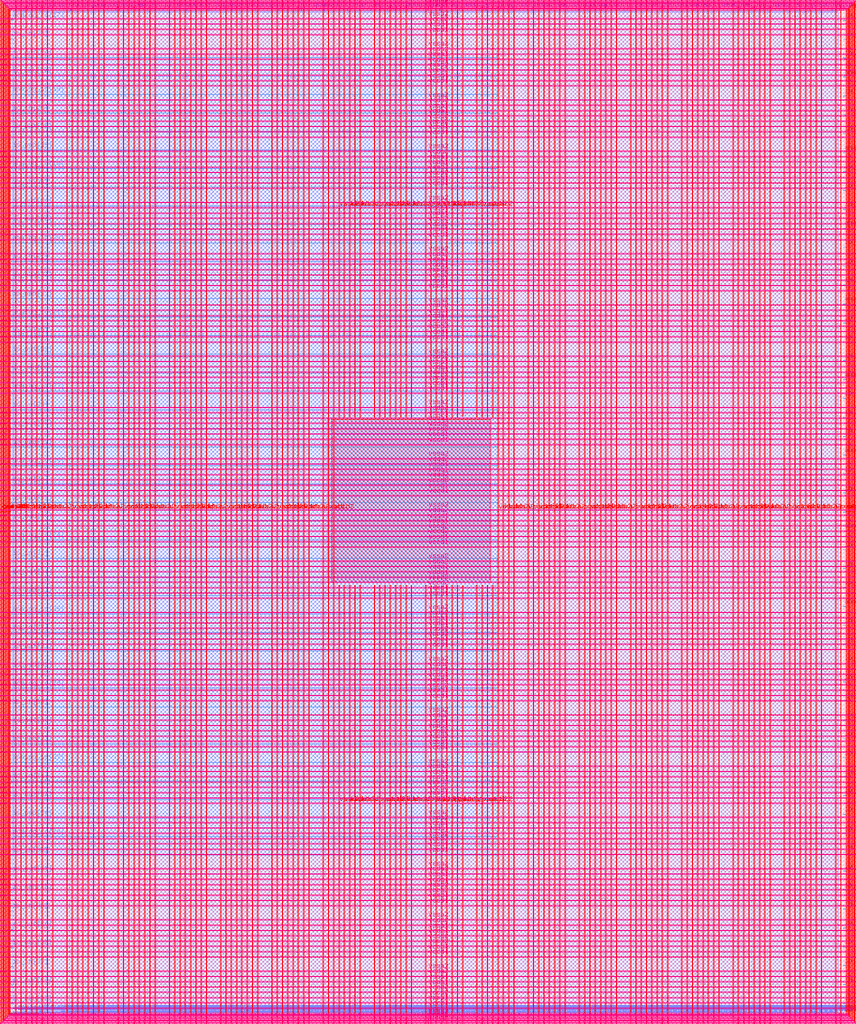
<source format=lef>
VERSION 5.7 ;
  NOWIREEXTENSIONATPIN ON ;
  DIVIDERCHAR "/" ;
  BUSBITCHARS "[]" ;
MACRO user_project_wrapper
  CLASS BLOCK ;
  FOREIGN user_project_wrapper ;
  ORIGIN 0.000 0.000 ;
  SIZE 2920.000 BY 3520.000 ;
  PIN analog_io[0]
    DIRECTION INOUT ;
    USE SIGNAL ;
    PORT
      LAYER met3 ;
        RECT 2917.600 1426.380 2924.800 1427.580 ;
    END
  END analog_io[0]
  PIN analog_io[10]
    DIRECTION INOUT ;
    USE SIGNAL ;
    PORT
      LAYER met2 ;
        RECT 2230.490 3517.600 2231.050 3524.800 ;
    END
  END analog_io[10]
  PIN analog_io[11]
    DIRECTION INOUT ;
    USE SIGNAL ;
    PORT
      LAYER met2 ;
        RECT 1905.730 3517.600 1906.290 3524.800 ;
    END
  END analog_io[11]
  PIN analog_io[12]
    DIRECTION INOUT ;
    USE SIGNAL ;
    PORT
      LAYER met2 ;
        RECT 1581.430 3517.600 1581.990 3524.800 ;
    END
  END analog_io[12]
  PIN analog_io[13]
    DIRECTION INOUT ;
    USE SIGNAL ;
    PORT
      LAYER met2 ;
        RECT 1257.130 3517.600 1257.690 3524.800 ;
    END
  END analog_io[13]
  PIN analog_io[14]
    DIRECTION INOUT ;
    USE SIGNAL ;
    PORT
      LAYER met2 ;
        RECT 932.370 3517.600 932.930 3524.800 ;
    END
  END analog_io[14]
  PIN analog_io[15]
    DIRECTION INOUT ;
    USE SIGNAL ;
    PORT
      LAYER met2 ;
        RECT 608.070 3517.600 608.630 3524.800 ;
    END
  END analog_io[15]
  PIN analog_io[16]
    DIRECTION INOUT ;
    USE SIGNAL ;
    PORT
      LAYER met2 ;
        RECT 283.770 3517.600 284.330 3524.800 ;
    END
  END analog_io[16]
  PIN analog_io[17]
    DIRECTION INOUT ;
    USE SIGNAL ;
    PORT
      LAYER met3 ;
        RECT -4.800 3486.100 2.400 3487.300 ;
    END
  END analog_io[17]
  PIN analog_io[18]
    DIRECTION INOUT ;
    USE SIGNAL ;
    PORT
      LAYER met3 ;
        RECT -4.800 3224.980 2.400 3226.180 ;
    END
  END analog_io[18]
  PIN analog_io[19]
    DIRECTION INOUT ;
    USE SIGNAL ;
    PORT
      LAYER met3 ;
        RECT -4.800 2964.540 2.400 2965.740 ;
    END
  END analog_io[19]
  PIN analog_io[1]
    DIRECTION INOUT ;
    USE SIGNAL ;
    PORT
      LAYER met3 ;
        RECT 2917.600 1692.260 2924.800 1693.460 ;
    END
  END analog_io[1]
  PIN analog_io[20]
    DIRECTION INOUT ;
    USE SIGNAL ;
    PORT
      LAYER met3 ;
        RECT -4.800 2703.420 2.400 2704.620 ;
    END
  END analog_io[20]
  PIN analog_io[21]
    DIRECTION INOUT ;
    USE SIGNAL ;
    PORT
      LAYER met3 ;
        RECT -4.800 2442.980 2.400 2444.180 ;
    END
  END analog_io[21]
  PIN analog_io[22]
    DIRECTION INOUT ;
    USE SIGNAL ;
    PORT
      LAYER met3 ;
        RECT -4.800 2182.540 2.400 2183.740 ;
    END
  END analog_io[22]
  PIN analog_io[23]
    DIRECTION INOUT ;
    USE SIGNAL ;
    PORT
      LAYER met3 ;
        RECT -4.800 1921.420 2.400 1922.620 ;
    END
  END analog_io[23]
  PIN analog_io[24]
    DIRECTION INOUT ;
    USE SIGNAL ;
    PORT
      LAYER met3 ;
        RECT -4.800 1660.980 2.400 1662.180 ;
    END
  END analog_io[24]
  PIN analog_io[25]
    DIRECTION INOUT ;
    USE SIGNAL ;
    PORT
      LAYER met3 ;
        RECT -4.800 1399.860 2.400 1401.060 ;
    END
  END analog_io[25]
  PIN analog_io[26]
    DIRECTION INOUT ;
    USE SIGNAL ;
    PORT
      LAYER met3 ;
        RECT -4.800 1139.420 2.400 1140.620 ;
    END
  END analog_io[26]
  PIN analog_io[27]
    DIRECTION INOUT ;
    USE SIGNAL ;
    PORT
      LAYER met3 ;
        RECT -4.800 878.980 2.400 880.180 ;
    END
  END analog_io[27]
  PIN analog_io[28]
    DIRECTION INOUT ;
    USE SIGNAL ;
    PORT
      LAYER met3 ;
        RECT -4.800 617.860 2.400 619.060 ;
    END
  END analog_io[28]
  PIN analog_io[2]
    DIRECTION INOUT ;
    USE SIGNAL ;
    PORT
      LAYER met3 ;
        RECT 2917.600 1958.140 2924.800 1959.340 ;
    END
  END analog_io[2]
  PIN analog_io[3]
    DIRECTION INOUT ;
    USE SIGNAL ;
    PORT
      LAYER met3 ;
        RECT 2917.600 2223.340 2924.800 2224.540 ;
    END
  END analog_io[3]
  PIN analog_io[4]
    DIRECTION INOUT ;
    USE SIGNAL ;
    PORT
      LAYER met3 ;
        RECT 2917.600 2489.220 2924.800 2490.420 ;
    END
  END analog_io[4]
  PIN analog_io[5]
    DIRECTION INOUT ;
    USE SIGNAL ;
    PORT
      LAYER met3 ;
        RECT 2917.600 2755.100 2924.800 2756.300 ;
    END
  END analog_io[5]
  PIN analog_io[6]
    DIRECTION INOUT ;
    USE SIGNAL ;
    PORT
      LAYER met3 ;
        RECT 2917.600 3020.300 2924.800 3021.500 ;
    END
  END analog_io[6]
  PIN analog_io[7]
    DIRECTION INOUT ;
    USE SIGNAL ;
    PORT
      LAYER met3 ;
        RECT 2917.600 3286.180 2924.800 3287.380 ;
    END
  END analog_io[7]
  PIN analog_io[8]
    DIRECTION INOUT ;
    USE SIGNAL ;
    PORT
      LAYER met2 ;
        RECT 2879.090 3517.600 2879.650 3524.800 ;
    END
  END analog_io[8]
  PIN analog_io[9]
    DIRECTION INOUT ;
    USE SIGNAL ;
    PORT
      LAYER met2 ;
        RECT 2554.790 3517.600 2555.350 3524.800 ;
    END
  END analog_io[9]
  PIN io_in[0]
    DIRECTION INPUT ;
    USE SIGNAL ;
    PORT
      LAYER met3 ;
        RECT 2917.600 32.380 2924.800 33.580 ;
    END
  END io_in[0]
  PIN io_in[10]
    DIRECTION INPUT ;
    USE SIGNAL ;
    PORT
      LAYER met3 ;
        RECT 2917.600 2289.980 2924.800 2291.180 ;
    END
  END io_in[10]
  PIN io_in[11]
    DIRECTION INPUT ;
    USE SIGNAL ;
    PORT
      LAYER met3 ;
        RECT 2917.600 2555.860 2924.800 2557.060 ;
    END
  END io_in[11]
  PIN io_in[12]
    DIRECTION INPUT ;
    USE SIGNAL ;
    PORT
      LAYER met3 ;
        RECT 2917.600 2821.060 2924.800 2822.260 ;
    END
  END io_in[12]
  PIN io_in[13]
    DIRECTION INPUT ;
    USE SIGNAL ;
    PORT
      LAYER met3 ;
        RECT 2917.600 3086.940 2924.800 3088.140 ;
    END
  END io_in[13]
  PIN io_in[14]
    DIRECTION INPUT ;
    USE SIGNAL ;
    PORT
      LAYER met3 ;
        RECT 2917.600 3352.820 2924.800 3354.020 ;
    END
  END io_in[14]
  PIN io_in[15]
    DIRECTION INPUT ;
    USE SIGNAL ;
    PORT
      LAYER met2 ;
        RECT 2798.130 3517.600 2798.690 3524.800 ;
    END
  END io_in[15]
  PIN io_in[16]
    DIRECTION INPUT ;
    USE SIGNAL ;
    PORT
      LAYER met2 ;
        RECT 2473.830 3517.600 2474.390 3524.800 ;
    END
  END io_in[16]
  PIN io_in[17]
    DIRECTION INPUT ;
    USE SIGNAL ;
    PORT
      LAYER met2 ;
        RECT 2149.070 3517.600 2149.630 3524.800 ;
    END
  END io_in[17]
  PIN io_in[18]
    DIRECTION INPUT ;
    USE SIGNAL ;
    PORT
      LAYER met2 ;
        RECT 1824.770 3517.600 1825.330 3524.800 ;
    END
  END io_in[18]
  PIN io_in[19]
    DIRECTION INPUT ;
    USE SIGNAL ;
    PORT
      LAYER met2 ;
        RECT 1500.470 3517.600 1501.030 3524.800 ;
    END
  END io_in[19]
  PIN io_in[1]
    DIRECTION INPUT ;
    USE SIGNAL ;
    PORT
      LAYER met3 ;
        RECT 2917.600 230.940 2924.800 232.140 ;
    END
  END io_in[1]
  PIN io_in[20]
    DIRECTION INPUT ;
    USE SIGNAL ;
    PORT
      LAYER met2 ;
        RECT 1175.710 3517.600 1176.270 3524.800 ;
    END
  END io_in[20]
  PIN io_in[21]
    DIRECTION INPUT ;
    USE SIGNAL ;
    PORT
      LAYER met2 ;
        RECT 851.410 3517.600 851.970 3524.800 ;
    END
  END io_in[21]
  PIN io_in[22]
    DIRECTION INPUT ;
    USE SIGNAL ;
    PORT
      LAYER met2 ;
        RECT 527.110 3517.600 527.670 3524.800 ;
    END
  END io_in[22]
  PIN io_in[23]
    DIRECTION INPUT ;
    USE SIGNAL ;
    PORT
      LAYER met2 ;
        RECT 202.350 3517.600 202.910 3524.800 ;
    END
  END io_in[23]
  PIN io_in[24]
    DIRECTION INPUT ;
    USE SIGNAL ;
    PORT
      LAYER met3 ;
        RECT -4.800 3420.820 2.400 3422.020 ;
    END
  END io_in[24]
  PIN io_in[25]
    DIRECTION INPUT ;
    USE SIGNAL ;
    PORT
      LAYER met3 ;
        RECT -4.800 3159.700 2.400 3160.900 ;
    END
  END io_in[25]
  PIN io_in[26]
    DIRECTION INPUT ;
    USE SIGNAL ;
    PORT
      LAYER met3 ;
        RECT -4.800 2899.260 2.400 2900.460 ;
    END
  END io_in[26]
  PIN io_in[27]
    DIRECTION INPUT ;
    USE SIGNAL ;
    PORT
      LAYER met3 ;
        RECT -4.800 2638.820 2.400 2640.020 ;
    END
  END io_in[27]
  PIN io_in[28]
    DIRECTION INPUT ;
    USE SIGNAL ;
    PORT
      LAYER met3 ;
        RECT -4.800 2377.700 2.400 2378.900 ;
    END
  END io_in[28]
  PIN io_in[29]
    DIRECTION INPUT ;
    USE SIGNAL ;
    PORT
      LAYER met3 ;
        RECT -4.800 2117.260 2.400 2118.460 ;
    END
  END io_in[29]
  PIN io_in[2]
    DIRECTION INPUT ;
    USE SIGNAL ;
    PORT
      LAYER met3 ;
        RECT 2917.600 430.180 2924.800 431.380 ;
    END
  END io_in[2]
  PIN io_in[30]
    DIRECTION INPUT ;
    USE SIGNAL ;
    PORT
      LAYER met3 ;
        RECT -4.800 1856.140 2.400 1857.340 ;
    END
  END io_in[30]
  PIN io_in[31]
    DIRECTION INPUT ;
    USE SIGNAL ;
    PORT
      LAYER met3 ;
        RECT -4.800 1595.700 2.400 1596.900 ;
    END
  END io_in[31]
  PIN io_in[32]
    DIRECTION INPUT ;
    USE SIGNAL ;
    PORT
      LAYER met3 ;
        RECT -4.800 1335.260 2.400 1336.460 ;
    END
  END io_in[32]
  PIN io_in[33]
    DIRECTION INPUT ;
    USE SIGNAL ;
    PORT
      LAYER met3 ;
        RECT -4.800 1074.140 2.400 1075.340 ;
    END
  END io_in[33]
  PIN io_in[34]
    DIRECTION INPUT ;
    USE SIGNAL ;
    PORT
      LAYER met3 ;
        RECT -4.800 813.700 2.400 814.900 ;
    END
  END io_in[34]
  PIN io_in[35]
    DIRECTION INPUT ;
    USE SIGNAL ;
    PORT
      LAYER met3 ;
        RECT -4.800 552.580 2.400 553.780 ;
    END
  END io_in[35]
  PIN io_in[36]
    DIRECTION INPUT ;
    USE SIGNAL ;
    PORT
      LAYER met3 ;
        RECT -4.800 357.420 2.400 358.620 ;
    END
  END io_in[36]
  PIN io_in[37]
    DIRECTION INPUT ;
    USE SIGNAL ;
    PORT
      LAYER met3 ;
        RECT -4.800 161.580 2.400 162.780 ;
    END
  END io_in[37]
  PIN io_in[3]
    DIRECTION INPUT ;
    USE SIGNAL ;
    PORT
      LAYER met3 ;
        RECT 2917.600 629.420 2924.800 630.620 ;
    END
  END io_in[3]
  PIN io_in[4]
    DIRECTION INPUT ;
    USE SIGNAL ;
    PORT
      LAYER met3 ;
        RECT 2917.600 828.660 2924.800 829.860 ;
    END
  END io_in[4]
  PIN io_in[5]
    DIRECTION INPUT ;
    USE SIGNAL ;
    PORT
      LAYER met3 ;
        RECT 2917.600 1027.900 2924.800 1029.100 ;
    END
  END io_in[5]
  PIN io_in[6]
    DIRECTION INPUT ;
    USE SIGNAL ;
    PORT
      LAYER met3 ;
        RECT 2917.600 1227.140 2924.800 1228.340 ;
    END
  END io_in[6]
  PIN io_in[7]
    DIRECTION INPUT ;
    USE SIGNAL ;
    PORT
      LAYER met3 ;
        RECT 2917.600 1493.020 2924.800 1494.220 ;
    END
  END io_in[7]
  PIN io_in[8]
    DIRECTION INPUT ;
    USE SIGNAL ;
    PORT
      LAYER met3 ;
        RECT 2917.600 1758.900 2924.800 1760.100 ;
    END
  END io_in[8]
  PIN io_in[9]
    DIRECTION INPUT ;
    USE SIGNAL ;
    PORT
      LAYER met3 ;
        RECT 2917.600 2024.100 2924.800 2025.300 ;
    END
  END io_in[9]
  PIN io_oeb[0]
    DIRECTION OUTPUT TRISTATE ;
    USE SIGNAL ;
    PORT
      LAYER met3 ;
        RECT 2917.600 164.980 2924.800 166.180 ;
    END
  END io_oeb[0]
  PIN io_oeb[10]
    DIRECTION OUTPUT TRISTATE ;
    USE SIGNAL ;
    PORT
      LAYER met3 ;
        RECT 2917.600 2422.580 2924.800 2423.780 ;
    END
  END io_oeb[10]
  PIN io_oeb[11]
    DIRECTION OUTPUT TRISTATE ;
    USE SIGNAL ;
    PORT
      LAYER met3 ;
        RECT 2917.600 2688.460 2924.800 2689.660 ;
    END
  END io_oeb[11]
  PIN io_oeb[12]
    DIRECTION OUTPUT TRISTATE ;
    USE SIGNAL ;
    PORT
      LAYER met3 ;
        RECT 2917.600 2954.340 2924.800 2955.540 ;
    END
  END io_oeb[12]
  PIN io_oeb[13]
    DIRECTION OUTPUT TRISTATE ;
    USE SIGNAL ;
    PORT
      LAYER met3 ;
        RECT 2917.600 3219.540 2924.800 3220.740 ;
    END
  END io_oeb[13]
  PIN io_oeb[14]
    DIRECTION OUTPUT TRISTATE ;
    USE SIGNAL ;
    PORT
      LAYER met3 ;
        RECT 2917.600 3485.420 2924.800 3486.620 ;
    END
  END io_oeb[14]
  PIN io_oeb[15]
    DIRECTION OUTPUT TRISTATE ;
    USE SIGNAL ;
    PORT
      LAYER met2 ;
        RECT 2635.750 3517.600 2636.310 3524.800 ;
    END
  END io_oeb[15]
  PIN io_oeb[16]
    DIRECTION OUTPUT TRISTATE ;
    USE SIGNAL ;
    PORT
      LAYER met2 ;
        RECT 2311.450 3517.600 2312.010 3524.800 ;
    END
  END io_oeb[16]
  PIN io_oeb[17]
    DIRECTION OUTPUT TRISTATE ;
    USE SIGNAL ;
    PORT
      LAYER met2 ;
        RECT 1987.150 3517.600 1987.710 3524.800 ;
    END
  END io_oeb[17]
  PIN io_oeb[18]
    DIRECTION OUTPUT TRISTATE ;
    USE SIGNAL ;
    PORT
      LAYER met2 ;
        RECT 1662.390 3517.600 1662.950 3524.800 ;
    END
  END io_oeb[18]
  PIN io_oeb[19]
    DIRECTION OUTPUT TRISTATE ;
    USE SIGNAL ;
    PORT
      LAYER met2 ;
        RECT 1338.090 3517.600 1338.650 3524.800 ;
    END
  END io_oeb[19]
  PIN io_oeb[1]
    DIRECTION OUTPUT TRISTATE ;
    USE SIGNAL ;
    PORT
      LAYER met3 ;
        RECT 2917.600 364.220 2924.800 365.420 ;
    END
  END io_oeb[1]
  PIN io_oeb[20]
    DIRECTION OUTPUT TRISTATE ;
    USE SIGNAL ;
    PORT
      LAYER met2 ;
        RECT 1013.790 3517.600 1014.350 3524.800 ;
    END
  END io_oeb[20]
  PIN io_oeb[21]
    DIRECTION OUTPUT TRISTATE ;
    USE SIGNAL ;
    PORT
      LAYER met2 ;
        RECT 689.030 3517.600 689.590 3524.800 ;
    END
  END io_oeb[21]
  PIN io_oeb[22]
    DIRECTION OUTPUT TRISTATE ;
    USE SIGNAL ;
    PORT
      LAYER met2 ;
        RECT 364.730 3517.600 365.290 3524.800 ;
    END
  END io_oeb[22]
  PIN io_oeb[23]
    DIRECTION OUTPUT TRISTATE ;
    USE SIGNAL ;
    PORT
      LAYER met2 ;
        RECT 40.430 3517.600 40.990 3524.800 ;
    END
  END io_oeb[23]
  PIN io_oeb[24]
    DIRECTION OUTPUT TRISTATE ;
    USE SIGNAL ;
    PORT
      LAYER met3 ;
        RECT -4.800 3290.260 2.400 3291.460 ;
    END
  END io_oeb[24]
  PIN io_oeb[25]
    DIRECTION OUTPUT TRISTATE ;
    USE SIGNAL ;
    PORT
      LAYER met3 ;
        RECT -4.800 3029.820 2.400 3031.020 ;
    END
  END io_oeb[25]
  PIN io_oeb[26]
    DIRECTION OUTPUT TRISTATE ;
    USE SIGNAL ;
    PORT
      LAYER met3 ;
        RECT -4.800 2768.700 2.400 2769.900 ;
    END
  END io_oeb[26]
  PIN io_oeb[27]
    DIRECTION OUTPUT TRISTATE ;
    USE SIGNAL ;
    PORT
      LAYER met3 ;
        RECT -4.800 2508.260 2.400 2509.460 ;
    END
  END io_oeb[27]
  PIN io_oeb[28]
    DIRECTION OUTPUT TRISTATE ;
    USE SIGNAL ;
    PORT
      LAYER met3 ;
        RECT -4.800 2247.140 2.400 2248.340 ;
    END
  END io_oeb[28]
  PIN io_oeb[29]
    DIRECTION OUTPUT TRISTATE ;
    USE SIGNAL ;
    PORT
      LAYER met3 ;
        RECT -4.800 1986.700 2.400 1987.900 ;
    END
  END io_oeb[29]
  PIN io_oeb[2]
    DIRECTION OUTPUT TRISTATE ;
    USE SIGNAL ;
    PORT
      LAYER met3 ;
        RECT 2917.600 563.460 2924.800 564.660 ;
    END
  END io_oeb[2]
  PIN io_oeb[30]
    DIRECTION OUTPUT TRISTATE ;
    USE SIGNAL ;
    PORT
      LAYER met3 ;
        RECT -4.800 1726.260 2.400 1727.460 ;
    END
  END io_oeb[30]
  PIN io_oeb[31]
    DIRECTION OUTPUT TRISTATE ;
    USE SIGNAL ;
    PORT
      LAYER met3 ;
        RECT -4.800 1465.140 2.400 1466.340 ;
    END
  END io_oeb[31]
  PIN io_oeb[32]
    DIRECTION OUTPUT TRISTATE ;
    USE SIGNAL ;
    PORT
      LAYER met3 ;
        RECT -4.800 1204.700 2.400 1205.900 ;
    END
  END io_oeb[32]
  PIN io_oeb[33]
    DIRECTION OUTPUT TRISTATE ;
    USE SIGNAL ;
    PORT
      LAYER met3 ;
        RECT -4.800 943.580 2.400 944.780 ;
    END
  END io_oeb[33]
  PIN io_oeb[34]
    DIRECTION OUTPUT TRISTATE ;
    USE SIGNAL ;
    PORT
      LAYER met3 ;
        RECT -4.800 683.140 2.400 684.340 ;
    END
  END io_oeb[34]
  PIN io_oeb[35]
    DIRECTION OUTPUT TRISTATE ;
    USE SIGNAL ;
    PORT
      LAYER met3 ;
        RECT -4.800 422.700 2.400 423.900 ;
    END
  END io_oeb[35]
  PIN io_oeb[36]
    DIRECTION OUTPUT TRISTATE ;
    USE SIGNAL ;
    PORT
      LAYER met3 ;
        RECT -4.800 226.860 2.400 228.060 ;
    END
  END io_oeb[36]
  PIN io_oeb[37]
    DIRECTION OUTPUT TRISTATE ;
    USE SIGNAL ;
    PORT
      LAYER met3 ;
        RECT -4.800 31.700 2.400 32.900 ;
    END
  END io_oeb[37]
  PIN io_oeb[3]
    DIRECTION OUTPUT TRISTATE ;
    USE SIGNAL ;
    PORT
      LAYER met3 ;
        RECT 2917.600 762.700 2924.800 763.900 ;
    END
  END io_oeb[3]
  PIN io_oeb[4]
    DIRECTION OUTPUT TRISTATE ;
    USE SIGNAL ;
    PORT
      LAYER met3 ;
        RECT 2917.600 961.940 2924.800 963.140 ;
    END
  END io_oeb[4]
  PIN io_oeb[5]
    DIRECTION OUTPUT TRISTATE ;
    USE SIGNAL ;
    PORT
      LAYER met3 ;
        RECT 2917.600 1161.180 2924.800 1162.380 ;
    END
  END io_oeb[5]
  PIN io_oeb[6]
    DIRECTION OUTPUT TRISTATE ;
    USE SIGNAL ;
    PORT
      LAYER met3 ;
        RECT 2917.600 1360.420 2924.800 1361.620 ;
    END
  END io_oeb[6]
  PIN io_oeb[7]
    DIRECTION OUTPUT TRISTATE ;
    USE SIGNAL ;
    PORT
      LAYER met3 ;
        RECT 2917.600 1625.620 2924.800 1626.820 ;
    END
  END io_oeb[7]
  PIN io_oeb[8]
    DIRECTION OUTPUT TRISTATE ;
    USE SIGNAL ;
    PORT
      LAYER met3 ;
        RECT 2917.600 1891.500 2924.800 1892.700 ;
    END
  END io_oeb[8]
  PIN io_oeb[9]
    DIRECTION OUTPUT TRISTATE ;
    USE SIGNAL ;
    PORT
      LAYER met3 ;
        RECT 2917.600 2157.380 2924.800 2158.580 ;
    END
  END io_oeb[9]
  PIN io_out[0]
    DIRECTION OUTPUT TRISTATE ;
    USE SIGNAL ;
    PORT
      LAYER met3 ;
        RECT 2917.600 98.340 2924.800 99.540 ;
    END
  END io_out[0]
  PIN io_out[10]
    DIRECTION OUTPUT TRISTATE ;
    USE SIGNAL ;
    PORT
      LAYER met3 ;
        RECT 2917.600 2356.620 2924.800 2357.820 ;
    END
  END io_out[10]
  PIN io_out[11]
    DIRECTION OUTPUT TRISTATE ;
    USE SIGNAL ;
    PORT
      LAYER met3 ;
        RECT 2917.600 2621.820 2924.800 2623.020 ;
    END
  END io_out[11]
  PIN io_out[12]
    DIRECTION OUTPUT TRISTATE ;
    USE SIGNAL ;
    PORT
      LAYER met3 ;
        RECT 2917.600 2887.700 2924.800 2888.900 ;
    END
  END io_out[12]
  PIN io_out[13]
    DIRECTION OUTPUT TRISTATE ;
    USE SIGNAL ;
    PORT
      LAYER met3 ;
        RECT 2917.600 3153.580 2924.800 3154.780 ;
    END
  END io_out[13]
  PIN io_out[14]
    DIRECTION OUTPUT TRISTATE ;
    USE SIGNAL ;
    PORT
      LAYER met3 ;
        RECT 2917.600 3418.780 2924.800 3419.980 ;
    END
  END io_out[14]
  PIN io_out[15]
    DIRECTION OUTPUT TRISTATE ;
    USE SIGNAL ;
    PORT
      LAYER met2 ;
        RECT 2717.170 3517.600 2717.730 3524.800 ;
    END
  END io_out[15]
  PIN io_out[16]
    DIRECTION OUTPUT TRISTATE ;
    USE SIGNAL ;
    PORT
      LAYER met2 ;
        RECT 2392.410 3517.600 2392.970 3524.800 ;
    END
  END io_out[16]
  PIN io_out[17]
    DIRECTION OUTPUT TRISTATE ;
    USE SIGNAL ;
    PORT
      LAYER met2 ;
        RECT 2068.110 3517.600 2068.670 3524.800 ;
    END
  END io_out[17]
  PIN io_out[18]
    DIRECTION OUTPUT TRISTATE ;
    USE SIGNAL ;
    PORT
      LAYER met2 ;
        RECT 1743.810 3517.600 1744.370 3524.800 ;
    END
  END io_out[18]
  PIN io_out[19]
    DIRECTION OUTPUT TRISTATE ;
    USE SIGNAL ;
    PORT
      LAYER met2 ;
        RECT 1419.050 3517.600 1419.610 3524.800 ;
    END
  END io_out[19]
  PIN io_out[1]
    DIRECTION OUTPUT TRISTATE ;
    USE SIGNAL ;
    PORT
      LAYER met3 ;
        RECT 2917.600 297.580 2924.800 298.780 ;
    END
  END io_out[1]
  PIN io_out[20]
    DIRECTION OUTPUT TRISTATE ;
    USE SIGNAL ;
    PORT
      LAYER met2 ;
        RECT 1094.750 3517.600 1095.310 3524.800 ;
    END
  END io_out[20]
  PIN io_out[21]
    DIRECTION OUTPUT TRISTATE ;
    USE SIGNAL ;
    PORT
      LAYER met2 ;
        RECT 770.450 3517.600 771.010 3524.800 ;
    END
  END io_out[21]
  PIN io_out[22]
    DIRECTION OUTPUT TRISTATE ;
    USE SIGNAL ;
    PORT
      LAYER met2 ;
        RECT 445.690 3517.600 446.250 3524.800 ;
    END
  END io_out[22]
  PIN io_out[23]
    DIRECTION OUTPUT TRISTATE ;
    USE SIGNAL ;
    PORT
      LAYER met2 ;
        RECT 121.390 3517.600 121.950 3524.800 ;
    END
  END io_out[23]
  PIN io_out[24]
    DIRECTION OUTPUT TRISTATE ;
    USE SIGNAL ;
    PORT
      LAYER met3 ;
        RECT -4.800 3355.540 2.400 3356.740 ;
    END
  END io_out[24]
  PIN io_out[25]
    DIRECTION OUTPUT TRISTATE ;
    USE SIGNAL ;
    PORT
      LAYER met3 ;
        RECT -4.800 3095.100 2.400 3096.300 ;
    END
  END io_out[25]
  PIN io_out[26]
    DIRECTION OUTPUT TRISTATE ;
    USE SIGNAL ;
    PORT
      LAYER met3 ;
        RECT -4.800 2833.980 2.400 2835.180 ;
    END
  END io_out[26]
  PIN io_out[27]
    DIRECTION OUTPUT TRISTATE ;
    USE SIGNAL ;
    PORT
      LAYER met3 ;
        RECT -4.800 2573.540 2.400 2574.740 ;
    END
  END io_out[27]
  PIN io_out[28]
    DIRECTION OUTPUT TRISTATE ;
    USE SIGNAL ;
    PORT
      LAYER met3 ;
        RECT -4.800 2312.420 2.400 2313.620 ;
    END
  END io_out[28]
  PIN io_out[29]
    DIRECTION OUTPUT TRISTATE ;
    USE SIGNAL ;
    PORT
      LAYER met3 ;
        RECT -4.800 2051.980 2.400 2053.180 ;
    END
  END io_out[29]
  PIN io_out[2]
    DIRECTION OUTPUT TRISTATE ;
    USE SIGNAL ;
    PORT
      LAYER met3 ;
        RECT 2917.600 496.820 2924.800 498.020 ;
    END
  END io_out[2]
  PIN io_out[30]
    DIRECTION OUTPUT TRISTATE ;
    USE SIGNAL ;
    PORT
      LAYER met3 ;
        RECT -4.800 1791.540 2.400 1792.740 ;
    END
  END io_out[30]
  PIN io_out[31]
    DIRECTION OUTPUT TRISTATE ;
    USE SIGNAL ;
    PORT
      LAYER met3 ;
        RECT -4.800 1530.420 2.400 1531.620 ;
    END
  END io_out[31]
  PIN io_out[32]
    DIRECTION OUTPUT TRISTATE ;
    USE SIGNAL ;
    PORT
      LAYER met3 ;
        RECT -4.800 1269.980 2.400 1271.180 ;
    END
  END io_out[32]
  PIN io_out[33]
    DIRECTION OUTPUT TRISTATE ;
    USE SIGNAL ;
    PORT
      LAYER met3 ;
        RECT -4.800 1008.860 2.400 1010.060 ;
    END
  END io_out[33]
  PIN io_out[34]
    DIRECTION OUTPUT TRISTATE ;
    USE SIGNAL ;
    PORT
      LAYER met3 ;
        RECT -4.800 748.420 2.400 749.620 ;
    END
  END io_out[34]
  PIN io_out[35]
    DIRECTION OUTPUT TRISTATE ;
    USE SIGNAL ;
    PORT
      LAYER met3 ;
        RECT -4.800 487.300 2.400 488.500 ;
    END
  END io_out[35]
  PIN io_out[36]
    DIRECTION OUTPUT TRISTATE ;
    USE SIGNAL ;
    PORT
      LAYER met3 ;
        RECT -4.800 292.140 2.400 293.340 ;
    END
  END io_out[36]
  PIN io_out[37]
    DIRECTION OUTPUT TRISTATE ;
    USE SIGNAL ;
    PORT
      LAYER met3 ;
        RECT -4.800 96.300 2.400 97.500 ;
    END
  END io_out[37]
  PIN io_out[3]
    DIRECTION OUTPUT TRISTATE ;
    USE SIGNAL ;
    PORT
      LAYER met3 ;
        RECT 2917.600 696.060 2924.800 697.260 ;
    END
  END io_out[3]
  PIN io_out[4]
    DIRECTION OUTPUT TRISTATE ;
    USE SIGNAL ;
    PORT
      LAYER met3 ;
        RECT 2917.600 895.300 2924.800 896.500 ;
    END
  END io_out[4]
  PIN io_out[5]
    DIRECTION OUTPUT TRISTATE ;
    USE SIGNAL ;
    PORT
      LAYER met3 ;
        RECT 2917.600 1094.540 2924.800 1095.740 ;
    END
  END io_out[5]
  PIN io_out[6]
    DIRECTION OUTPUT TRISTATE ;
    USE SIGNAL ;
    PORT
      LAYER met3 ;
        RECT 2917.600 1293.780 2924.800 1294.980 ;
    END
  END io_out[6]
  PIN io_out[7]
    DIRECTION OUTPUT TRISTATE ;
    USE SIGNAL ;
    PORT
      LAYER met3 ;
        RECT 2917.600 1559.660 2924.800 1560.860 ;
    END
  END io_out[7]
  PIN io_out[8]
    DIRECTION OUTPUT TRISTATE ;
    USE SIGNAL ;
    PORT
      LAYER met3 ;
        RECT 2917.600 1824.860 2924.800 1826.060 ;
    END
  END io_out[8]
  PIN io_out[9]
    DIRECTION OUTPUT TRISTATE ;
    USE SIGNAL ;
    PORT
      LAYER met3 ;
        RECT 2917.600 2090.740 2924.800 2091.940 ;
    END
  END io_out[9]
  PIN la_data_in[0]
    DIRECTION INPUT ;
    USE SIGNAL ;
    PORT
      LAYER met2 ;
        RECT 629.230 -4.800 629.790 2.400 ;
    END
  END la_data_in[0]
  PIN la_data_in[100]
    DIRECTION INPUT ;
    USE SIGNAL ;
    PORT
      LAYER met2 ;
        RECT 2402.530 -4.800 2403.090 2.400 ;
    END
  END la_data_in[100]
  PIN la_data_in[101]
    DIRECTION INPUT ;
    USE SIGNAL ;
    PORT
      LAYER met2 ;
        RECT 2420.010 -4.800 2420.570 2.400 ;
    END
  END la_data_in[101]
  PIN la_data_in[102]
    DIRECTION INPUT ;
    USE SIGNAL ;
    PORT
      LAYER met2 ;
        RECT 2437.950 -4.800 2438.510 2.400 ;
    END
  END la_data_in[102]
  PIN la_data_in[103]
    DIRECTION INPUT ;
    USE SIGNAL ;
    PORT
      LAYER met2 ;
        RECT 2455.430 -4.800 2455.990 2.400 ;
    END
  END la_data_in[103]
  PIN la_data_in[104]
    DIRECTION INPUT ;
    USE SIGNAL ;
    PORT
      LAYER met2 ;
        RECT 2473.370 -4.800 2473.930 2.400 ;
    END
  END la_data_in[104]
  PIN la_data_in[105]
    DIRECTION INPUT ;
    USE SIGNAL ;
    PORT
      LAYER met2 ;
        RECT 2490.850 -4.800 2491.410 2.400 ;
    END
  END la_data_in[105]
  PIN la_data_in[106]
    DIRECTION INPUT ;
    USE SIGNAL ;
    PORT
      LAYER met2 ;
        RECT 2508.790 -4.800 2509.350 2.400 ;
    END
  END la_data_in[106]
  PIN la_data_in[107]
    DIRECTION INPUT ;
    USE SIGNAL ;
    PORT
      LAYER met2 ;
        RECT 2526.730 -4.800 2527.290 2.400 ;
    END
  END la_data_in[107]
  PIN la_data_in[108]
    DIRECTION INPUT ;
    USE SIGNAL ;
    PORT
      LAYER met2 ;
        RECT 2544.210 -4.800 2544.770 2.400 ;
    END
  END la_data_in[108]
  PIN la_data_in[109]
    DIRECTION INPUT ;
    USE SIGNAL ;
    PORT
      LAYER met2 ;
        RECT 2562.150 -4.800 2562.710 2.400 ;
    END
  END la_data_in[109]
  PIN la_data_in[10]
    DIRECTION INPUT ;
    USE SIGNAL ;
    PORT
      LAYER met2 ;
        RECT 806.330 -4.800 806.890 2.400 ;
    END
  END la_data_in[10]
  PIN la_data_in[110]
    DIRECTION INPUT ;
    USE SIGNAL ;
    PORT
      LAYER met2 ;
        RECT 2579.630 -4.800 2580.190 2.400 ;
    END
  END la_data_in[110]
  PIN la_data_in[111]
    DIRECTION INPUT ;
    USE SIGNAL ;
    PORT
      LAYER met2 ;
        RECT 2597.570 -4.800 2598.130 2.400 ;
    END
  END la_data_in[111]
  PIN la_data_in[112]
    DIRECTION INPUT ;
    USE SIGNAL ;
    PORT
      LAYER met2 ;
        RECT 2615.050 -4.800 2615.610 2.400 ;
    END
  END la_data_in[112]
  PIN la_data_in[113]
    DIRECTION INPUT ;
    USE SIGNAL ;
    PORT
      LAYER met2 ;
        RECT 2632.990 -4.800 2633.550 2.400 ;
    END
  END la_data_in[113]
  PIN la_data_in[114]
    DIRECTION INPUT ;
    USE SIGNAL ;
    PORT
      LAYER met2 ;
        RECT 2650.470 -4.800 2651.030 2.400 ;
    END
  END la_data_in[114]
  PIN la_data_in[115]
    DIRECTION INPUT ;
    USE SIGNAL ;
    PORT
      LAYER met2 ;
        RECT 2668.410 -4.800 2668.970 2.400 ;
    END
  END la_data_in[115]
  PIN la_data_in[116]
    DIRECTION INPUT ;
    USE SIGNAL ;
    PORT
      LAYER met2 ;
        RECT 2685.890 -4.800 2686.450 2.400 ;
    END
  END la_data_in[116]
  PIN la_data_in[117]
    DIRECTION INPUT ;
    USE SIGNAL ;
    PORT
      LAYER met2 ;
        RECT 2703.830 -4.800 2704.390 2.400 ;
    END
  END la_data_in[117]
  PIN la_data_in[118]
    DIRECTION INPUT ;
    USE SIGNAL ;
    PORT
      LAYER met2 ;
        RECT 2721.770 -4.800 2722.330 2.400 ;
    END
  END la_data_in[118]
  PIN la_data_in[119]
    DIRECTION INPUT ;
    USE SIGNAL ;
    PORT
      LAYER met2 ;
        RECT 2739.250 -4.800 2739.810 2.400 ;
    END
  END la_data_in[119]
  PIN la_data_in[11]
    DIRECTION INPUT ;
    USE SIGNAL ;
    PORT
      LAYER met2 ;
        RECT 824.270 -4.800 824.830 2.400 ;
    END
  END la_data_in[11]
  PIN la_data_in[120]
    DIRECTION INPUT ;
    USE SIGNAL ;
    PORT
      LAYER met2 ;
        RECT 2757.190 -4.800 2757.750 2.400 ;
    END
  END la_data_in[120]
  PIN la_data_in[121]
    DIRECTION INPUT ;
    USE SIGNAL ;
    PORT
      LAYER met2 ;
        RECT 2774.670 -4.800 2775.230 2.400 ;
    END
  END la_data_in[121]
  PIN la_data_in[122]
    DIRECTION INPUT ;
    USE SIGNAL ;
    PORT
      LAYER met2 ;
        RECT 2792.610 -4.800 2793.170 2.400 ;
    END
  END la_data_in[122]
  PIN la_data_in[123]
    DIRECTION INPUT ;
    USE SIGNAL ;
    PORT
      LAYER met2 ;
        RECT 2810.090 -4.800 2810.650 2.400 ;
    END
  END la_data_in[123]
  PIN la_data_in[124]
    DIRECTION INPUT ;
    USE SIGNAL ;
    PORT
      LAYER met2 ;
        RECT 2828.030 -4.800 2828.590 2.400 ;
    END
  END la_data_in[124]
  PIN la_data_in[125]
    DIRECTION INPUT ;
    USE SIGNAL ;
    PORT
      LAYER met2 ;
        RECT 2845.510 -4.800 2846.070 2.400 ;
    END
  END la_data_in[125]
  PIN la_data_in[126]
    DIRECTION INPUT ;
    USE SIGNAL ;
    PORT
      LAYER met2 ;
        RECT 2863.450 -4.800 2864.010 2.400 ;
    END
  END la_data_in[126]
  PIN la_data_in[127]
    DIRECTION INPUT ;
    USE SIGNAL ;
    PORT
      LAYER met2 ;
        RECT 2881.390 -4.800 2881.950 2.400 ;
    END
  END la_data_in[127]
  PIN la_data_in[12]
    DIRECTION INPUT ;
    USE SIGNAL ;
    PORT
      LAYER met2 ;
        RECT 841.750 -4.800 842.310 2.400 ;
    END
  END la_data_in[12]
  PIN la_data_in[13]
    DIRECTION INPUT ;
    USE SIGNAL ;
    PORT
      LAYER met2 ;
        RECT 859.690 -4.800 860.250 2.400 ;
    END
  END la_data_in[13]
  PIN la_data_in[14]
    DIRECTION INPUT ;
    USE SIGNAL ;
    PORT
      LAYER met2 ;
        RECT 877.170 -4.800 877.730 2.400 ;
    END
  END la_data_in[14]
  PIN la_data_in[15]
    DIRECTION INPUT ;
    USE SIGNAL ;
    PORT
      LAYER met2 ;
        RECT 895.110 -4.800 895.670 2.400 ;
    END
  END la_data_in[15]
  PIN la_data_in[16]
    DIRECTION INPUT ;
    USE SIGNAL ;
    PORT
      LAYER met2 ;
        RECT 912.590 -4.800 913.150 2.400 ;
    END
  END la_data_in[16]
  PIN la_data_in[17]
    DIRECTION INPUT ;
    USE SIGNAL ;
    PORT
      LAYER met2 ;
        RECT 930.530 -4.800 931.090 2.400 ;
    END
  END la_data_in[17]
  PIN la_data_in[18]
    DIRECTION INPUT ;
    USE SIGNAL ;
    PORT
      LAYER met2 ;
        RECT 948.470 -4.800 949.030 2.400 ;
    END
  END la_data_in[18]
  PIN la_data_in[19]
    DIRECTION INPUT ;
    USE SIGNAL ;
    PORT
      LAYER met2 ;
        RECT 965.950 -4.800 966.510 2.400 ;
    END
  END la_data_in[19]
  PIN la_data_in[1]
    DIRECTION INPUT ;
    USE SIGNAL ;
    PORT
      LAYER met2 ;
        RECT 646.710 -4.800 647.270 2.400 ;
    END
  END la_data_in[1]
  PIN la_data_in[20]
    DIRECTION INPUT ;
    USE SIGNAL ;
    PORT
      LAYER met2 ;
        RECT 983.890 -4.800 984.450 2.400 ;
    END
  END la_data_in[20]
  PIN la_data_in[21]
    DIRECTION INPUT ;
    USE SIGNAL ;
    PORT
      LAYER met2 ;
        RECT 1001.370 -4.800 1001.930 2.400 ;
    END
  END la_data_in[21]
  PIN la_data_in[22]
    DIRECTION INPUT ;
    USE SIGNAL ;
    PORT
      LAYER met2 ;
        RECT 1019.310 -4.800 1019.870 2.400 ;
    END
  END la_data_in[22]
  PIN la_data_in[23]
    DIRECTION INPUT ;
    USE SIGNAL ;
    PORT
      LAYER met2 ;
        RECT 1036.790 -4.800 1037.350 2.400 ;
    END
  END la_data_in[23]
  PIN la_data_in[24]
    DIRECTION INPUT ;
    USE SIGNAL ;
    PORT
      LAYER met2 ;
        RECT 1054.730 -4.800 1055.290 2.400 ;
    END
  END la_data_in[24]
  PIN la_data_in[25]
    DIRECTION INPUT ;
    USE SIGNAL ;
    PORT
      LAYER met2 ;
        RECT 1072.210 -4.800 1072.770 2.400 ;
    END
  END la_data_in[25]
  PIN la_data_in[26]
    DIRECTION INPUT ;
    USE SIGNAL ;
    PORT
      LAYER met2 ;
        RECT 1090.150 -4.800 1090.710 2.400 ;
    END
  END la_data_in[26]
  PIN la_data_in[27]
    DIRECTION INPUT ;
    USE SIGNAL ;
    PORT
      LAYER met2 ;
        RECT 1107.630 -4.800 1108.190 2.400 ;
    END
  END la_data_in[27]
  PIN la_data_in[28]
    DIRECTION INPUT ;
    USE SIGNAL ;
    PORT
      LAYER met2 ;
        RECT 1125.570 -4.800 1126.130 2.400 ;
    END
  END la_data_in[28]
  PIN la_data_in[29]
    DIRECTION INPUT ;
    USE SIGNAL ;
    PORT
      LAYER met2 ;
        RECT 1143.510 -4.800 1144.070 2.400 ;
    END
  END la_data_in[29]
  PIN la_data_in[2]
    DIRECTION INPUT ;
    USE SIGNAL ;
    PORT
      LAYER met2 ;
        RECT 664.650 -4.800 665.210 2.400 ;
    END
  END la_data_in[2]
  PIN la_data_in[30]
    DIRECTION INPUT ;
    USE SIGNAL ;
    PORT
      LAYER met2 ;
        RECT 1160.990 -4.800 1161.550 2.400 ;
    END
  END la_data_in[30]
  PIN la_data_in[31]
    DIRECTION INPUT ;
    USE SIGNAL ;
    PORT
      LAYER met2 ;
        RECT 1178.930 -4.800 1179.490 2.400 ;
    END
  END la_data_in[31]
  PIN la_data_in[32]
    DIRECTION INPUT ;
    USE SIGNAL ;
    PORT
      LAYER met2 ;
        RECT 1196.410 -4.800 1196.970 2.400 ;
    END
  END la_data_in[32]
  PIN la_data_in[33]
    DIRECTION INPUT ;
    USE SIGNAL ;
    PORT
      LAYER met2 ;
        RECT 1214.350 -4.800 1214.910 2.400 ;
    END
  END la_data_in[33]
  PIN la_data_in[34]
    DIRECTION INPUT ;
    USE SIGNAL ;
    PORT
      LAYER met2 ;
        RECT 1231.830 -4.800 1232.390 2.400 ;
    END
  END la_data_in[34]
  PIN la_data_in[35]
    DIRECTION INPUT ;
    USE SIGNAL ;
    PORT
      LAYER met2 ;
        RECT 1249.770 -4.800 1250.330 2.400 ;
    END
  END la_data_in[35]
  PIN la_data_in[36]
    DIRECTION INPUT ;
    USE SIGNAL ;
    PORT
      LAYER met2 ;
        RECT 1267.250 -4.800 1267.810 2.400 ;
    END
  END la_data_in[36]
  PIN la_data_in[37]
    DIRECTION INPUT ;
    USE SIGNAL ;
    PORT
      LAYER met2 ;
        RECT 1285.190 -4.800 1285.750 2.400 ;
    END
  END la_data_in[37]
  PIN la_data_in[38]
    DIRECTION INPUT ;
    USE SIGNAL ;
    PORT
      LAYER met2 ;
        RECT 1303.130 -4.800 1303.690 2.400 ;
    END
  END la_data_in[38]
  PIN la_data_in[39]
    DIRECTION INPUT ;
    USE SIGNAL ;
    PORT
      LAYER met2 ;
        RECT 1320.610 -4.800 1321.170 2.400 ;
    END
  END la_data_in[39]
  PIN la_data_in[3]
    DIRECTION INPUT ;
    USE SIGNAL ;
    PORT
      LAYER met2 ;
        RECT 682.130 -4.800 682.690 2.400 ;
    END
  END la_data_in[3]
  PIN la_data_in[40]
    DIRECTION INPUT ;
    USE SIGNAL ;
    PORT
      LAYER met2 ;
        RECT 1338.550 -4.800 1339.110 2.400 ;
    END
  END la_data_in[40]
  PIN la_data_in[41]
    DIRECTION INPUT ;
    USE SIGNAL ;
    PORT
      LAYER met2 ;
        RECT 1356.030 -4.800 1356.590 2.400 ;
    END
  END la_data_in[41]
  PIN la_data_in[42]
    DIRECTION INPUT ;
    USE SIGNAL ;
    PORT
      LAYER met2 ;
        RECT 1373.970 -4.800 1374.530 2.400 ;
    END
  END la_data_in[42]
  PIN la_data_in[43]
    DIRECTION INPUT ;
    USE SIGNAL ;
    PORT
      LAYER met2 ;
        RECT 1391.450 -4.800 1392.010 2.400 ;
    END
  END la_data_in[43]
  PIN la_data_in[44]
    DIRECTION INPUT ;
    USE SIGNAL ;
    PORT
      LAYER met2 ;
        RECT 1409.390 -4.800 1409.950 2.400 ;
    END
  END la_data_in[44]
  PIN la_data_in[45]
    DIRECTION INPUT ;
    USE SIGNAL ;
    PORT
      LAYER met2 ;
        RECT 1426.870 -4.800 1427.430 2.400 ;
    END
  END la_data_in[45]
  PIN la_data_in[46]
    DIRECTION INPUT ;
    USE SIGNAL ;
    PORT
      LAYER met2 ;
        RECT 1444.810 -4.800 1445.370 2.400 ;
    END
  END la_data_in[46]
  PIN la_data_in[47]
    DIRECTION INPUT ;
    USE SIGNAL ;
    PORT
      LAYER met2 ;
        RECT 1462.750 -4.800 1463.310 2.400 ;
    END
  END la_data_in[47]
  PIN la_data_in[48]
    DIRECTION INPUT ;
    USE SIGNAL ;
    PORT
      LAYER met2 ;
        RECT 1480.230 -4.800 1480.790 2.400 ;
    END
  END la_data_in[48]
  PIN la_data_in[49]
    DIRECTION INPUT ;
    USE SIGNAL ;
    PORT
      LAYER met2 ;
        RECT 1498.170 -4.800 1498.730 2.400 ;
    END
  END la_data_in[49]
  PIN la_data_in[4]
    DIRECTION INPUT ;
    USE SIGNAL ;
    PORT
      LAYER met2 ;
        RECT 700.070 -4.800 700.630 2.400 ;
    END
  END la_data_in[4]
  PIN la_data_in[50]
    DIRECTION INPUT ;
    USE SIGNAL ;
    PORT
      LAYER met2 ;
        RECT 1515.650 -4.800 1516.210 2.400 ;
    END
  END la_data_in[50]
  PIN la_data_in[51]
    DIRECTION INPUT ;
    USE SIGNAL ;
    PORT
      LAYER met2 ;
        RECT 1533.590 -4.800 1534.150 2.400 ;
    END
  END la_data_in[51]
  PIN la_data_in[52]
    DIRECTION INPUT ;
    USE SIGNAL ;
    PORT
      LAYER met2 ;
        RECT 1551.070 -4.800 1551.630 2.400 ;
    END
  END la_data_in[52]
  PIN la_data_in[53]
    DIRECTION INPUT ;
    USE SIGNAL ;
    PORT
      LAYER met2 ;
        RECT 1569.010 -4.800 1569.570 2.400 ;
    END
  END la_data_in[53]
  PIN la_data_in[54]
    DIRECTION INPUT ;
    USE SIGNAL ;
    PORT
      LAYER met2 ;
        RECT 1586.490 -4.800 1587.050 2.400 ;
    END
  END la_data_in[54]
  PIN la_data_in[55]
    DIRECTION INPUT ;
    USE SIGNAL ;
    PORT
      LAYER met2 ;
        RECT 1604.430 -4.800 1604.990 2.400 ;
    END
  END la_data_in[55]
  PIN la_data_in[56]
    DIRECTION INPUT ;
    USE SIGNAL ;
    PORT
      LAYER met2 ;
        RECT 1621.910 -4.800 1622.470 2.400 ;
    END
  END la_data_in[56]
  PIN la_data_in[57]
    DIRECTION INPUT ;
    USE SIGNAL ;
    PORT
      LAYER met2 ;
        RECT 1639.850 -4.800 1640.410 2.400 ;
    END
  END la_data_in[57]
  PIN la_data_in[58]
    DIRECTION INPUT ;
    USE SIGNAL ;
    PORT
      LAYER met2 ;
        RECT 1657.790 -4.800 1658.350 2.400 ;
    END
  END la_data_in[58]
  PIN la_data_in[59]
    DIRECTION INPUT ;
    USE SIGNAL ;
    PORT
      LAYER met2 ;
        RECT 1675.270 -4.800 1675.830 2.400 ;
    END
  END la_data_in[59]
  PIN la_data_in[5]
    DIRECTION INPUT ;
    USE SIGNAL ;
    PORT
      LAYER met2 ;
        RECT 717.550 -4.800 718.110 2.400 ;
    END
  END la_data_in[5]
  PIN la_data_in[60]
    DIRECTION INPUT ;
    USE SIGNAL ;
    PORT
      LAYER met2 ;
        RECT 1693.210 -4.800 1693.770 2.400 ;
    END
  END la_data_in[60]
  PIN la_data_in[61]
    DIRECTION INPUT ;
    USE SIGNAL ;
    PORT
      LAYER met2 ;
        RECT 1710.690 -4.800 1711.250 2.400 ;
    END
  END la_data_in[61]
  PIN la_data_in[62]
    DIRECTION INPUT ;
    USE SIGNAL ;
    PORT
      LAYER met2 ;
        RECT 1728.630 -4.800 1729.190 2.400 ;
    END
  END la_data_in[62]
  PIN la_data_in[63]
    DIRECTION INPUT ;
    USE SIGNAL ;
    PORT
      LAYER met2 ;
        RECT 1746.110 -4.800 1746.670 2.400 ;
    END
  END la_data_in[63]
  PIN la_data_in[64]
    DIRECTION INPUT ;
    USE SIGNAL ;
    PORT
      LAYER met2 ;
        RECT 1764.050 -4.800 1764.610 2.400 ;
    END
  END la_data_in[64]
  PIN la_data_in[65]
    DIRECTION INPUT ;
    USE SIGNAL ;
    PORT
      LAYER met2 ;
        RECT 1781.530 -4.800 1782.090 2.400 ;
    END
  END la_data_in[65]
  PIN la_data_in[66]
    DIRECTION INPUT ;
    USE SIGNAL ;
    PORT
      LAYER met2 ;
        RECT 1799.470 -4.800 1800.030 2.400 ;
    END
  END la_data_in[66]
  PIN la_data_in[67]
    DIRECTION INPUT ;
    USE SIGNAL ;
    PORT
      LAYER met2 ;
        RECT 1817.410 -4.800 1817.970 2.400 ;
    END
  END la_data_in[67]
  PIN la_data_in[68]
    DIRECTION INPUT ;
    USE SIGNAL ;
    PORT
      LAYER met2 ;
        RECT 1834.890 -4.800 1835.450 2.400 ;
    END
  END la_data_in[68]
  PIN la_data_in[69]
    DIRECTION INPUT ;
    USE SIGNAL ;
    PORT
      LAYER met2 ;
        RECT 1852.830 -4.800 1853.390 2.400 ;
    END
  END la_data_in[69]
  PIN la_data_in[6]
    DIRECTION INPUT ;
    USE SIGNAL ;
    PORT
      LAYER met2 ;
        RECT 735.490 -4.800 736.050 2.400 ;
    END
  END la_data_in[6]
  PIN la_data_in[70]
    DIRECTION INPUT ;
    USE SIGNAL ;
    PORT
      LAYER met2 ;
        RECT 1870.310 -4.800 1870.870 2.400 ;
    END
  END la_data_in[70]
  PIN la_data_in[71]
    DIRECTION INPUT ;
    USE SIGNAL ;
    PORT
      LAYER met2 ;
        RECT 1888.250 -4.800 1888.810 2.400 ;
    END
  END la_data_in[71]
  PIN la_data_in[72]
    DIRECTION INPUT ;
    USE SIGNAL ;
    PORT
      LAYER met2 ;
        RECT 1905.730 -4.800 1906.290 2.400 ;
    END
  END la_data_in[72]
  PIN la_data_in[73]
    DIRECTION INPUT ;
    USE SIGNAL ;
    PORT
      LAYER met2 ;
        RECT 1923.670 -4.800 1924.230 2.400 ;
    END
  END la_data_in[73]
  PIN la_data_in[74]
    DIRECTION INPUT ;
    USE SIGNAL ;
    PORT
      LAYER met2 ;
        RECT 1941.150 -4.800 1941.710 2.400 ;
    END
  END la_data_in[74]
  PIN la_data_in[75]
    DIRECTION INPUT ;
    USE SIGNAL ;
    PORT
      LAYER met2 ;
        RECT 1959.090 -4.800 1959.650 2.400 ;
    END
  END la_data_in[75]
  PIN la_data_in[76]
    DIRECTION INPUT ;
    USE SIGNAL ;
    PORT
      LAYER met2 ;
        RECT 1976.570 -4.800 1977.130 2.400 ;
    END
  END la_data_in[76]
  PIN la_data_in[77]
    DIRECTION INPUT ;
    USE SIGNAL ;
    PORT
      LAYER met2 ;
        RECT 1994.510 -4.800 1995.070 2.400 ;
    END
  END la_data_in[77]
  PIN la_data_in[78]
    DIRECTION INPUT ;
    USE SIGNAL ;
    PORT
      LAYER met2 ;
        RECT 2012.450 -4.800 2013.010 2.400 ;
    END
  END la_data_in[78]
  PIN la_data_in[79]
    DIRECTION INPUT ;
    USE SIGNAL ;
    PORT
      LAYER met2 ;
        RECT 2029.930 -4.800 2030.490 2.400 ;
    END
  END la_data_in[79]
  PIN la_data_in[7]
    DIRECTION INPUT ;
    USE SIGNAL ;
    PORT
      LAYER met2 ;
        RECT 752.970 -4.800 753.530 2.400 ;
    END
  END la_data_in[7]
  PIN la_data_in[80]
    DIRECTION INPUT ;
    USE SIGNAL ;
    PORT
      LAYER met2 ;
        RECT 2047.870 -4.800 2048.430 2.400 ;
    END
  END la_data_in[80]
  PIN la_data_in[81]
    DIRECTION INPUT ;
    USE SIGNAL ;
    PORT
      LAYER met2 ;
        RECT 2065.350 -4.800 2065.910 2.400 ;
    END
  END la_data_in[81]
  PIN la_data_in[82]
    DIRECTION INPUT ;
    USE SIGNAL ;
    PORT
      LAYER met2 ;
        RECT 2083.290 -4.800 2083.850 2.400 ;
    END
  END la_data_in[82]
  PIN la_data_in[83]
    DIRECTION INPUT ;
    USE SIGNAL ;
    PORT
      LAYER met2 ;
        RECT 2100.770 -4.800 2101.330 2.400 ;
    END
  END la_data_in[83]
  PIN la_data_in[84]
    DIRECTION INPUT ;
    USE SIGNAL ;
    PORT
      LAYER met2 ;
        RECT 2118.710 -4.800 2119.270 2.400 ;
    END
  END la_data_in[84]
  PIN la_data_in[85]
    DIRECTION INPUT ;
    USE SIGNAL ;
    PORT
      LAYER met2 ;
        RECT 2136.190 -4.800 2136.750 2.400 ;
    END
  END la_data_in[85]
  PIN la_data_in[86]
    DIRECTION INPUT ;
    USE SIGNAL ;
    PORT
      LAYER met2 ;
        RECT 2154.130 -4.800 2154.690 2.400 ;
    END
  END la_data_in[86]
  PIN la_data_in[87]
    DIRECTION INPUT ;
    USE SIGNAL ;
    PORT
      LAYER met2 ;
        RECT 2172.070 -4.800 2172.630 2.400 ;
    END
  END la_data_in[87]
  PIN la_data_in[88]
    DIRECTION INPUT ;
    USE SIGNAL ;
    PORT
      LAYER met2 ;
        RECT 2189.550 -4.800 2190.110 2.400 ;
    END
  END la_data_in[88]
  PIN la_data_in[89]
    DIRECTION INPUT ;
    USE SIGNAL ;
    PORT
      LAYER met2 ;
        RECT 2207.490 -4.800 2208.050 2.400 ;
    END
  END la_data_in[89]
  PIN la_data_in[8]
    DIRECTION INPUT ;
    USE SIGNAL ;
    PORT
      LAYER met2 ;
        RECT 770.910 -4.800 771.470 2.400 ;
    END
  END la_data_in[8]
  PIN la_data_in[90]
    DIRECTION INPUT ;
    USE SIGNAL ;
    PORT
      LAYER met2 ;
        RECT 2224.970 -4.800 2225.530 2.400 ;
    END
  END la_data_in[90]
  PIN la_data_in[91]
    DIRECTION INPUT ;
    USE SIGNAL ;
    PORT
      LAYER met2 ;
        RECT 2242.910 -4.800 2243.470 2.400 ;
    END
  END la_data_in[91]
  PIN la_data_in[92]
    DIRECTION INPUT ;
    USE SIGNAL ;
    PORT
      LAYER met2 ;
        RECT 2260.390 -4.800 2260.950 2.400 ;
    END
  END la_data_in[92]
  PIN la_data_in[93]
    DIRECTION INPUT ;
    USE SIGNAL ;
    PORT
      LAYER met2 ;
        RECT 2278.330 -4.800 2278.890 2.400 ;
    END
  END la_data_in[93]
  PIN la_data_in[94]
    DIRECTION INPUT ;
    USE SIGNAL ;
    PORT
      LAYER met2 ;
        RECT 2295.810 -4.800 2296.370 2.400 ;
    END
  END la_data_in[94]
  PIN la_data_in[95]
    DIRECTION INPUT ;
    USE SIGNAL ;
    PORT
      LAYER met2 ;
        RECT 2313.750 -4.800 2314.310 2.400 ;
    END
  END la_data_in[95]
  PIN la_data_in[96]
    DIRECTION INPUT ;
    USE SIGNAL ;
    PORT
      LAYER met2 ;
        RECT 2331.230 -4.800 2331.790 2.400 ;
    END
  END la_data_in[96]
  PIN la_data_in[97]
    DIRECTION INPUT ;
    USE SIGNAL ;
    PORT
      LAYER met2 ;
        RECT 2349.170 -4.800 2349.730 2.400 ;
    END
  END la_data_in[97]
  PIN la_data_in[98]
    DIRECTION INPUT ;
    USE SIGNAL ;
    PORT
      LAYER met2 ;
        RECT 2367.110 -4.800 2367.670 2.400 ;
    END
  END la_data_in[98]
  PIN la_data_in[99]
    DIRECTION INPUT ;
    USE SIGNAL ;
    PORT
      LAYER met2 ;
        RECT 2384.590 -4.800 2385.150 2.400 ;
    END
  END la_data_in[99]
  PIN la_data_in[9]
    DIRECTION INPUT ;
    USE SIGNAL ;
    PORT
      LAYER met2 ;
        RECT 788.850 -4.800 789.410 2.400 ;
    END
  END la_data_in[9]
  PIN la_data_out[0]
    DIRECTION OUTPUT TRISTATE ;
    USE SIGNAL ;
    PORT
      LAYER met2 ;
        RECT 634.750 -4.800 635.310 2.400 ;
    END
  END la_data_out[0]
  PIN la_data_out[100]
    DIRECTION OUTPUT TRISTATE ;
    USE SIGNAL ;
    PORT
      LAYER met2 ;
        RECT 2408.510 -4.800 2409.070 2.400 ;
    END
  END la_data_out[100]
  PIN la_data_out[101]
    DIRECTION OUTPUT TRISTATE ;
    USE SIGNAL ;
    PORT
      LAYER met2 ;
        RECT 2425.990 -4.800 2426.550 2.400 ;
    END
  END la_data_out[101]
  PIN la_data_out[102]
    DIRECTION OUTPUT TRISTATE ;
    USE SIGNAL ;
    PORT
      LAYER met2 ;
        RECT 2443.930 -4.800 2444.490 2.400 ;
    END
  END la_data_out[102]
  PIN la_data_out[103]
    DIRECTION OUTPUT TRISTATE ;
    USE SIGNAL ;
    PORT
      LAYER met2 ;
        RECT 2461.410 -4.800 2461.970 2.400 ;
    END
  END la_data_out[103]
  PIN la_data_out[104]
    DIRECTION OUTPUT TRISTATE ;
    USE SIGNAL ;
    PORT
      LAYER met2 ;
        RECT 2479.350 -4.800 2479.910 2.400 ;
    END
  END la_data_out[104]
  PIN la_data_out[105]
    DIRECTION OUTPUT TRISTATE ;
    USE SIGNAL ;
    PORT
      LAYER met2 ;
        RECT 2496.830 -4.800 2497.390 2.400 ;
    END
  END la_data_out[105]
  PIN la_data_out[106]
    DIRECTION OUTPUT TRISTATE ;
    USE SIGNAL ;
    PORT
      LAYER met2 ;
        RECT 2514.770 -4.800 2515.330 2.400 ;
    END
  END la_data_out[106]
  PIN la_data_out[107]
    DIRECTION OUTPUT TRISTATE ;
    USE SIGNAL ;
    PORT
      LAYER met2 ;
        RECT 2532.250 -4.800 2532.810 2.400 ;
    END
  END la_data_out[107]
  PIN la_data_out[108]
    DIRECTION OUTPUT TRISTATE ;
    USE SIGNAL ;
    PORT
      LAYER met2 ;
        RECT 2550.190 -4.800 2550.750 2.400 ;
    END
  END la_data_out[108]
  PIN la_data_out[109]
    DIRECTION OUTPUT TRISTATE ;
    USE SIGNAL ;
    PORT
      LAYER met2 ;
        RECT 2567.670 -4.800 2568.230 2.400 ;
    END
  END la_data_out[109]
  PIN la_data_out[10]
    DIRECTION OUTPUT TRISTATE ;
    USE SIGNAL ;
    PORT
      LAYER met2 ;
        RECT 812.310 -4.800 812.870 2.400 ;
    END
  END la_data_out[10]
  PIN la_data_out[110]
    DIRECTION OUTPUT TRISTATE ;
    USE SIGNAL ;
    PORT
      LAYER met2 ;
        RECT 2585.610 -4.800 2586.170 2.400 ;
    END
  END la_data_out[110]
  PIN la_data_out[111]
    DIRECTION OUTPUT TRISTATE ;
    USE SIGNAL ;
    PORT
      LAYER met2 ;
        RECT 2603.550 -4.800 2604.110 2.400 ;
    END
  END la_data_out[111]
  PIN la_data_out[112]
    DIRECTION OUTPUT TRISTATE ;
    USE SIGNAL ;
    PORT
      LAYER met2 ;
        RECT 2621.030 -4.800 2621.590 2.400 ;
    END
  END la_data_out[112]
  PIN la_data_out[113]
    DIRECTION OUTPUT TRISTATE ;
    USE SIGNAL ;
    PORT
      LAYER met2 ;
        RECT 2638.970 -4.800 2639.530 2.400 ;
    END
  END la_data_out[113]
  PIN la_data_out[114]
    DIRECTION OUTPUT TRISTATE ;
    USE SIGNAL ;
    PORT
      LAYER met2 ;
        RECT 2656.450 -4.800 2657.010 2.400 ;
    END
  END la_data_out[114]
  PIN la_data_out[115]
    DIRECTION OUTPUT TRISTATE ;
    USE SIGNAL ;
    PORT
      LAYER met2 ;
        RECT 2674.390 -4.800 2674.950 2.400 ;
    END
  END la_data_out[115]
  PIN la_data_out[116]
    DIRECTION OUTPUT TRISTATE ;
    USE SIGNAL ;
    PORT
      LAYER met2 ;
        RECT 2691.870 -4.800 2692.430 2.400 ;
    END
  END la_data_out[116]
  PIN la_data_out[117]
    DIRECTION OUTPUT TRISTATE ;
    USE SIGNAL ;
    PORT
      LAYER met2 ;
        RECT 2709.810 -4.800 2710.370 2.400 ;
    END
  END la_data_out[117]
  PIN la_data_out[118]
    DIRECTION OUTPUT TRISTATE ;
    USE SIGNAL ;
    PORT
      LAYER met2 ;
        RECT 2727.290 -4.800 2727.850 2.400 ;
    END
  END la_data_out[118]
  PIN la_data_out[119]
    DIRECTION OUTPUT TRISTATE ;
    USE SIGNAL ;
    PORT
      LAYER met2 ;
        RECT 2745.230 -4.800 2745.790 2.400 ;
    END
  END la_data_out[119]
  PIN la_data_out[11]
    DIRECTION OUTPUT TRISTATE ;
    USE SIGNAL ;
    PORT
      LAYER met2 ;
        RECT 830.250 -4.800 830.810 2.400 ;
    END
  END la_data_out[11]
  PIN la_data_out[120]
    DIRECTION OUTPUT TRISTATE ;
    USE SIGNAL ;
    PORT
      LAYER met2 ;
        RECT 2763.170 -4.800 2763.730 2.400 ;
    END
  END la_data_out[120]
  PIN la_data_out[121]
    DIRECTION OUTPUT TRISTATE ;
    USE SIGNAL ;
    PORT
      LAYER met2 ;
        RECT 2780.650 -4.800 2781.210 2.400 ;
    END
  END la_data_out[121]
  PIN la_data_out[122]
    DIRECTION OUTPUT TRISTATE ;
    USE SIGNAL ;
    PORT
      LAYER met2 ;
        RECT 2798.590 -4.800 2799.150 2.400 ;
    END
  END la_data_out[122]
  PIN la_data_out[123]
    DIRECTION OUTPUT TRISTATE ;
    USE SIGNAL ;
    PORT
      LAYER met2 ;
        RECT 2816.070 -4.800 2816.630 2.400 ;
    END
  END la_data_out[123]
  PIN la_data_out[124]
    DIRECTION OUTPUT TRISTATE ;
    USE SIGNAL ;
    PORT
      LAYER met2 ;
        RECT 2834.010 -4.800 2834.570 2.400 ;
    END
  END la_data_out[124]
  PIN la_data_out[125]
    DIRECTION OUTPUT TRISTATE ;
    USE SIGNAL ;
    PORT
      LAYER met2 ;
        RECT 2851.490 -4.800 2852.050 2.400 ;
    END
  END la_data_out[125]
  PIN la_data_out[126]
    DIRECTION OUTPUT TRISTATE ;
    USE SIGNAL ;
    PORT
      LAYER met2 ;
        RECT 2869.430 -4.800 2869.990 2.400 ;
    END
  END la_data_out[126]
  PIN la_data_out[127]
    DIRECTION OUTPUT TRISTATE ;
    USE SIGNAL ;
    PORT
      LAYER met2 ;
        RECT 2886.910 -4.800 2887.470 2.400 ;
    END
  END la_data_out[127]
  PIN la_data_out[12]
    DIRECTION OUTPUT TRISTATE ;
    USE SIGNAL ;
    PORT
      LAYER met2 ;
        RECT 847.730 -4.800 848.290 2.400 ;
    END
  END la_data_out[12]
  PIN la_data_out[13]
    DIRECTION OUTPUT TRISTATE ;
    USE SIGNAL ;
    PORT
      LAYER met2 ;
        RECT 865.670 -4.800 866.230 2.400 ;
    END
  END la_data_out[13]
  PIN la_data_out[14]
    DIRECTION OUTPUT TRISTATE ;
    USE SIGNAL ;
    PORT
      LAYER met2 ;
        RECT 883.150 -4.800 883.710 2.400 ;
    END
  END la_data_out[14]
  PIN la_data_out[15]
    DIRECTION OUTPUT TRISTATE ;
    USE SIGNAL ;
    PORT
      LAYER met2 ;
        RECT 901.090 -4.800 901.650 2.400 ;
    END
  END la_data_out[15]
  PIN la_data_out[16]
    DIRECTION OUTPUT TRISTATE ;
    USE SIGNAL ;
    PORT
      LAYER met2 ;
        RECT 918.570 -4.800 919.130 2.400 ;
    END
  END la_data_out[16]
  PIN la_data_out[17]
    DIRECTION OUTPUT TRISTATE ;
    USE SIGNAL ;
    PORT
      LAYER met2 ;
        RECT 936.510 -4.800 937.070 2.400 ;
    END
  END la_data_out[17]
  PIN la_data_out[18]
    DIRECTION OUTPUT TRISTATE ;
    USE SIGNAL ;
    PORT
      LAYER met2 ;
        RECT 953.990 -4.800 954.550 2.400 ;
    END
  END la_data_out[18]
  PIN la_data_out[19]
    DIRECTION OUTPUT TRISTATE ;
    USE SIGNAL ;
    PORT
      LAYER met2 ;
        RECT 971.930 -4.800 972.490 2.400 ;
    END
  END la_data_out[19]
  PIN la_data_out[1]
    DIRECTION OUTPUT TRISTATE ;
    USE SIGNAL ;
    PORT
      LAYER met2 ;
        RECT 652.690 -4.800 653.250 2.400 ;
    END
  END la_data_out[1]
  PIN la_data_out[20]
    DIRECTION OUTPUT TRISTATE ;
    USE SIGNAL ;
    PORT
      LAYER met2 ;
        RECT 989.410 -4.800 989.970 2.400 ;
    END
  END la_data_out[20]
  PIN la_data_out[21]
    DIRECTION OUTPUT TRISTATE ;
    USE SIGNAL ;
    PORT
      LAYER met2 ;
        RECT 1007.350 -4.800 1007.910 2.400 ;
    END
  END la_data_out[21]
  PIN la_data_out[22]
    DIRECTION OUTPUT TRISTATE ;
    USE SIGNAL ;
    PORT
      LAYER met2 ;
        RECT 1025.290 -4.800 1025.850 2.400 ;
    END
  END la_data_out[22]
  PIN la_data_out[23]
    DIRECTION OUTPUT TRISTATE ;
    USE SIGNAL ;
    PORT
      LAYER met2 ;
        RECT 1042.770 -4.800 1043.330 2.400 ;
    END
  END la_data_out[23]
  PIN la_data_out[24]
    DIRECTION OUTPUT TRISTATE ;
    USE SIGNAL ;
    PORT
      LAYER met2 ;
        RECT 1060.710 -4.800 1061.270 2.400 ;
    END
  END la_data_out[24]
  PIN la_data_out[25]
    DIRECTION OUTPUT TRISTATE ;
    USE SIGNAL ;
    PORT
      LAYER met2 ;
        RECT 1078.190 -4.800 1078.750 2.400 ;
    END
  END la_data_out[25]
  PIN la_data_out[26]
    DIRECTION OUTPUT TRISTATE ;
    USE SIGNAL ;
    PORT
      LAYER met2 ;
        RECT 1096.130 -4.800 1096.690 2.400 ;
    END
  END la_data_out[26]
  PIN la_data_out[27]
    DIRECTION OUTPUT TRISTATE ;
    USE SIGNAL ;
    PORT
      LAYER met2 ;
        RECT 1113.610 -4.800 1114.170 2.400 ;
    END
  END la_data_out[27]
  PIN la_data_out[28]
    DIRECTION OUTPUT TRISTATE ;
    USE SIGNAL ;
    PORT
      LAYER met2 ;
        RECT 1131.550 -4.800 1132.110 2.400 ;
    END
  END la_data_out[28]
  PIN la_data_out[29]
    DIRECTION OUTPUT TRISTATE ;
    USE SIGNAL ;
    PORT
      LAYER met2 ;
        RECT 1149.030 -4.800 1149.590 2.400 ;
    END
  END la_data_out[29]
  PIN la_data_out[2]
    DIRECTION OUTPUT TRISTATE ;
    USE SIGNAL ;
    PORT
      LAYER met2 ;
        RECT 670.630 -4.800 671.190 2.400 ;
    END
  END la_data_out[2]
  PIN la_data_out[30]
    DIRECTION OUTPUT TRISTATE ;
    USE SIGNAL ;
    PORT
      LAYER met2 ;
        RECT 1166.970 -4.800 1167.530 2.400 ;
    END
  END la_data_out[30]
  PIN la_data_out[31]
    DIRECTION OUTPUT TRISTATE ;
    USE SIGNAL ;
    PORT
      LAYER met2 ;
        RECT 1184.910 -4.800 1185.470 2.400 ;
    END
  END la_data_out[31]
  PIN la_data_out[32]
    DIRECTION OUTPUT TRISTATE ;
    USE SIGNAL ;
    PORT
      LAYER met2 ;
        RECT 1202.390 -4.800 1202.950 2.400 ;
    END
  END la_data_out[32]
  PIN la_data_out[33]
    DIRECTION OUTPUT TRISTATE ;
    USE SIGNAL ;
    PORT
      LAYER met2 ;
        RECT 1220.330 -4.800 1220.890 2.400 ;
    END
  END la_data_out[33]
  PIN la_data_out[34]
    DIRECTION OUTPUT TRISTATE ;
    USE SIGNAL ;
    PORT
      LAYER met2 ;
        RECT 1237.810 -4.800 1238.370 2.400 ;
    END
  END la_data_out[34]
  PIN la_data_out[35]
    DIRECTION OUTPUT TRISTATE ;
    USE SIGNAL ;
    PORT
      LAYER met2 ;
        RECT 1255.750 -4.800 1256.310 2.400 ;
    END
  END la_data_out[35]
  PIN la_data_out[36]
    DIRECTION OUTPUT TRISTATE ;
    USE SIGNAL ;
    PORT
      LAYER met2 ;
        RECT 1273.230 -4.800 1273.790 2.400 ;
    END
  END la_data_out[36]
  PIN la_data_out[37]
    DIRECTION OUTPUT TRISTATE ;
    USE SIGNAL ;
    PORT
      LAYER met2 ;
        RECT 1291.170 -4.800 1291.730 2.400 ;
    END
  END la_data_out[37]
  PIN la_data_out[38]
    DIRECTION OUTPUT TRISTATE ;
    USE SIGNAL ;
    PORT
      LAYER met2 ;
        RECT 1308.650 -4.800 1309.210 2.400 ;
    END
  END la_data_out[38]
  PIN la_data_out[39]
    DIRECTION OUTPUT TRISTATE ;
    USE SIGNAL ;
    PORT
      LAYER met2 ;
        RECT 1326.590 -4.800 1327.150 2.400 ;
    END
  END la_data_out[39]
  PIN la_data_out[3]
    DIRECTION OUTPUT TRISTATE ;
    USE SIGNAL ;
    PORT
      LAYER met2 ;
        RECT 688.110 -4.800 688.670 2.400 ;
    END
  END la_data_out[3]
  PIN la_data_out[40]
    DIRECTION OUTPUT TRISTATE ;
    USE SIGNAL ;
    PORT
      LAYER met2 ;
        RECT 1344.070 -4.800 1344.630 2.400 ;
    END
  END la_data_out[40]
  PIN la_data_out[41]
    DIRECTION OUTPUT TRISTATE ;
    USE SIGNAL ;
    PORT
      LAYER met2 ;
        RECT 1362.010 -4.800 1362.570 2.400 ;
    END
  END la_data_out[41]
  PIN la_data_out[42]
    DIRECTION OUTPUT TRISTATE ;
    USE SIGNAL ;
    PORT
      LAYER met2 ;
        RECT 1379.950 -4.800 1380.510 2.400 ;
    END
  END la_data_out[42]
  PIN la_data_out[43]
    DIRECTION OUTPUT TRISTATE ;
    USE SIGNAL ;
    PORT
      LAYER met2 ;
        RECT 1397.430 -4.800 1397.990 2.400 ;
    END
  END la_data_out[43]
  PIN la_data_out[44]
    DIRECTION OUTPUT TRISTATE ;
    USE SIGNAL ;
    PORT
      LAYER met2 ;
        RECT 1415.370 -4.800 1415.930 2.400 ;
    END
  END la_data_out[44]
  PIN la_data_out[45]
    DIRECTION OUTPUT TRISTATE ;
    USE SIGNAL ;
    PORT
      LAYER met2 ;
        RECT 1432.850 -4.800 1433.410 2.400 ;
    END
  END la_data_out[45]
  PIN la_data_out[46]
    DIRECTION OUTPUT TRISTATE ;
    USE SIGNAL ;
    PORT
      LAYER met2 ;
        RECT 1450.790 -4.800 1451.350 2.400 ;
    END
  END la_data_out[46]
  PIN la_data_out[47]
    DIRECTION OUTPUT TRISTATE ;
    USE SIGNAL ;
    PORT
      LAYER met2 ;
        RECT 1468.270 -4.800 1468.830 2.400 ;
    END
  END la_data_out[47]
  PIN la_data_out[48]
    DIRECTION OUTPUT TRISTATE ;
    USE SIGNAL ;
    PORT
      LAYER met2 ;
        RECT 1486.210 -4.800 1486.770 2.400 ;
    END
  END la_data_out[48]
  PIN la_data_out[49]
    DIRECTION OUTPUT TRISTATE ;
    USE SIGNAL ;
    PORT
      LAYER met2 ;
        RECT 1503.690 -4.800 1504.250 2.400 ;
    END
  END la_data_out[49]
  PIN la_data_out[4]
    DIRECTION OUTPUT TRISTATE ;
    USE SIGNAL ;
    PORT
      LAYER met2 ;
        RECT 706.050 -4.800 706.610 2.400 ;
    END
  END la_data_out[4]
  PIN la_data_out[50]
    DIRECTION OUTPUT TRISTATE ;
    USE SIGNAL ;
    PORT
      LAYER met2 ;
        RECT 1521.630 -4.800 1522.190 2.400 ;
    END
  END la_data_out[50]
  PIN la_data_out[51]
    DIRECTION OUTPUT TRISTATE ;
    USE SIGNAL ;
    PORT
      LAYER met2 ;
        RECT 1539.570 -4.800 1540.130 2.400 ;
    END
  END la_data_out[51]
  PIN la_data_out[52]
    DIRECTION OUTPUT TRISTATE ;
    USE SIGNAL ;
    PORT
      LAYER met2 ;
        RECT 1557.050 -4.800 1557.610 2.400 ;
    END
  END la_data_out[52]
  PIN la_data_out[53]
    DIRECTION OUTPUT TRISTATE ;
    USE SIGNAL ;
    PORT
      LAYER met2 ;
        RECT 1574.990 -4.800 1575.550 2.400 ;
    END
  END la_data_out[53]
  PIN la_data_out[54]
    DIRECTION OUTPUT TRISTATE ;
    USE SIGNAL ;
    PORT
      LAYER met2 ;
        RECT 1592.470 -4.800 1593.030 2.400 ;
    END
  END la_data_out[54]
  PIN la_data_out[55]
    DIRECTION OUTPUT TRISTATE ;
    USE SIGNAL ;
    PORT
      LAYER met2 ;
        RECT 1610.410 -4.800 1610.970 2.400 ;
    END
  END la_data_out[55]
  PIN la_data_out[56]
    DIRECTION OUTPUT TRISTATE ;
    USE SIGNAL ;
    PORT
      LAYER met2 ;
        RECT 1627.890 -4.800 1628.450 2.400 ;
    END
  END la_data_out[56]
  PIN la_data_out[57]
    DIRECTION OUTPUT TRISTATE ;
    USE SIGNAL ;
    PORT
      LAYER met2 ;
        RECT 1645.830 -4.800 1646.390 2.400 ;
    END
  END la_data_out[57]
  PIN la_data_out[58]
    DIRECTION OUTPUT TRISTATE ;
    USE SIGNAL ;
    PORT
      LAYER met2 ;
        RECT 1663.310 -4.800 1663.870 2.400 ;
    END
  END la_data_out[58]
  PIN la_data_out[59]
    DIRECTION OUTPUT TRISTATE ;
    USE SIGNAL ;
    PORT
      LAYER met2 ;
        RECT 1681.250 -4.800 1681.810 2.400 ;
    END
  END la_data_out[59]
  PIN la_data_out[5]
    DIRECTION OUTPUT TRISTATE ;
    USE SIGNAL ;
    PORT
      LAYER met2 ;
        RECT 723.530 -4.800 724.090 2.400 ;
    END
  END la_data_out[5]
  PIN la_data_out[60]
    DIRECTION OUTPUT TRISTATE ;
    USE SIGNAL ;
    PORT
      LAYER met2 ;
        RECT 1699.190 -4.800 1699.750 2.400 ;
    END
  END la_data_out[60]
  PIN la_data_out[61]
    DIRECTION OUTPUT TRISTATE ;
    USE SIGNAL ;
    PORT
      LAYER met2 ;
        RECT 1716.670 -4.800 1717.230 2.400 ;
    END
  END la_data_out[61]
  PIN la_data_out[62]
    DIRECTION OUTPUT TRISTATE ;
    USE SIGNAL ;
    PORT
      LAYER met2 ;
        RECT 1734.610 -4.800 1735.170 2.400 ;
    END
  END la_data_out[62]
  PIN la_data_out[63]
    DIRECTION OUTPUT TRISTATE ;
    USE SIGNAL ;
    PORT
      LAYER met2 ;
        RECT 1752.090 -4.800 1752.650 2.400 ;
    END
  END la_data_out[63]
  PIN la_data_out[64]
    DIRECTION OUTPUT TRISTATE ;
    USE SIGNAL ;
    PORT
      LAYER met2 ;
        RECT 1770.030 -4.800 1770.590 2.400 ;
    END
  END la_data_out[64]
  PIN la_data_out[65]
    DIRECTION OUTPUT TRISTATE ;
    USE SIGNAL ;
    PORT
      LAYER met2 ;
        RECT 1787.510 -4.800 1788.070 2.400 ;
    END
  END la_data_out[65]
  PIN la_data_out[66]
    DIRECTION OUTPUT TRISTATE ;
    USE SIGNAL ;
    PORT
      LAYER met2 ;
        RECT 1805.450 -4.800 1806.010 2.400 ;
    END
  END la_data_out[66]
  PIN la_data_out[67]
    DIRECTION OUTPUT TRISTATE ;
    USE SIGNAL ;
    PORT
      LAYER met2 ;
        RECT 1822.930 -4.800 1823.490 2.400 ;
    END
  END la_data_out[67]
  PIN la_data_out[68]
    DIRECTION OUTPUT TRISTATE ;
    USE SIGNAL ;
    PORT
      LAYER met2 ;
        RECT 1840.870 -4.800 1841.430 2.400 ;
    END
  END la_data_out[68]
  PIN la_data_out[69]
    DIRECTION OUTPUT TRISTATE ;
    USE SIGNAL ;
    PORT
      LAYER met2 ;
        RECT 1858.350 -4.800 1858.910 2.400 ;
    END
  END la_data_out[69]
  PIN la_data_out[6]
    DIRECTION OUTPUT TRISTATE ;
    USE SIGNAL ;
    PORT
      LAYER met2 ;
        RECT 741.470 -4.800 742.030 2.400 ;
    END
  END la_data_out[6]
  PIN la_data_out[70]
    DIRECTION OUTPUT TRISTATE ;
    USE SIGNAL ;
    PORT
      LAYER met2 ;
        RECT 1876.290 -4.800 1876.850 2.400 ;
    END
  END la_data_out[70]
  PIN la_data_out[71]
    DIRECTION OUTPUT TRISTATE ;
    USE SIGNAL ;
    PORT
      LAYER met2 ;
        RECT 1894.230 -4.800 1894.790 2.400 ;
    END
  END la_data_out[71]
  PIN la_data_out[72]
    DIRECTION OUTPUT TRISTATE ;
    USE SIGNAL ;
    PORT
      LAYER met2 ;
        RECT 1911.710 -4.800 1912.270 2.400 ;
    END
  END la_data_out[72]
  PIN la_data_out[73]
    DIRECTION OUTPUT TRISTATE ;
    USE SIGNAL ;
    PORT
      LAYER met2 ;
        RECT 1929.650 -4.800 1930.210 2.400 ;
    END
  END la_data_out[73]
  PIN la_data_out[74]
    DIRECTION OUTPUT TRISTATE ;
    USE SIGNAL ;
    PORT
      LAYER met2 ;
        RECT 1947.130 -4.800 1947.690 2.400 ;
    END
  END la_data_out[74]
  PIN la_data_out[75]
    DIRECTION OUTPUT TRISTATE ;
    USE SIGNAL ;
    PORT
      LAYER met2 ;
        RECT 1965.070 -4.800 1965.630 2.400 ;
    END
  END la_data_out[75]
  PIN la_data_out[76]
    DIRECTION OUTPUT TRISTATE ;
    USE SIGNAL ;
    PORT
      LAYER met2 ;
        RECT 1982.550 -4.800 1983.110 2.400 ;
    END
  END la_data_out[76]
  PIN la_data_out[77]
    DIRECTION OUTPUT TRISTATE ;
    USE SIGNAL ;
    PORT
      LAYER met2 ;
        RECT 2000.490 -4.800 2001.050 2.400 ;
    END
  END la_data_out[77]
  PIN la_data_out[78]
    DIRECTION OUTPUT TRISTATE ;
    USE SIGNAL ;
    PORT
      LAYER met2 ;
        RECT 2017.970 -4.800 2018.530 2.400 ;
    END
  END la_data_out[78]
  PIN la_data_out[79]
    DIRECTION OUTPUT TRISTATE ;
    USE SIGNAL ;
    PORT
      LAYER met2 ;
        RECT 2035.910 -4.800 2036.470 2.400 ;
    END
  END la_data_out[79]
  PIN la_data_out[7]
    DIRECTION OUTPUT TRISTATE ;
    USE SIGNAL ;
    PORT
      LAYER met2 ;
        RECT 758.950 -4.800 759.510 2.400 ;
    END
  END la_data_out[7]
  PIN la_data_out[80]
    DIRECTION OUTPUT TRISTATE ;
    USE SIGNAL ;
    PORT
      LAYER met2 ;
        RECT 2053.850 -4.800 2054.410 2.400 ;
    END
  END la_data_out[80]
  PIN la_data_out[81]
    DIRECTION OUTPUT TRISTATE ;
    USE SIGNAL ;
    PORT
      LAYER met2 ;
        RECT 2071.330 -4.800 2071.890 2.400 ;
    END
  END la_data_out[81]
  PIN la_data_out[82]
    DIRECTION OUTPUT TRISTATE ;
    USE SIGNAL ;
    PORT
      LAYER met2 ;
        RECT 2089.270 -4.800 2089.830 2.400 ;
    END
  END la_data_out[82]
  PIN la_data_out[83]
    DIRECTION OUTPUT TRISTATE ;
    USE SIGNAL ;
    PORT
      LAYER met2 ;
        RECT 2106.750 -4.800 2107.310 2.400 ;
    END
  END la_data_out[83]
  PIN la_data_out[84]
    DIRECTION OUTPUT TRISTATE ;
    USE SIGNAL ;
    PORT
      LAYER met2 ;
        RECT 2124.690 -4.800 2125.250 2.400 ;
    END
  END la_data_out[84]
  PIN la_data_out[85]
    DIRECTION OUTPUT TRISTATE ;
    USE SIGNAL ;
    PORT
      LAYER met2 ;
        RECT 2142.170 -4.800 2142.730 2.400 ;
    END
  END la_data_out[85]
  PIN la_data_out[86]
    DIRECTION OUTPUT TRISTATE ;
    USE SIGNAL ;
    PORT
      LAYER met2 ;
        RECT 2160.110 -4.800 2160.670 2.400 ;
    END
  END la_data_out[86]
  PIN la_data_out[87]
    DIRECTION OUTPUT TRISTATE ;
    USE SIGNAL ;
    PORT
      LAYER met2 ;
        RECT 2177.590 -4.800 2178.150 2.400 ;
    END
  END la_data_out[87]
  PIN la_data_out[88]
    DIRECTION OUTPUT TRISTATE ;
    USE SIGNAL ;
    PORT
      LAYER met2 ;
        RECT 2195.530 -4.800 2196.090 2.400 ;
    END
  END la_data_out[88]
  PIN la_data_out[89]
    DIRECTION OUTPUT TRISTATE ;
    USE SIGNAL ;
    PORT
      LAYER met2 ;
        RECT 2213.010 -4.800 2213.570 2.400 ;
    END
  END la_data_out[89]
  PIN la_data_out[8]
    DIRECTION OUTPUT TRISTATE ;
    USE SIGNAL ;
    PORT
      LAYER met2 ;
        RECT 776.890 -4.800 777.450 2.400 ;
    END
  END la_data_out[8]
  PIN la_data_out[90]
    DIRECTION OUTPUT TRISTATE ;
    USE SIGNAL ;
    PORT
      LAYER met2 ;
        RECT 2230.950 -4.800 2231.510 2.400 ;
    END
  END la_data_out[90]
  PIN la_data_out[91]
    DIRECTION OUTPUT TRISTATE ;
    USE SIGNAL ;
    PORT
      LAYER met2 ;
        RECT 2248.890 -4.800 2249.450 2.400 ;
    END
  END la_data_out[91]
  PIN la_data_out[92]
    DIRECTION OUTPUT TRISTATE ;
    USE SIGNAL ;
    PORT
      LAYER met2 ;
        RECT 2266.370 -4.800 2266.930 2.400 ;
    END
  END la_data_out[92]
  PIN la_data_out[93]
    DIRECTION OUTPUT TRISTATE ;
    USE SIGNAL ;
    PORT
      LAYER met2 ;
        RECT 2284.310 -4.800 2284.870 2.400 ;
    END
  END la_data_out[93]
  PIN la_data_out[94]
    DIRECTION OUTPUT TRISTATE ;
    USE SIGNAL ;
    PORT
      LAYER met2 ;
        RECT 2301.790 -4.800 2302.350 2.400 ;
    END
  END la_data_out[94]
  PIN la_data_out[95]
    DIRECTION OUTPUT TRISTATE ;
    USE SIGNAL ;
    PORT
      LAYER met2 ;
        RECT 2319.730 -4.800 2320.290 2.400 ;
    END
  END la_data_out[95]
  PIN la_data_out[96]
    DIRECTION OUTPUT TRISTATE ;
    USE SIGNAL ;
    PORT
      LAYER met2 ;
        RECT 2337.210 -4.800 2337.770 2.400 ;
    END
  END la_data_out[96]
  PIN la_data_out[97]
    DIRECTION OUTPUT TRISTATE ;
    USE SIGNAL ;
    PORT
      LAYER met2 ;
        RECT 2355.150 -4.800 2355.710 2.400 ;
    END
  END la_data_out[97]
  PIN la_data_out[98]
    DIRECTION OUTPUT TRISTATE ;
    USE SIGNAL ;
    PORT
      LAYER met2 ;
        RECT 2372.630 -4.800 2373.190 2.400 ;
    END
  END la_data_out[98]
  PIN la_data_out[99]
    DIRECTION OUTPUT TRISTATE ;
    USE SIGNAL ;
    PORT
      LAYER met2 ;
        RECT 2390.570 -4.800 2391.130 2.400 ;
    END
  END la_data_out[99]
  PIN la_data_out[9]
    DIRECTION OUTPUT TRISTATE ;
    USE SIGNAL ;
    PORT
      LAYER met2 ;
        RECT 794.370 -4.800 794.930 2.400 ;
    END
  END la_data_out[9]
  PIN la_oenb[0]
    DIRECTION INPUT ;
    USE SIGNAL ;
    PORT
      LAYER met2 ;
        RECT 640.730 -4.800 641.290 2.400 ;
    END
  END la_oenb[0]
  PIN la_oenb[100]
    DIRECTION INPUT ;
    USE SIGNAL ;
    PORT
      LAYER met2 ;
        RECT 2414.030 -4.800 2414.590 2.400 ;
    END
  END la_oenb[100]
  PIN la_oenb[101]
    DIRECTION INPUT ;
    USE SIGNAL ;
    PORT
      LAYER met2 ;
        RECT 2431.970 -4.800 2432.530 2.400 ;
    END
  END la_oenb[101]
  PIN la_oenb[102]
    DIRECTION INPUT ;
    USE SIGNAL ;
    PORT
      LAYER met2 ;
        RECT 2449.450 -4.800 2450.010 2.400 ;
    END
  END la_oenb[102]
  PIN la_oenb[103]
    DIRECTION INPUT ;
    USE SIGNAL ;
    PORT
      LAYER met2 ;
        RECT 2467.390 -4.800 2467.950 2.400 ;
    END
  END la_oenb[103]
  PIN la_oenb[104]
    DIRECTION INPUT ;
    USE SIGNAL ;
    PORT
      LAYER met2 ;
        RECT 2485.330 -4.800 2485.890 2.400 ;
    END
  END la_oenb[104]
  PIN la_oenb[105]
    DIRECTION INPUT ;
    USE SIGNAL ;
    PORT
      LAYER met2 ;
        RECT 2502.810 -4.800 2503.370 2.400 ;
    END
  END la_oenb[105]
  PIN la_oenb[106]
    DIRECTION INPUT ;
    USE SIGNAL ;
    PORT
      LAYER met2 ;
        RECT 2520.750 -4.800 2521.310 2.400 ;
    END
  END la_oenb[106]
  PIN la_oenb[107]
    DIRECTION INPUT ;
    USE SIGNAL ;
    PORT
      LAYER met2 ;
        RECT 2538.230 -4.800 2538.790 2.400 ;
    END
  END la_oenb[107]
  PIN la_oenb[108]
    DIRECTION INPUT ;
    USE SIGNAL ;
    PORT
      LAYER met2 ;
        RECT 2556.170 -4.800 2556.730 2.400 ;
    END
  END la_oenb[108]
  PIN la_oenb[109]
    DIRECTION INPUT ;
    USE SIGNAL ;
    PORT
      LAYER met2 ;
        RECT 2573.650 -4.800 2574.210 2.400 ;
    END
  END la_oenb[109]
  PIN la_oenb[10]
    DIRECTION INPUT ;
    USE SIGNAL ;
    PORT
      LAYER met2 ;
        RECT 818.290 -4.800 818.850 2.400 ;
    END
  END la_oenb[10]
  PIN la_oenb[110]
    DIRECTION INPUT ;
    USE SIGNAL ;
    PORT
      LAYER met2 ;
        RECT 2591.590 -4.800 2592.150 2.400 ;
    END
  END la_oenb[110]
  PIN la_oenb[111]
    DIRECTION INPUT ;
    USE SIGNAL ;
    PORT
      LAYER met2 ;
        RECT 2609.070 -4.800 2609.630 2.400 ;
    END
  END la_oenb[111]
  PIN la_oenb[112]
    DIRECTION INPUT ;
    USE SIGNAL ;
    PORT
      LAYER met2 ;
        RECT 2627.010 -4.800 2627.570 2.400 ;
    END
  END la_oenb[112]
  PIN la_oenb[113]
    DIRECTION INPUT ;
    USE SIGNAL ;
    PORT
      LAYER met2 ;
        RECT 2644.950 -4.800 2645.510 2.400 ;
    END
  END la_oenb[113]
  PIN la_oenb[114]
    DIRECTION INPUT ;
    USE SIGNAL ;
    PORT
      LAYER met2 ;
        RECT 2662.430 -4.800 2662.990 2.400 ;
    END
  END la_oenb[114]
  PIN la_oenb[115]
    DIRECTION INPUT ;
    USE SIGNAL ;
    PORT
      LAYER met2 ;
        RECT 2680.370 -4.800 2680.930 2.400 ;
    END
  END la_oenb[115]
  PIN la_oenb[116]
    DIRECTION INPUT ;
    USE SIGNAL ;
    PORT
      LAYER met2 ;
        RECT 2697.850 -4.800 2698.410 2.400 ;
    END
  END la_oenb[116]
  PIN la_oenb[117]
    DIRECTION INPUT ;
    USE SIGNAL ;
    PORT
      LAYER met2 ;
        RECT 2715.790 -4.800 2716.350 2.400 ;
    END
  END la_oenb[117]
  PIN la_oenb[118]
    DIRECTION INPUT ;
    USE SIGNAL ;
    PORT
      LAYER met2 ;
        RECT 2733.270 -4.800 2733.830 2.400 ;
    END
  END la_oenb[118]
  PIN la_oenb[119]
    DIRECTION INPUT ;
    USE SIGNAL ;
    PORT
      LAYER met2 ;
        RECT 2751.210 -4.800 2751.770 2.400 ;
    END
  END la_oenb[119]
  PIN la_oenb[11]
    DIRECTION INPUT ;
    USE SIGNAL ;
    PORT
      LAYER met2 ;
        RECT 835.770 -4.800 836.330 2.400 ;
    END
  END la_oenb[11]
  PIN la_oenb[120]
    DIRECTION INPUT ;
    USE SIGNAL ;
    PORT
      LAYER met2 ;
        RECT 2768.690 -4.800 2769.250 2.400 ;
    END
  END la_oenb[120]
  PIN la_oenb[121]
    DIRECTION INPUT ;
    USE SIGNAL ;
    PORT
      LAYER met2 ;
        RECT 2786.630 -4.800 2787.190 2.400 ;
    END
  END la_oenb[121]
  PIN la_oenb[122]
    DIRECTION INPUT ;
    USE SIGNAL ;
    PORT
      LAYER met2 ;
        RECT 2804.110 -4.800 2804.670 2.400 ;
    END
  END la_oenb[122]
  PIN la_oenb[123]
    DIRECTION INPUT ;
    USE SIGNAL ;
    PORT
      LAYER met2 ;
        RECT 2822.050 -4.800 2822.610 2.400 ;
    END
  END la_oenb[123]
  PIN la_oenb[124]
    DIRECTION INPUT ;
    USE SIGNAL ;
    PORT
      LAYER met2 ;
        RECT 2839.990 -4.800 2840.550 2.400 ;
    END
  END la_oenb[124]
  PIN la_oenb[125]
    DIRECTION INPUT ;
    USE SIGNAL ;
    PORT
      LAYER met2 ;
        RECT 2857.470 -4.800 2858.030 2.400 ;
    END
  END la_oenb[125]
  PIN la_oenb[126]
    DIRECTION INPUT ;
    USE SIGNAL ;
    PORT
      LAYER met2 ;
        RECT 2875.410 -4.800 2875.970 2.400 ;
    END
  END la_oenb[126]
  PIN la_oenb[127]
    DIRECTION INPUT ;
    USE SIGNAL ;
    PORT
      LAYER met2 ;
        RECT 2892.890 -4.800 2893.450 2.400 ;
    END
  END la_oenb[127]
  PIN la_oenb[12]
    DIRECTION INPUT ;
    USE SIGNAL ;
    PORT
      LAYER met2 ;
        RECT 853.710 -4.800 854.270 2.400 ;
    END
  END la_oenb[12]
  PIN la_oenb[13]
    DIRECTION INPUT ;
    USE SIGNAL ;
    PORT
      LAYER met2 ;
        RECT 871.190 -4.800 871.750 2.400 ;
    END
  END la_oenb[13]
  PIN la_oenb[14]
    DIRECTION INPUT ;
    USE SIGNAL ;
    PORT
      LAYER met2 ;
        RECT 889.130 -4.800 889.690 2.400 ;
    END
  END la_oenb[14]
  PIN la_oenb[15]
    DIRECTION INPUT ;
    USE SIGNAL ;
    PORT
      LAYER met2 ;
        RECT 907.070 -4.800 907.630 2.400 ;
    END
  END la_oenb[15]
  PIN la_oenb[16]
    DIRECTION INPUT ;
    USE SIGNAL ;
    PORT
      LAYER met2 ;
        RECT 924.550 -4.800 925.110 2.400 ;
    END
  END la_oenb[16]
  PIN la_oenb[17]
    DIRECTION INPUT ;
    USE SIGNAL ;
    PORT
      LAYER met2 ;
        RECT 942.490 -4.800 943.050 2.400 ;
    END
  END la_oenb[17]
  PIN la_oenb[18]
    DIRECTION INPUT ;
    USE SIGNAL ;
    PORT
      LAYER met2 ;
        RECT 959.970 -4.800 960.530 2.400 ;
    END
  END la_oenb[18]
  PIN la_oenb[19]
    DIRECTION INPUT ;
    USE SIGNAL ;
    PORT
      LAYER met2 ;
        RECT 977.910 -4.800 978.470 2.400 ;
    END
  END la_oenb[19]
  PIN la_oenb[1]
    DIRECTION INPUT ;
    USE SIGNAL ;
    PORT
      LAYER met2 ;
        RECT 658.670 -4.800 659.230 2.400 ;
    END
  END la_oenb[1]
  PIN la_oenb[20]
    DIRECTION INPUT ;
    USE SIGNAL ;
    PORT
      LAYER met2 ;
        RECT 995.390 -4.800 995.950 2.400 ;
    END
  END la_oenb[20]
  PIN la_oenb[21]
    DIRECTION INPUT ;
    USE SIGNAL ;
    PORT
      LAYER met2 ;
        RECT 1013.330 -4.800 1013.890 2.400 ;
    END
  END la_oenb[21]
  PIN la_oenb[22]
    DIRECTION INPUT ;
    USE SIGNAL ;
    PORT
      LAYER met2 ;
        RECT 1030.810 -4.800 1031.370 2.400 ;
    END
  END la_oenb[22]
  PIN la_oenb[23]
    DIRECTION INPUT ;
    USE SIGNAL ;
    PORT
      LAYER met2 ;
        RECT 1048.750 -4.800 1049.310 2.400 ;
    END
  END la_oenb[23]
  PIN la_oenb[24]
    DIRECTION INPUT ;
    USE SIGNAL ;
    PORT
      LAYER met2 ;
        RECT 1066.690 -4.800 1067.250 2.400 ;
    END
  END la_oenb[24]
  PIN la_oenb[25]
    DIRECTION INPUT ;
    USE SIGNAL ;
    PORT
      LAYER met2 ;
        RECT 1084.170 -4.800 1084.730 2.400 ;
    END
  END la_oenb[25]
  PIN la_oenb[26]
    DIRECTION INPUT ;
    USE SIGNAL ;
    PORT
      LAYER met2 ;
        RECT 1102.110 -4.800 1102.670 2.400 ;
    END
  END la_oenb[26]
  PIN la_oenb[27]
    DIRECTION INPUT ;
    USE SIGNAL ;
    PORT
      LAYER met2 ;
        RECT 1119.590 -4.800 1120.150 2.400 ;
    END
  END la_oenb[27]
  PIN la_oenb[28]
    DIRECTION INPUT ;
    USE SIGNAL ;
    PORT
      LAYER met2 ;
        RECT 1137.530 -4.800 1138.090 2.400 ;
    END
  END la_oenb[28]
  PIN la_oenb[29]
    DIRECTION INPUT ;
    USE SIGNAL ;
    PORT
      LAYER met2 ;
        RECT 1155.010 -4.800 1155.570 2.400 ;
    END
  END la_oenb[29]
  PIN la_oenb[2]
    DIRECTION INPUT ;
    USE SIGNAL ;
    PORT
      LAYER met2 ;
        RECT 676.150 -4.800 676.710 2.400 ;
    END
  END la_oenb[2]
  PIN la_oenb[30]
    DIRECTION INPUT ;
    USE SIGNAL ;
    PORT
      LAYER met2 ;
        RECT 1172.950 -4.800 1173.510 2.400 ;
    END
  END la_oenb[30]
  PIN la_oenb[31]
    DIRECTION INPUT ;
    USE SIGNAL ;
    PORT
      LAYER met2 ;
        RECT 1190.430 -4.800 1190.990 2.400 ;
    END
  END la_oenb[31]
  PIN la_oenb[32]
    DIRECTION INPUT ;
    USE SIGNAL ;
    PORT
      LAYER met2 ;
        RECT 1208.370 -4.800 1208.930 2.400 ;
    END
  END la_oenb[32]
  PIN la_oenb[33]
    DIRECTION INPUT ;
    USE SIGNAL ;
    PORT
      LAYER met2 ;
        RECT 1225.850 -4.800 1226.410 2.400 ;
    END
  END la_oenb[33]
  PIN la_oenb[34]
    DIRECTION INPUT ;
    USE SIGNAL ;
    PORT
      LAYER met2 ;
        RECT 1243.790 -4.800 1244.350 2.400 ;
    END
  END la_oenb[34]
  PIN la_oenb[35]
    DIRECTION INPUT ;
    USE SIGNAL ;
    PORT
      LAYER met2 ;
        RECT 1261.730 -4.800 1262.290 2.400 ;
    END
  END la_oenb[35]
  PIN la_oenb[36]
    DIRECTION INPUT ;
    USE SIGNAL ;
    PORT
      LAYER met2 ;
        RECT 1279.210 -4.800 1279.770 2.400 ;
    END
  END la_oenb[36]
  PIN la_oenb[37]
    DIRECTION INPUT ;
    USE SIGNAL ;
    PORT
      LAYER met2 ;
        RECT 1297.150 -4.800 1297.710 2.400 ;
    END
  END la_oenb[37]
  PIN la_oenb[38]
    DIRECTION INPUT ;
    USE SIGNAL ;
    PORT
      LAYER met2 ;
        RECT 1314.630 -4.800 1315.190 2.400 ;
    END
  END la_oenb[38]
  PIN la_oenb[39]
    DIRECTION INPUT ;
    USE SIGNAL ;
    PORT
      LAYER met2 ;
        RECT 1332.570 -4.800 1333.130 2.400 ;
    END
  END la_oenb[39]
  PIN la_oenb[3]
    DIRECTION INPUT ;
    USE SIGNAL ;
    PORT
      LAYER met2 ;
        RECT 694.090 -4.800 694.650 2.400 ;
    END
  END la_oenb[3]
  PIN la_oenb[40]
    DIRECTION INPUT ;
    USE SIGNAL ;
    PORT
      LAYER met2 ;
        RECT 1350.050 -4.800 1350.610 2.400 ;
    END
  END la_oenb[40]
  PIN la_oenb[41]
    DIRECTION INPUT ;
    USE SIGNAL ;
    PORT
      LAYER met2 ;
        RECT 1367.990 -4.800 1368.550 2.400 ;
    END
  END la_oenb[41]
  PIN la_oenb[42]
    DIRECTION INPUT ;
    USE SIGNAL ;
    PORT
      LAYER met2 ;
        RECT 1385.470 -4.800 1386.030 2.400 ;
    END
  END la_oenb[42]
  PIN la_oenb[43]
    DIRECTION INPUT ;
    USE SIGNAL ;
    PORT
      LAYER met2 ;
        RECT 1403.410 -4.800 1403.970 2.400 ;
    END
  END la_oenb[43]
  PIN la_oenb[44]
    DIRECTION INPUT ;
    USE SIGNAL ;
    PORT
      LAYER met2 ;
        RECT 1421.350 -4.800 1421.910 2.400 ;
    END
  END la_oenb[44]
  PIN la_oenb[45]
    DIRECTION INPUT ;
    USE SIGNAL ;
    PORT
      LAYER met2 ;
        RECT 1438.830 -4.800 1439.390 2.400 ;
    END
  END la_oenb[45]
  PIN la_oenb[46]
    DIRECTION INPUT ;
    USE SIGNAL ;
    PORT
      LAYER met2 ;
        RECT 1456.770 -4.800 1457.330 2.400 ;
    END
  END la_oenb[46]
  PIN la_oenb[47]
    DIRECTION INPUT ;
    USE SIGNAL ;
    PORT
      LAYER met2 ;
        RECT 1474.250 -4.800 1474.810 2.400 ;
    END
  END la_oenb[47]
  PIN la_oenb[48]
    DIRECTION INPUT ;
    USE SIGNAL ;
    PORT
      LAYER met2 ;
        RECT 1492.190 -4.800 1492.750 2.400 ;
    END
  END la_oenb[48]
  PIN la_oenb[49]
    DIRECTION INPUT ;
    USE SIGNAL ;
    PORT
      LAYER met2 ;
        RECT 1509.670 -4.800 1510.230 2.400 ;
    END
  END la_oenb[49]
  PIN la_oenb[4]
    DIRECTION INPUT ;
    USE SIGNAL ;
    PORT
      LAYER met2 ;
        RECT 712.030 -4.800 712.590 2.400 ;
    END
  END la_oenb[4]
  PIN la_oenb[50]
    DIRECTION INPUT ;
    USE SIGNAL ;
    PORT
      LAYER met2 ;
        RECT 1527.610 -4.800 1528.170 2.400 ;
    END
  END la_oenb[50]
  PIN la_oenb[51]
    DIRECTION INPUT ;
    USE SIGNAL ;
    PORT
      LAYER met2 ;
        RECT 1545.090 -4.800 1545.650 2.400 ;
    END
  END la_oenb[51]
  PIN la_oenb[52]
    DIRECTION INPUT ;
    USE SIGNAL ;
    PORT
      LAYER met2 ;
        RECT 1563.030 -4.800 1563.590 2.400 ;
    END
  END la_oenb[52]
  PIN la_oenb[53]
    DIRECTION INPUT ;
    USE SIGNAL ;
    PORT
      LAYER met2 ;
        RECT 1580.970 -4.800 1581.530 2.400 ;
    END
  END la_oenb[53]
  PIN la_oenb[54]
    DIRECTION INPUT ;
    USE SIGNAL ;
    PORT
      LAYER met2 ;
        RECT 1598.450 -4.800 1599.010 2.400 ;
    END
  END la_oenb[54]
  PIN la_oenb[55]
    DIRECTION INPUT ;
    USE SIGNAL ;
    PORT
      LAYER met2 ;
        RECT 1616.390 -4.800 1616.950 2.400 ;
    END
  END la_oenb[55]
  PIN la_oenb[56]
    DIRECTION INPUT ;
    USE SIGNAL ;
    PORT
      LAYER met2 ;
        RECT 1633.870 -4.800 1634.430 2.400 ;
    END
  END la_oenb[56]
  PIN la_oenb[57]
    DIRECTION INPUT ;
    USE SIGNAL ;
    PORT
      LAYER met2 ;
        RECT 1651.810 -4.800 1652.370 2.400 ;
    END
  END la_oenb[57]
  PIN la_oenb[58]
    DIRECTION INPUT ;
    USE SIGNAL ;
    PORT
      LAYER met2 ;
        RECT 1669.290 -4.800 1669.850 2.400 ;
    END
  END la_oenb[58]
  PIN la_oenb[59]
    DIRECTION INPUT ;
    USE SIGNAL ;
    PORT
      LAYER met2 ;
        RECT 1687.230 -4.800 1687.790 2.400 ;
    END
  END la_oenb[59]
  PIN la_oenb[5]
    DIRECTION INPUT ;
    USE SIGNAL ;
    PORT
      LAYER met2 ;
        RECT 729.510 -4.800 730.070 2.400 ;
    END
  END la_oenb[5]
  PIN la_oenb[60]
    DIRECTION INPUT ;
    USE SIGNAL ;
    PORT
      LAYER met2 ;
        RECT 1704.710 -4.800 1705.270 2.400 ;
    END
  END la_oenb[60]
  PIN la_oenb[61]
    DIRECTION INPUT ;
    USE SIGNAL ;
    PORT
      LAYER met2 ;
        RECT 1722.650 -4.800 1723.210 2.400 ;
    END
  END la_oenb[61]
  PIN la_oenb[62]
    DIRECTION INPUT ;
    USE SIGNAL ;
    PORT
      LAYER met2 ;
        RECT 1740.130 -4.800 1740.690 2.400 ;
    END
  END la_oenb[62]
  PIN la_oenb[63]
    DIRECTION INPUT ;
    USE SIGNAL ;
    PORT
      LAYER met2 ;
        RECT 1758.070 -4.800 1758.630 2.400 ;
    END
  END la_oenb[63]
  PIN la_oenb[64]
    DIRECTION INPUT ;
    USE SIGNAL ;
    PORT
      LAYER met2 ;
        RECT 1776.010 -4.800 1776.570 2.400 ;
    END
  END la_oenb[64]
  PIN la_oenb[65]
    DIRECTION INPUT ;
    USE SIGNAL ;
    PORT
      LAYER met2 ;
        RECT 1793.490 -4.800 1794.050 2.400 ;
    END
  END la_oenb[65]
  PIN la_oenb[66]
    DIRECTION INPUT ;
    USE SIGNAL ;
    PORT
      LAYER met2 ;
        RECT 1811.430 -4.800 1811.990 2.400 ;
    END
  END la_oenb[66]
  PIN la_oenb[67]
    DIRECTION INPUT ;
    USE SIGNAL ;
    PORT
      LAYER met2 ;
        RECT 1828.910 -4.800 1829.470 2.400 ;
    END
  END la_oenb[67]
  PIN la_oenb[68]
    DIRECTION INPUT ;
    USE SIGNAL ;
    PORT
      LAYER met2 ;
        RECT 1846.850 -4.800 1847.410 2.400 ;
    END
  END la_oenb[68]
  PIN la_oenb[69]
    DIRECTION INPUT ;
    USE SIGNAL ;
    PORT
      LAYER met2 ;
        RECT 1864.330 -4.800 1864.890 2.400 ;
    END
  END la_oenb[69]
  PIN la_oenb[6]
    DIRECTION INPUT ;
    USE SIGNAL ;
    PORT
      LAYER met2 ;
        RECT 747.450 -4.800 748.010 2.400 ;
    END
  END la_oenb[6]
  PIN la_oenb[70]
    DIRECTION INPUT ;
    USE SIGNAL ;
    PORT
      LAYER met2 ;
        RECT 1882.270 -4.800 1882.830 2.400 ;
    END
  END la_oenb[70]
  PIN la_oenb[71]
    DIRECTION INPUT ;
    USE SIGNAL ;
    PORT
      LAYER met2 ;
        RECT 1899.750 -4.800 1900.310 2.400 ;
    END
  END la_oenb[71]
  PIN la_oenb[72]
    DIRECTION INPUT ;
    USE SIGNAL ;
    PORT
      LAYER met2 ;
        RECT 1917.690 -4.800 1918.250 2.400 ;
    END
  END la_oenb[72]
  PIN la_oenb[73]
    DIRECTION INPUT ;
    USE SIGNAL ;
    PORT
      LAYER met2 ;
        RECT 1935.630 -4.800 1936.190 2.400 ;
    END
  END la_oenb[73]
  PIN la_oenb[74]
    DIRECTION INPUT ;
    USE SIGNAL ;
    PORT
      LAYER met2 ;
        RECT 1953.110 -4.800 1953.670 2.400 ;
    END
  END la_oenb[74]
  PIN la_oenb[75]
    DIRECTION INPUT ;
    USE SIGNAL ;
    PORT
      LAYER met2 ;
        RECT 1971.050 -4.800 1971.610 2.400 ;
    END
  END la_oenb[75]
  PIN la_oenb[76]
    DIRECTION INPUT ;
    USE SIGNAL ;
    PORT
      LAYER met2 ;
        RECT 1988.530 -4.800 1989.090 2.400 ;
    END
  END la_oenb[76]
  PIN la_oenb[77]
    DIRECTION INPUT ;
    USE SIGNAL ;
    PORT
      LAYER met2 ;
        RECT 2006.470 -4.800 2007.030 2.400 ;
    END
  END la_oenb[77]
  PIN la_oenb[78]
    DIRECTION INPUT ;
    USE SIGNAL ;
    PORT
      LAYER met2 ;
        RECT 2023.950 -4.800 2024.510 2.400 ;
    END
  END la_oenb[78]
  PIN la_oenb[79]
    DIRECTION INPUT ;
    USE SIGNAL ;
    PORT
      LAYER met2 ;
        RECT 2041.890 -4.800 2042.450 2.400 ;
    END
  END la_oenb[79]
  PIN la_oenb[7]
    DIRECTION INPUT ;
    USE SIGNAL ;
    PORT
      LAYER met2 ;
        RECT 764.930 -4.800 765.490 2.400 ;
    END
  END la_oenb[7]
  PIN la_oenb[80]
    DIRECTION INPUT ;
    USE SIGNAL ;
    PORT
      LAYER met2 ;
        RECT 2059.370 -4.800 2059.930 2.400 ;
    END
  END la_oenb[80]
  PIN la_oenb[81]
    DIRECTION INPUT ;
    USE SIGNAL ;
    PORT
      LAYER met2 ;
        RECT 2077.310 -4.800 2077.870 2.400 ;
    END
  END la_oenb[81]
  PIN la_oenb[82]
    DIRECTION INPUT ;
    USE SIGNAL ;
    PORT
      LAYER met2 ;
        RECT 2094.790 -4.800 2095.350 2.400 ;
    END
  END la_oenb[82]
  PIN la_oenb[83]
    DIRECTION INPUT ;
    USE SIGNAL ;
    PORT
      LAYER met2 ;
        RECT 2112.730 -4.800 2113.290 2.400 ;
    END
  END la_oenb[83]
  PIN la_oenb[84]
    DIRECTION INPUT ;
    USE SIGNAL ;
    PORT
      LAYER met2 ;
        RECT 2130.670 -4.800 2131.230 2.400 ;
    END
  END la_oenb[84]
  PIN la_oenb[85]
    DIRECTION INPUT ;
    USE SIGNAL ;
    PORT
      LAYER met2 ;
        RECT 2148.150 -4.800 2148.710 2.400 ;
    END
  END la_oenb[85]
  PIN la_oenb[86]
    DIRECTION INPUT ;
    USE SIGNAL ;
    PORT
      LAYER met2 ;
        RECT 2166.090 -4.800 2166.650 2.400 ;
    END
  END la_oenb[86]
  PIN la_oenb[87]
    DIRECTION INPUT ;
    USE SIGNAL ;
    PORT
      LAYER met2 ;
        RECT 2183.570 -4.800 2184.130 2.400 ;
    END
  END la_oenb[87]
  PIN la_oenb[88]
    DIRECTION INPUT ;
    USE SIGNAL ;
    PORT
      LAYER met2 ;
        RECT 2201.510 -4.800 2202.070 2.400 ;
    END
  END la_oenb[88]
  PIN la_oenb[89]
    DIRECTION INPUT ;
    USE SIGNAL ;
    PORT
      LAYER met2 ;
        RECT 2218.990 -4.800 2219.550 2.400 ;
    END
  END la_oenb[89]
  PIN la_oenb[8]
    DIRECTION INPUT ;
    USE SIGNAL ;
    PORT
      LAYER met2 ;
        RECT 782.870 -4.800 783.430 2.400 ;
    END
  END la_oenb[8]
  PIN la_oenb[90]
    DIRECTION INPUT ;
    USE SIGNAL ;
    PORT
      LAYER met2 ;
        RECT 2236.930 -4.800 2237.490 2.400 ;
    END
  END la_oenb[90]
  PIN la_oenb[91]
    DIRECTION INPUT ;
    USE SIGNAL ;
    PORT
      LAYER met2 ;
        RECT 2254.410 -4.800 2254.970 2.400 ;
    END
  END la_oenb[91]
  PIN la_oenb[92]
    DIRECTION INPUT ;
    USE SIGNAL ;
    PORT
      LAYER met2 ;
        RECT 2272.350 -4.800 2272.910 2.400 ;
    END
  END la_oenb[92]
  PIN la_oenb[93]
    DIRECTION INPUT ;
    USE SIGNAL ;
    PORT
      LAYER met2 ;
        RECT 2290.290 -4.800 2290.850 2.400 ;
    END
  END la_oenb[93]
  PIN la_oenb[94]
    DIRECTION INPUT ;
    USE SIGNAL ;
    PORT
      LAYER met2 ;
        RECT 2307.770 -4.800 2308.330 2.400 ;
    END
  END la_oenb[94]
  PIN la_oenb[95]
    DIRECTION INPUT ;
    USE SIGNAL ;
    PORT
      LAYER met2 ;
        RECT 2325.710 -4.800 2326.270 2.400 ;
    END
  END la_oenb[95]
  PIN la_oenb[96]
    DIRECTION INPUT ;
    USE SIGNAL ;
    PORT
      LAYER met2 ;
        RECT 2343.190 -4.800 2343.750 2.400 ;
    END
  END la_oenb[96]
  PIN la_oenb[97]
    DIRECTION INPUT ;
    USE SIGNAL ;
    PORT
      LAYER met2 ;
        RECT 2361.130 -4.800 2361.690 2.400 ;
    END
  END la_oenb[97]
  PIN la_oenb[98]
    DIRECTION INPUT ;
    USE SIGNAL ;
    PORT
      LAYER met2 ;
        RECT 2378.610 -4.800 2379.170 2.400 ;
    END
  END la_oenb[98]
  PIN la_oenb[99]
    DIRECTION INPUT ;
    USE SIGNAL ;
    PORT
      LAYER met2 ;
        RECT 2396.550 -4.800 2397.110 2.400 ;
    END
  END la_oenb[99]
  PIN la_oenb[9]
    DIRECTION INPUT ;
    USE SIGNAL ;
    PORT
      LAYER met2 ;
        RECT 800.350 -4.800 800.910 2.400 ;
    END
  END la_oenb[9]
  PIN user_clock2
    DIRECTION INPUT ;
    USE SIGNAL ;
    PORT
      LAYER met2 ;
        RECT 2898.870 -4.800 2899.430 2.400 ;
    END
  END user_clock2
  PIN user_irq[0]
    DIRECTION OUTPUT TRISTATE ;
    USE SIGNAL ;
    PORT
      LAYER met2 ;
        RECT 2904.850 -4.800 2905.410 2.400 ;
    END
  END user_irq[0]
  PIN user_irq[1]
    DIRECTION OUTPUT TRISTATE ;
    USE SIGNAL ;
    PORT
      LAYER met2 ;
        RECT 2910.830 -4.800 2911.390 2.400 ;
    END
  END user_irq[1]
  PIN user_irq[2]
    DIRECTION OUTPUT TRISTATE ;
    USE SIGNAL ;
    PORT
      LAYER met2 ;
        RECT 2916.810 -4.800 2917.370 2.400 ;
    END
  END user_irq[2]
  PIN vccd1
    DIRECTION INOUT ;
    USE POWER ;
    PORT
      LAYER met4 ;
        RECT -10.030 -4.670 -6.930 3524.350 ;
    END
    PORT
      LAYER met5 ;
        RECT -10.030 -4.670 2929.650 -1.570 ;
    END
    PORT
      LAYER met5 ;
        RECT -10.030 3521.250 2929.650 3524.350 ;
    END
    PORT
      LAYER met4 ;
        RECT 2926.550 -4.670 2929.650 3524.350 ;
    END
    PORT
      LAYER met4 ;
        RECT 8.970 -38.270 12.070 3557.950 ;
    END
    PORT
      LAYER met4 ;
        RECT 188.970 -38.270 192.070 3557.950 ;
    END
    PORT
      LAYER met4 ;
        RECT 368.970 -38.270 372.070 3557.950 ;
    END
    PORT
      LAYER met4 ;
        RECT 548.970 -38.270 552.070 3557.950 ;
    END
    PORT
      LAYER met4 ;
        RECT 728.970 -38.270 732.070 3557.950 ;
    END
    PORT
      LAYER met4 ;
        RECT 908.970 -38.270 912.070 3557.950 ;
    END
    PORT
      LAYER met4 ;
        RECT 1088.970 -38.270 1092.070 3557.950 ;
    END
    PORT
      LAYER met4 ;
        RECT 1268.970 -38.270 1272.070 1501.435 ;
    END
    PORT
      LAYER met4 ;
        RECT 1268.970 2090.845 1272.070 3557.950 ;
    END
    PORT
      LAYER met4 ;
        RECT 1448.970 -38.270 1452.070 1501.435 ;
    END
    PORT
      LAYER met4 ;
        RECT 1448.970 2090.845 1452.070 3557.950 ;
    END
    PORT
      LAYER met4 ;
        RECT 1628.970 -38.270 1632.070 1501.435 ;
    END
    PORT
      LAYER met4 ;
        RECT 1628.970 2090.845 1632.070 3557.950 ;
    END
    PORT
      LAYER met4 ;
        RECT 1808.970 -38.270 1812.070 3557.950 ;
    END
    PORT
      LAYER met4 ;
        RECT 1988.970 -38.270 1992.070 3557.950 ;
    END
    PORT
      LAYER met4 ;
        RECT 2168.970 -38.270 2172.070 3557.950 ;
    END
    PORT
      LAYER met4 ;
        RECT 2348.970 -38.270 2352.070 3557.950 ;
    END
    PORT
      LAYER met4 ;
        RECT 2528.970 -38.270 2532.070 3557.950 ;
    END
    PORT
      LAYER met4 ;
        RECT 2708.970 -38.270 2712.070 3557.950 ;
    END
    PORT
      LAYER met4 ;
        RECT 2888.970 -38.270 2892.070 3557.950 ;
    END
    PORT
      LAYER met5 ;
        RECT -43.630 14.330 2963.250 17.430 ;
    END
    PORT
      LAYER met5 ;
        RECT -43.630 194.330 2963.250 197.430 ;
    END
    PORT
      LAYER met5 ;
        RECT -43.630 374.330 2963.250 377.430 ;
    END
    PORT
      LAYER met5 ;
        RECT -43.630 554.330 2963.250 557.430 ;
    END
    PORT
      LAYER met5 ;
        RECT -43.630 734.330 2963.250 737.430 ;
    END
    PORT
      LAYER met5 ;
        RECT -43.630 914.330 2963.250 917.430 ;
    END
    PORT
      LAYER met5 ;
        RECT -43.630 1094.330 2963.250 1097.430 ;
    END
    PORT
      LAYER met5 ;
        RECT -43.630 1274.330 2963.250 1277.430 ;
    END
    PORT
      LAYER met5 ;
        RECT -43.630 1454.330 2963.250 1457.430 ;
    END
    PORT
      LAYER met5 ;
        RECT -43.630 1634.330 2963.250 1637.430 ;
    END
    PORT
      LAYER met5 ;
        RECT -43.630 1814.330 2963.250 1817.430 ;
    END
    PORT
      LAYER met5 ;
        RECT -43.630 1994.330 2963.250 1997.430 ;
    END
    PORT
      LAYER met5 ;
        RECT -43.630 2174.330 2963.250 2177.430 ;
    END
    PORT
      LAYER met5 ;
        RECT -43.630 2354.330 2963.250 2357.430 ;
    END
    PORT
      LAYER met5 ;
        RECT -43.630 2534.330 2963.250 2537.430 ;
    END
    PORT
      LAYER met5 ;
        RECT -43.630 2714.330 2963.250 2717.430 ;
    END
    PORT
      LAYER met5 ;
        RECT -43.630 2894.330 2963.250 2897.430 ;
    END
    PORT
      LAYER met5 ;
        RECT -43.630 3074.330 2963.250 3077.430 ;
    END
    PORT
      LAYER met5 ;
        RECT -43.630 3254.330 2963.250 3257.430 ;
    END
    PORT
      LAYER met5 ;
        RECT -43.630 3434.330 2963.250 3437.430 ;
    END
  END vccd1
  PIN vccd2
    DIRECTION INOUT ;
    USE POWER ;
    PORT
      LAYER met4 ;
        RECT -19.630 -14.270 -16.530 3533.950 ;
    END
    PORT
      LAYER met5 ;
        RECT -19.630 -14.270 2939.250 -11.170 ;
    END
    PORT
      LAYER met5 ;
        RECT -19.630 3530.850 2939.250 3533.950 ;
    END
    PORT
      LAYER met4 ;
        RECT 2936.150 -14.270 2939.250 3533.950 ;
    END
    PORT
      LAYER met4 ;
        RECT 46.170 -38.270 49.270 3557.950 ;
    END
    PORT
      LAYER met4 ;
        RECT 226.170 -38.270 229.270 3557.950 ;
    END
    PORT
      LAYER met4 ;
        RECT 406.170 -38.270 409.270 3557.950 ;
    END
    PORT
      LAYER met4 ;
        RECT 586.170 -38.270 589.270 3557.950 ;
    END
    PORT
      LAYER met4 ;
        RECT 766.170 -38.270 769.270 3557.950 ;
    END
    PORT
      LAYER met4 ;
        RECT 946.170 -38.270 949.270 3557.950 ;
    END
    PORT
      LAYER met4 ;
        RECT 1126.170 -38.270 1129.270 3557.950 ;
    END
    PORT
      LAYER met4 ;
        RECT 1306.170 -38.270 1309.270 1501.435 ;
    END
    PORT
      LAYER met4 ;
        RECT 1306.170 2090.845 1309.270 3557.950 ;
    END
    PORT
      LAYER met4 ;
        RECT 1486.170 -38.270 1489.270 1501.435 ;
    END
    PORT
      LAYER met4 ;
        RECT 1486.170 2090.845 1489.270 3557.950 ;
    END
    PORT
      LAYER met4 ;
        RECT 1666.170 -38.270 1669.270 1501.435 ;
    END
    PORT
      LAYER met4 ;
        RECT 1666.170 2090.845 1669.270 3557.950 ;
    END
    PORT
      LAYER met4 ;
        RECT 1846.170 -38.270 1849.270 3557.950 ;
    END
    PORT
      LAYER met4 ;
        RECT 2026.170 -38.270 2029.270 3557.950 ;
    END
    PORT
      LAYER met4 ;
        RECT 2206.170 -38.270 2209.270 3557.950 ;
    END
    PORT
      LAYER met4 ;
        RECT 2386.170 -38.270 2389.270 3557.950 ;
    END
    PORT
      LAYER met4 ;
        RECT 2566.170 -38.270 2569.270 3557.950 ;
    END
    PORT
      LAYER met4 ;
        RECT 2746.170 -38.270 2749.270 3557.950 ;
    END
    PORT
      LAYER met5 ;
        RECT -43.630 51.530 2963.250 54.630 ;
    END
    PORT
      LAYER met5 ;
        RECT -43.630 231.530 2963.250 234.630 ;
    END
    PORT
      LAYER met5 ;
        RECT -43.630 411.530 2963.250 414.630 ;
    END
    PORT
      LAYER met5 ;
        RECT -43.630 591.530 2963.250 594.630 ;
    END
    PORT
      LAYER met5 ;
        RECT -43.630 771.530 2963.250 774.630 ;
    END
    PORT
      LAYER met5 ;
        RECT -43.630 951.530 2963.250 954.630 ;
    END
    PORT
      LAYER met5 ;
        RECT -43.630 1131.530 2963.250 1134.630 ;
    END
    PORT
      LAYER met5 ;
        RECT -43.630 1311.530 2963.250 1314.630 ;
    END
    PORT
      LAYER met5 ;
        RECT -43.630 1491.530 2963.250 1494.630 ;
    END
    PORT
      LAYER met5 ;
        RECT -43.630 1671.530 2963.250 1674.630 ;
    END
    PORT
      LAYER met5 ;
        RECT -43.630 1851.530 2963.250 1854.630 ;
    END
    PORT
      LAYER met5 ;
        RECT -43.630 2031.530 2963.250 2034.630 ;
    END
    PORT
      LAYER met5 ;
        RECT -43.630 2211.530 2963.250 2214.630 ;
    END
    PORT
      LAYER met5 ;
        RECT -43.630 2391.530 2963.250 2394.630 ;
    END
    PORT
      LAYER met5 ;
        RECT -43.630 2571.530 2963.250 2574.630 ;
    END
    PORT
      LAYER met5 ;
        RECT -43.630 2751.530 2963.250 2754.630 ;
    END
    PORT
      LAYER met5 ;
        RECT -43.630 2931.530 2963.250 2934.630 ;
    END
    PORT
      LAYER met5 ;
        RECT -43.630 3111.530 2963.250 3114.630 ;
    END
    PORT
      LAYER met5 ;
        RECT -43.630 3291.530 2963.250 3294.630 ;
    END
    PORT
      LAYER met5 ;
        RECT -43.630 3471.530 2963.250 3474.630 ;
    END
  END vccd2
  PIN vdda1
    DIRECTION INOUT ;
    USE POWER ;
    PORT
      LAYER met4 ;
        RECT -29.230 -23.870 -26.130 3543.550 ;
    END
    PORT
      LAYER met5 ;
        RECT -29.230 -23.870 2948.850 -20.770 ;
    END
    PORT
      LAYER met5 ;
        RECT -29.230 3540.450 2948.850 3543.550 ;
    END
    PORT
      LAYER met4 ;
        RECT 2945.750 -23.870 2948.850 3543.550 ;
    END
    PORT
      LAYER met4 ;
        RECT 83.370 -38.270 86.470 3557.950 ;
    END
    PORT
      LAYER met4 ;
        RECT 263.370 -38.270 266.470 3557.950 ;
    END
    PORT
      LAYER met4 ;
        RECT 443.370 -38.270 446.470 3557.950 ;
    END
    PORT
      LAYER met4 ;
        RECT 623.370 -38.270 626.470 3557.950 ;
    END
    PORT
      LAYER met4 ;
        RECT 803.370 -38.270 806.470 3557.950 ;
    END
    PORT
      LAYER met4 ;
        RECT 983.370 -38.270 986.470 3557.950 ;
    END
    PORT
      LAYER met4 ;
        RECT 1163.370 -38.270 1166.470 1501.435 ;
    END
    PORT
      LAYER met4 ;
        RECT 1163.370 2090.845 1166.470 3557.950 ;
    END
    PORT
      LAYER met4 ;
        RECT 1343.370 -38.270 1346.470 1501.435 ;
    END
    PORT
      LAYER met4 ;
        RECT 1343.370 2090.845 1346.470 3557.950 ;
    END
    PORT
      LAYER met4 ;
        RECT 1523.370 -38.270 1526.470 1501.435 ;
    END
    PORT
      LAYER met4 ;
        RECT 1523.370 2090.845 1526.470 3557.950 ;
    END
    PORT
      LAYER met4 ;
        RECT 1703.370 -38.270 1706.470 3557.950 ;
    END
    PORT
      LAYER met4 ;
        RECT 1883.370 -38.270 1886.470 3557.950 ;
    END
    PORT
      LAYER met4 ;
        RECT 2063.370 -38.270 2066.470 3557.950 ;
    END
    PORT
      LAYER met4 ;
        RECT 2243.370 -38.270 2246.470 3557.950 ;
    END
    PORT
      LAYER met4 ;
        RECT 2423.370 -38.270 2426.470 3557.950 ;
    END
    PORT
      LAYER met4 ;
        RECT 2603.370 -38.270 2606.470 3557.950 ;
    END
    PORT
      LAYER met4 ;
        RECT 2783.370 -38.270 2786.470 3557.950 ;
    END
    PORT
      LAYER met5 ;
        RECT -43.630 88.730 2963.250 91.830 ;
    END
    PORT
      LAYER met5 ;
        RECT -43.630 268.730 2963.250 271.830 ;
    END
    PORT
      LAYER met5 ;
        RECT -43.630 448.730 2963.250 451.830 ;
    END
    PORT
      LAYER met5 ;
        RECT -43.630 628.730 2963.250 631.830 ;
    END
    PORT
      LAYER met5 ;
        RECT -43.630 808.730 2963.250 811.830 ;
    END
    PORT
      LAYER met5 ;
        RECT -43.630 988.730 2963.250 991.830 ;
    END
    PORT
      LAYER met5 ;
        RECT -43.630 1168.730 2963.250 1171.830 ;
    END
    PORT
      LAYER met5 ;
        RECT -43.630 1348.730 2963.250 1351.830 ;
    END
    PORT
      LAYER met5 ;
        RECT -43.630 1528.730 2963.250 1531.830 ;
    END
    PORT
      LAYER met5 ;
        RECT -43.630 1708.730 2963.250 1711.830 ;
    END
    PORT
      LAYER met5 ;
        RECT -43.630 1888.730 2963.250 1891.830 ;
    END
    PORT
      LAYER met5 ;
        RECT -43.630 2068.730 2963.250 2071.830 ;
    END
    PORT
      LAYER met5 ;
        RECT -43.630 2248.730 2963.250 2251.830 ;
    END
    PORT
      LAYER met5 ;
        RECT -43.630 2428.730 2963.250 2431.830 ;
    END
    PORT
      LAYER met5 ;
        RECT -43.630 2608.730 2963.250 2611.830 ;
    END
    PORT
      LAYER met5 ;
        RECT -43.630 2788.730 2963.250 2791.830 ;
    END
    PORT
      LAYER met5 ;
        RECT -43.630 2968.730 2963.250 2971.830 ;
    END
    PORT
      LAYER met5 ;
        RECT -43.630 3148.730 2963.250 3151.830 ;
    END
    PORT
      LAYER met5 ;
        RECT -43.630 3328.730 2963.250 3331.830 ;
    END
  END vdda1
  PIN vdda2
    DIRECTION INOUT ;
    USE POWER ;
    PORT
      LAYER met4 ;
        RECT -38.830 -33.470 -35.730 3553.150 ;
    END
    PORT
      LAYER met5 ;
        RECT -38.830 -33.470 2958.450 -30.370 ;
    END
    PORT
      LAYER met5 ;
        RECT -38.830 3550.050 2958.450 3553.150 ;
    END
    PORT
      LAYER met4 ;
        RECT 2955.350 -33.470 2958.450 3553.150 ;
    END
    PORT
      LAYER met4 ;
        RECT 120.570 -38.270 123.670 3557.950 ;
    END
    PORT
      LAYER met4 ;
        RECT 300.570 -38.270 303.670 3557.950 ;
    END
    PORT
      LAYER met4 ;
        RECT 480.570 -38.270 483.670 3557.950 ;
    END
    PORT
      LAYER met4 ;
        RECT 660.570 -38.270 663.670 3557.950 ;
    END
    PORT
      LAYER met4 ;
        RECT 840.570 -38.270 843.670 3557.950 ;
    END
    PORT
      LAYER met4 ;
        RECT 1020.570 -38.270 1023.670 3557.950 ;
    END
    PORT
      LAYER met4 ;
        RECT 1200.570 -38.270 1203.670 1501.435 ;
    END
    PORT
      LAYER met4 ;
        RECT 1200.570 2090.845 1203.670 3557.950 ;
    END
    PORT
      LAYER met4 ;
        RECT 1380.570 -38.270 1383.670 1501.435 ;
    END
    PORT
      LAYER met4 ;
        RECT 1380.570 2090.845 1383.670 3557.950 ;
    END
    PORT
      LAYER met4 ;
        RECT 1560.570 -38.270 1563.670 1501.435 ;
    END
    PORT
      LAYER met4 ;
        RECT 1560.570 2090.845 1563.670 3557.950 ;
    END
    PORT
      LAYER met4 ;
        RECT 1740.570 -38.270 1743.670 3557.950 ;
    END
    PORT
      LAYER met4 ;
        RECT 1920.570 -38.270 1923.670 3557.950 ;
    END
    PORT
      LAYER met4 ;
        RECT 2100.570 -38.270 2103.670 3557.950 ;
    END
    PORT
      LAYER met4 ;
        RECT 2280.570 -38.270 2283.670 3557.950 ;
    END
    PORT
      LAYER met4 ;
        RECT 2460.570 -38.270 2463.670 3557.950 ;
    END
    PORT
      LAYER met4 ;
        RECT 2640.570 -38.270 2643.670 3557.950 ;
    END
    PORT
      LAYER met4 ;
        RECT 2820.570 -38.270 2823.670 3557.950 ;
    END
    PORT
      LAYER met5 ;
        RECT -43.630 125.930 2963.250 129.030 ;
    END
    PORT
      LAYER met5 ;
        RECT -43.630 305.930 2963.250 309.030 ;
    END
    PORT
      LAYER met5 ;
        RECT -43.630 485.930 2963.250 489.030 ;
    END
    PORT
      LAYER met5 ;
        RECT -43.630 665.930 2963.250 669.030 ;
    END
    PORT
      LAYER met5 ;
        RECT -43.630 845.930 2963.250 849.030 ;
    END
    PORT
      LAYER met5 ;
        RECT -43.630 1025.930 2963.250 1029.030 ;
    END
    PORT
      LAYER met5 ;
        RECT -43.630 1205.930 2963.250 1209.030 ;
    END
    PORT
      LAYER met5 ;
        RECT -43.630 1385.930 2963.250 1389.030 ;
    END
    PORT
      LAYER met5 ;
        RECT -43.630 1565.930 2963.250 1569.030 ;
    END
    PORT
      LAYER met5 ;
        RECT -43.630 1745.930 2963.250 1749.030 ;
    END
    PORT
      LAYER met5 ;
        RECT -43.630 1925.930 2963.250 1929.030 ;
    END
    PORT
      LAYER met5 ;
        RECT -43.630 2105.930 2963.250 2109.030 ;
    END
    PORT
      LAYER met5 ;
        RECT -43.630 2285.930 2963.250 2289.030 ;
    END
    PORT
      LAYER met5 ;
        RECT -43.630 2465.930 2963.250 2469.030 ;
    END
    PORT
      LAYER met5 ;
        RECT -43.630 2645.930 2963.250 2649.030 ;
    END
    PORT
      LAYER met5 ;
        RECT -43.630 2825.930 2963.250 2829.030 ;
    END
    PORT
      LAYER met5 ;
        RECT -43.630 3005.930 2963.250 3009.030 ;
    END
    PORT
      LAYER met5 ;
        RECT -43.630 3185.930 2963.250 3189.030 ;
    END
    PORT
      LAYER met5 ;
        RECT -43.630 3365.930 2963.250 3369.030 ;
    END
  END vdda2
  PIN vssa1
    DIRECTION INOUT ;
    USE GROUND ;
    PORT
      LAYER met4 ;
        RECT -34.030 -28.670 -30.930 3548.350 ;
    END
    PORT
      LAYER met5 ;
        RECT -34.030 -28.670 2953.650 -25.570 ;
    END
    PORT
      LAYER met5 ;
        RECT -34.030 3545.250 2953.650 3548.350 ;
    END
    PORT
      LAYER met4 ;
        RECT 2950.550 -28.670 2953.650 3548.350 ;
    END
    PORT
      LAYER met4 ;
        RECT 101.970 -38.270 105.070 3557.950 ;
    END
    PORT
      LAYER met4 ;
        RECT 281.970 -38.270 285.070 3557.950 ;
    END
    PORT
      LAYER met4 ;
        RECT 461.970 -38.270 465.070 3557.950 ;
    END
    PORT
      LAYER met4 ;
        RECT 641.970 -38.270 645.070 3557.950 ;
    END
    PORT
      LAYER met4 ;
        RECT 821.970 -38.270 825.070 3557.950 ;
    END
    PORT
      LAYER met4 ;
        RECT 1001.970 -38.270 1005.070 3557.950 ;
    END
    PORT
      LAYER met4 ;
        RECT 1181.970 -38.270 1185.070 1501.435 ;
    END
    PORT
      LAYER met4 ;
        RECT 1181.970 2090.845 1185.070 3557.950 ;
    END
    PORT
      LAYER met4 ;
        RECT 1361.970 -38.270 1365.070 1501.435 ;
    END
    PORT
      LAYER met4 ;
        RECT 1361.970 2090.845 1365.070 3557.950 ;
    END
    PORT
      LAYER met4 ;
        RECT 1541.970 -38.270 1545.070 1501.435 ;
    END
    PORT
      LAYER met4 ;
        RECT 1541.970 2090.845 1545.070 3557.950 ;
    END
    PORT
      LAYER met4 ;
        RECT 1721.970 -38.270 1725.070 3557.950 ;
    END
    PORT
      LAYER met4 ;
        RECT 1901.970 -38.270 1905.070 3557.950 ;
    END
    PORT
      LAYER met4 ;
        RECT 2081.970 -38.270 2085.070 3557.950 ;
    END
    PORT
      LAYER met4 ;
        RECT 2261.970 -38.270 2265.070 3557.950 ;
    END
    PORT
      LAYER met4 ;
        RECT 2441.970 -38.270 2445.070 3557.950 ;
    END
    PORT
      LAYER met4 ;
        RECT 2621.970 -38.270 2625.070 3557.950 ;
    END
    PORT
      LAYER met4 ;
        RECT 2801.970 -38.270 2805.070 3557.950 ;
    END
    PORT
      LAYER met5 ;
        RECT -43.630 107.330 2963.250 110.430 ;
    END
    PORT
      LAYER met5 ;
        RECT -43.630 287.330 2963.250 290.430 ;
    END
    PORT
      LAYER met5 ;
        RECT -43.630 467.330 2963.250 470.430 ;
    END
    PORT
      LAYER met5 ;
        RECT -43.630 647.330 2963.250 650.430 ;
    END
    PORT
      LAYER met5 ;
        RECT -43.630 827.330 2963.250 830.430 ;
    END
    PORT
      LAYER met5 ;
        RECT -43.630 1007.330 2963.250 1010.430 ;
    END
    PORT
      LAYER met5 ;
        RECT -43.630 1187.330 2963.250 1190.430 ;
    END
    PORT
      LAYER met5 ;
        RECT -43.630 1367.330 2963.250 1370.430 ;
    END
    PORT
      LAYER met5 ;
        RECT -43.630 1547.330 2963.250 1550.430 ;
    END
    PORT
      LAYER met5 ;
        RECT -43.630 1727.330 2963.250 1730.430 ;
    END
    PORT
      LAYER met5 ;
        RECT -43.630 1907.330 2963.250 1910.430 ;
    END
    PORT
      LAYER met5 ;
        RECT -43.630 2087.330 2963.250 2090.430 ;
    END
    PORT
      LAYER met5 ;
        RECT -43.630 2267.330 2963.250 2270.430 ;
    END
    PORT
      LAYER met5 ;
        RECT -43.630 2447.330 2963.250 2450.430 ;
    END
    PORT
      LAYER met5 ;
        RECT -43.630 2627.330 2963.250 2630.430 ;
    END
    PORT
      LAYER met5 ;
        RECT -43.630 2807.330 2963.250 2810.430 ;
    END
    PORT
      LAYER met5 ;
        RECT -43.630 2987.330 2963.250 2990.430 ;
    END
    PORT
      LAYER met5 ;
        RECT -43.630 3167.330 2963.250 3170.430 ;
    END
    PORT
      LAYER met5 ;
        RECT -43.630 3347.330 2963.250 3350.430 ;
    END
  END vssa1
  PIN vssa2
    DIRECTION INOUT ;
    USE GROUND ;
    PORT
      LAYER met4 ;
        RECT -43.630 -38.270 -40.530 3557.950 ;
    END
    PORT
      LAYER met5 ;
        RECT -43.630 -38.270 2963.250 -35.170 ;
    END
    PORT
      LAYER met5 ;
        RECT -43.630 3554.850 2963.250 3557.950 ;
    END
    PORT
      LAYER met4 ;
        RECT 2960.150 -38.270 2963.250 3557.950 ;
    END
    PORT
      LAYER met4 ;
        RECT 139.170 -38.270 142.270 3557.950 ;
    END
    PORT
      LAYER met4 ;
        RECT 319.170 -38.270 322.270 3557.950 ;
    END
    PORT
      LAYER met4 ;
        RECT 499.170 -38.270 502.270 3557.950 ;
    END
    PORT
      LAYER met4 ;
        RECT 679.170 -38.270 682.270 3557.950 ;
    END
    PORT
      LAYER met4 ;
        RECT 859.170 -38.270 862.270 3557.950 ;
    END
    PORT
      LAYER met4 ;
        RECT 1039.170 -38.270 1042.270 3557.950 ;
    END
    PORT
      LAYER met4 ;
        RECT 1219.170 -38.270 1222.270 1501.435 ;
    END
    PORT
      LAYER met4 ;
        RECT 1219.170 2090.845 1222.270 3557.950 ;
    END
    PORT
      LAYER met4 ;
        RECT 1399.170 -38.270 1402.270 1501.435 ;
    END
    PORT
      LAYER met4 ;
        RECT 1399.170 2090.845 1402.270 3557.950 ;
    END
    PORT
      LAYER met4 ;
        RECT 1579.170 -38.270 1582.270 1500.340 ;
    END
    PORT
      LAYER met4 ;
        RECT 1579.170 2095.340 1582.270 3557.950 ;
    END
    PORT
      LAYER met4 ;
        RECT 1759.170 -38.270 1762.270 3557.950 ;
    END
    PORT
      LAYER met4 ;
        RECT 1939.170 -38.270 1942.270 3557.950 ;
    END
    PORT
      LAYER met4 ;
        RECT 2119.170 -38.270 2122.270 3557.950 ;
    END
    PORT
      LAYER met4 ;
        RECT 2299.170 -38.270 2302.270 3557.950 ;
    END
    PORT
      LAYER met4 ;
        RECT 2479.170 -38.270 2482.270 3557.950 ;
    END
    PORT
      LAYER met4 ;
        RECT 2659.170 -38.270 2662.270 3557.950 ;
    END
    PORT
      LAYER met4 ;
        RECT 2839.170 -38.270 2842.270 3557.950 ;
    END
    PORT
      LAYER met5 ;
        RECT -43.630 144.530 2963.250 147.630 ;
    END
    PORT
      LAYER met5 ;
        RECT -43.630 324.530 2963.250 327.630 ;
    END
    PORT
      LAYER met5 ;
        RECT -43.630 504.530 2963.250 507.630 ;
    END
    PORT
      LAYER met5 ;
        RECT -43.630 684.530 2963.250 687.630 ;
    END
    PORT
      LAYER met5 ;
        RECT -43.630 864.530 2963.250 867.630 ;
    END
    PORT
      LAYER met5 ;
        RECT -43.630 1044.530 2963.250 1047.630 ;
    END
    PORT
      LAYER met5 ;
        RECT -43.630 1224.530 2963.250 1227.630 ;
    END
    PORT
      LAYER met5 ;
        RECT -43.630 1404.530 2963.250 1407.630 ;
    END
    PORT
      LAYER met5 ;
        RECT -43.630 1584.530 2963.250 1587.630 ;
    END
    PORT
      LAYER met5 ;
        RECT -43.630 1764.530 2963.250 1767.630 ;
    END
    PORT
      LAYER met5 ;
        RECT -43.630 1944.530 2963.250 1947.630 ;
    END
    PORT
      LAYER met5 ;
        RECT -43.630 2124.530 2963.250 2127.630 ;
    END
    PORT
      LAYER met5 ;
        RECT -43.630 2304.530 2963.250 2307.630 ;
    END
    PORT
      LAYER met5 ;
        RECT -43.630 2484.530 2963.250 2487.630 ;
    END
    PORT
      LAYER met5 ;
        RECT -43.630 2664.530 2963.250 2667.630 ;
    END
    PORT
      LAYER met5 ;
        RECT -43.630 2844.530 2963.250 2847.630 ;
    END
    PORT
      LAYER met5 ;
        RECT -43.630 3024.530 2963.250 3027.630 ;
    END
    PORT
      LAYER met5 ;
        RECT -43.630 3204.530 2963.250 3207.630 ;
    END
    PORT
      LAYER met5 ;
        RECT -43.630 3384.530 2963.250 3387.630 ;
    END
  END vssa2
  PIN vssd1
    DIRECTION INOUT ;
    USE GROUND ;
    PORT
      LAYER met4 ;
        RECT -14.830 -9.470 -11.730 3529.150 ;
    END
    PORT
      LAYER met5 ;
        RECT -14.830 -9.470 2934.450 -6.370 ;
    END
    PORT
      LAYER met5 ;
        RECT -14.830 3526.050 2934.450 3529.150 ;
    END
    PORT
      LAYER met4 ;
        RECT 2931.350 -9.470 2934.450 3529.150 ;
    END
    PORT
      LAYER met4 ;
        RECT 27.570 -38.270 30.670 3557.950 ;
    END
    PORT
      LAYER met4 ;
        RECT 207.570 -38.270 210.670 3557.950 ;
    END
    PORT
      LAYER met4 ;
        RECT 387.570 -38.270 390.670 3557.950 ;
    END
    PORT
      LAYER met4 ;
        RECT 567.570 -38.270 570.670 3557.950 ;
    END
    PORT
      LAYER met4 ;
        RECT 747.570 -38.270 750.670 3557.950 ;
    END
    PORT
      LAYER met4 ;
        RECT 927.570 -38.270 930.670 3557.950 ;
    END
    PORT
      LAYER met4 ;
        RECT 1107.570 -38.270 1110.670 3557.950 ;
    END
    PORT
      LAYER met4 ;
        RECT 1287.570 -38.270 1290.670 1501.435 ;
    END
    PORT
      LAYER met4 ;
        RECT 1287.570 2090.845 1290.670 3557.950 ;
    END
    PORT
      LAYER met4 ;
        RECT 1467.570 -38.270 1470.670 1501.435 ;
    END
    PORT
      LAYER met4 ;
        RECT 1467.570 2090.845 1470.670 3557.950 ;
    END
    PORT
      LAYER met4 ;
        RECT 1647.570 -38.270 1650.670 1501.435 ;
    END
    PORT
      LAYER met4 ;
        RECT 1647.570 2090.845 1650.670 3557.950 ;
    END
    PORT
      LAYER met4 ;
        RECT 1827.570 -38.270 1830.670 3557.950 ;
    END
    PORT
      LAYER met4 ;
        RECT 2007.570 -38.270 2010.670 3557.950 ;
    END
    PORT
      LAYER met4 ;
        RECT 2187.570 -38.270 2190.670 3557.950 ;
    END
    PORT
      LAYER met4 ;
        RECT 2367.570 -38.270 2370.670 3557.950 ;
    END
    PORT
      LAYER met4 ;
        RECT 2547.570 -38.270 2550.670 3557.950 ;
    END
    PORT
      LAYER met4 ;
        RECT 2727.570 -38.270 2730.670 3557.950 ;
    END
    PORT
      LAYER met4 ;
        RECT 2907.570 -38.270 2910.670 3557.950 ;
    END
    PORT
      LAYER met5 ;
        RECT -43.630 32.930 2963.250 36.030 ;
    END
    PORT
      LAYER met5 ;
        RECT -43.630 212.930 2963.250 216.030 ;
    END
    PORT
      LAYER met5 ;
        RECT -43.630 392.930 2963.250 396.030 ;
    END
    PORT
      LAYER met5 ;
        RECT -43.630 572.930 2963.250 576.030 ;
    END
    PORT
      LAYER met5 ;
        RECT -43.630 752.930 2963.250 756.030 ;
    END
    PORT
      LAYER met5 ;
        RECT -43.630 932.930 2963.250 936.030 ;
    END
    PORT
      LAYER met5 ;
        RECT -43.630 1112.930 2963.250 1116.030 ;
    END
    PORT
      LAYER met5 ;
        RECT -43.630 1292.930 2963.250 1296.030 ;
    END
    PORT
      LAYER met5 ;
        RECT -43.630 1472.930 2963.250 1476.030 ;
    END
    PORT
      LAYER met5 ;
        RECT -43.630 1652.930 2963.250 1656.030 ;
    END
    PORT
      LAYER met5 ;
        RECT -43.630 1832.930 2963.250 1836.030 ;
    END
    PORT
      LAYER met5 ;
        RECT -43.630 2012.930 2963.250 2016.030 ;
    END
    PORT
      LAYER met5 ;
        RECT -43.630 2192.930 2963.250 2196.030 ;
    END
    PORT
      LAYER met5 ;
        RECT -43.630 2372.930 2963.250 2376.030 ;
    END
    PORT
      LAYER met5 ;
        RECT -43.630 2552.930 2963.250 2556.030 ;
    END
    PORT
      LAYER met5 ;
        RECT -43.630 2732.930 2963.250 2736.030 ;
    END
    PORT
      LAYER met5 ;
        RECT -43.630 2912.930 2963.250 2916.030 ;
    END
    PORT
      LAYER met5 ;
        RECT -43.630 3092.930 2963.250 3096.030 ;
    END
    PORT
      LAYER met5 ;
        RECT -43.630 3272.930 2963.250 3276.030 ;
    END
    PORT
      LAYER met5 ;
        RECT -43.630 3452.930 2963.250 3456.030 ;
    END
  END vssd1
  PIN vssd2
    DIRECTION INOUT ;
    USE GROUND ;
    PORT
      LAYER met4 ;
        RECT -24.430 -19.070 -21.330 3538.750 ;
    END
    PORT
      LAYER met5 ;
        RECT -24.430 -19.070 2944.050 -15.970 ;
    END
    PORT
      LAYER met5 ;
        RECT -24.430 3535.650 2944.050 3538.750 ;
    END
    PORT
      LAYER met4 ;
        RECT 2940.950 -19.070 2944.050 3538.750 ;
    END
    PORT
      LAYER met4 ;
        RECT 64.770 -38.270 67.870 3557.950 ;
    END
    PORT
      LAYER met4 ;
        RECT 244.770 -38.270 247.870 3557.950 ;
    END
    PORT
      LAYER met4 ;
        RECT 424.770 -38.270 427.870 3557.950 ;
    END
    PORT
      LAYER met4 ;
        RECT 604.770 -38.270 607.870 3557.950 ;
    END
    PORT
      LAYER met4 ;
        RECT 784.770 -38.270 787.870 3557.950 ;
    END
    PORT
      LAYER met4 ;
        RECT 964.770 -38.270 967.870 3557.950 ;
    END
    PORT
      LAYER met4 ;
        RECT 1144.770 -38.270 1147.870 1501.435 ;
    END
    PORT
      LAYER met4 ;
        RECT 1144.770 2090.845 1147.870 3557.950 ;
    END
    PORT
      LAYER met4 ;
        RECT 1324.770 -38.270 1327.870 1501.435 ;
    END
    PORT
      LAYER met4 ;
        RECT 1324.770 2090.845 1327.870 3557.950 ;
    END
    PORT
      LAYER met4 ;
        RECT 1504.770 -38.270 1507.870 1500.340 ;
    END
    PORT
      LAYER met4 ;
        RECT 1504.770 2095.340 1507.870 3557.950 ;
    END
    PORT
      LAYER met4 ;
        RECT 1684.770 -38.270 1687.870 1501.435 ;
    END
    PORT
      LAYER met4 ;
        RECT 1684.770 2090.845 1687.870 3557.950 ;
    END
    PORT
      LAYER met4 ;
        RECT 1864.770 -38.270 1867.870 3557.950 ;
    END
    PORT
      LAYER met4 ;
        RECT 2044.770 -38.270 2047.870 3557.950 ;
    END
    PORT
      LAYER met4 ;
        RECT 2224.770 -38.270 2227.870 3557.950 ;
    END
    PORT
      LAYER met4 ;
        RECT 2404.770 -38.270 2407.870 3557.950 ;
    END
    PORT
      LAYER met4 ;
        RECT 2584.770 -38.270 2587.870 3557.950 ;
    END
    PORT
      LAYER met4 ;
        RECT 2764.770 -38.270 2767.870 3557.950 ;
    END
    PORT
      LAYER met5 ;
        RECT -43.630 70.130 2963.250 73.230 ;
    END
    PORT
      LAYER met5 ;
        RECT -43.630 250.130 2963.250 253.230 ;
    END
    PORT
      LAYER met5 ;
        RECT -43.630 430.130 2963.250 433.230 ;
    END
    PORT
      LAYER met5 ;
        RECT -43.630 610.130 2963.250 613.230 ;
    END
    PORT
      LAYER met5 ;
        RECT -43.630 790.130 2963.250 793.230 ;
    END
    PORT
      LAYER met5 ;
        RECT -43.630 970.130 2963.250 973.230 ;
    END
    PORT
      LAYER met5 ;
        RECT -43.630 1150.130 2963.250 1153.230 ;
    END
    PORT
      LAYER met5 ;
        RECT -43.630 1330.130 2963.250 1333.230 ;
    END
    PORT
      LAYER met5 ;
        RECT -43.630 1510.130 2963.250 1513.230 ;
    END
    PORT
      LAYER met5 ;
        RECT -43.630 1690.130 2963.250 1693.230 ;
    END
    PORT
      LAYER met5 ;
        RECT -43.630 1870.130 2963.250 1873.230 ;
    END
    PORT
      LAYER met5 ;
        RECT -43.630 2050.130 2963.250 2053.230 ;
    END
    PORT
      LAYER met5 ;
        RECT -43.630 2230.130 2963.250 2233.230 ;
    END
    PORT
      LAYER met5 ;
        RECT -43.630 2410.130 2963.250 2413.230 ;
    END
    PORT
      LAYER met5 ;
        RECT -43.630 2590.130 2963.250 2593.230 ;
    END
    PORT
      LAYER met5 ;
        RECT -43.630 2770.130 2963.250 2773.230 ;
    END
    PORT
      LAYER met5 ;
        RECT -43.630 2950.130 2963.250 2953.230 ;
    END
    PORT
      LAYER met5 ;
        RECT -43.630 3130.130 2963.250 3133.230 ;
    END
    PORT
      LAYER met5 ;
        RECT -43.630 3310.130 2963.250 3313.230 ;
    END
    PORT
      LAYER met5 ;
        RECT -43.630 3490.130 2963.250 3493.230 ;
    END
  END vssd2
  PIN wb_clk_i
    DIRECTION INPUT ;
    USE SIGNAL ;
    PORT
      LAYER met2 ;
        RECT 2.710 -4.800 3.270 2.400 ;
    END
  END wb_clk_i
  PIN wb_rst_i
    DIRECTION INPUT ;
    USE SIGNAL ;
    PORT
      LAYER met2 ;
        RECT 8.230 -4.800 8.790 2.400 ;
    END
  END wb_rst_i
  PIN wbs_ack_o
    DIRECTION OUTPUT TRISTATE ;
    USE SIGNAL ;
    PORT
      LAYER met2 ;
        RECT 14.210 -4.800 14.770 2.400 ;
    END
  END wbs_ack_o
  PIN wbs_adr_i[0]
    DIRECTION INPUT ;
    USE SIGNAL ;
    PORT
      LAYER met2 ;
        RECT 38.130 -4.800 38.690 2.400 ;
    END
  END wbs_adr_i[0]
  PIN wbs_adr_i[10]
    DIRECTION INPUT ;
    USE SIGNAL ;
    PORT
      LAYER met2 ;
        RECT 239.150 -4.800 239.710 2.400 ;
    END
  END wbs_adr_i[10]
  PIN wbs_adr_i[11]
    DIRECTION INPUT ;
    USE SIGNAL ;
    PORT
      LAYER met2 ;
        RECT 256.630 -4.800 257.190 2.400 ;
    END
  END wbs_adr_i[11]
  PIN wbs_adr_i[12]
    DIRECTION INPUT ;
    USE SIGNAL ;
    PORT
      LAYER met2 ;
        RECT 274.570 -4.800 275.130 2.400 ;
    END
  END wbs_adr_i[12]
  PIN wbs_adr_i[13]
    DIRECTION INPUT ;
    USE SIGNAL ;
    PORT
      LAYER met2 ;
        RECT 292.050 -4.800 292.610 2.400 ;
    END
  END wbs_adr_i[13]
  PIN wbs_adr_i[14]
    DIRECTION INPUT ;
    USE SIGNAL ;
    PORT
      LAYER met2 ;
        RECT 309.990 -4.800 310.550 2.400 ;
    END
  END wbs_adr_i[14]
  PIN wbs_adr_i[15]
    DIRECTION INPUT ;
    USE SIGNAL ;
    PORT
      LAYER met2 ;
        RECT 327.470 -4.800 328.030 2.400 ;
    END
  END wbs_adr_i[15]
  PIN wbs_adr_i[16]
    DIRECTION INPUT ;
    USE SIGNAL ;
    PORT
      LAYER met2 ;
        RECT 345.410 -4.800 345.970 2.400 ;
    END
  END wbs_adr_i[16]
  PIN wbs_adr_i[17]
    DIRECTION INPUT ;
    USE SIGNAL ;
    PORT
      LAYER met2 ;
        RECT 362.890 -4.800 363.450 2.400 ;
    END
  END wbs_adr_i[17]
  PIN wbs_adr_i[18]
    DIRECTION INPUT ;
    USE SIGNAL ;
    PORT
      LAYER met2 ;
        RECT 380.830 -4.800 381.390 2.400 ;
    END
  END wbs_adr_i[18]
  PIN wbs_adr_i[19]
    DIRECTION INPUT ;
    USE SIGNAL ;
    PORT
      LAYER met2 ;
        RECT 398.310 -4.800 398.870 2.400 ;
    END
  END wbs_adr_i[19]
  PIN wbs_adr_i[1]
    DIRECTION INPUT ;
    USE SIGNAL ;
    PORT
      LAYER met2 ;
        RECT 61.590 -4.800 62.150 2.400 ;
    END
  END wbs_adr_i[1]
  PIN wbs_adr_i[20]
    DIRECTION INPUT ;
    USE SIGNAL ;
    PORT
      LAYER met2 ;
        RECT 416.250 -4.800 416.810 2.400 ;
    END
  END wbs_adr_i[20]
  PIN wbs_adr_i[21]
    DIRECTION INPUT ;
    USE SIGNAL ;
    PORT
      LAYER met2 ;
        RECT 434.190 -4.800 434.750 2.400 ;
    END
  END wbs_adr_i[21]
  PIN wbs_adr_i[22]
    DIRECTION INPUT ;
    USE SIGNAL ;
    PORT
      LAYER met2 ;
        RECT 451.670 -4.800 452.230 2.400 ;
    END
  END wbs_adr_i[22]
  PIN wbs_adr_i[23]
    DIRECTION INPUT ;
    USE SIGNAL ;
    PORT
      LAYER met2 ;
        RECT 469.610 -4.800 470.170 2.400 ;
    END
  END wbs_adr_i[23]
  PIN wbs_adr_i[24]
    DIRECTION INPUT ;
    USE SIGNAL ;
    PORT
      LAYER met2 ;
        RECT 487.090 -4.800 487.650 2.400 ;
    END
  END wbs_adr_i[24]
  PIN wbs_adr_i[25]
    DIRECTION INPUT ;
    USE SIGNAL ;
    PORT
      LAYER met2 ;
        RECT 505.030 -4.800 505.590 2.400 ;
    END
  END wbs_adr_i[25]
  PIN wbs_adr_i[26]
    DIRECTION INPUT ;
    USE SIGNAL ;
    PORT
      LAYER met2 ;
        RECT 522.510 -4.800 523.070 2.400 ;
    END
  END wbs_adr_i[26]
  PIN wbs_adr_i[27]
    DIRECTION INPUT ;
    USE SIGNAL ;
    PORT
      LAYER met2 ;
        RECT 540.450 -4.800 541.010 2.400 ;
    END
  END wbs_adr_i[27]
  PIN wbs_adr_i[28]
    DIRECTION INPUT ;
    USE SIGNAL ;
    PORT
      LAYER met2 ;
        RECT 557.930 -4.800 558.490 2.400 ;
    END
  END wbs_adr_i[28]
  PIN wbs_adr_i[29]
    DIRECTION INPUT ;
    USE SIGNAL ;
    PORT
      LAYER met2 ;
        RECT 575.870 -4.800 576.430 2.400 ;
    END
  END wbs_adr_i[29]
  PIN wbs_adr_i[2]
    DIRECTION INPUT ;
    USE SIGNAL ;
    PORT
      LAYER met2 ;
        RECT 85.050 -4.800 85.610 2.400 ;
    END
  END wbs_adr_i[2]
  PIN wbs_adr_i[30]
    DIRECTION INPUT ;
    USE SIGNAL ;
    PORT
      LAYER met2 ;
        RECT 593.810 -4.800 594.370 2.400 ;
    END
  END wbs_adr_i[30]
  PIN wbs_adr_i[31]
    DIRECTION INPUT ;
    USE SIGNAL ;
    PORT
      LAYER met2 ;
        RECT 611.290 -4.800 611.850 2.400 ;
    END
  END wbs_adr_i[31]
  PIN wbs_adr_i[3]
    DIRECTION INPUT ;
    USE SIGNAL ;
    PORT
      LAYER met2 ;
        RECT 108.970 -4.800 109.530 2.400 ;
    END
  END wbs_adr_i[3]
  PIN wbs_adr_i[4]
    DIRECTION INPUT ;
    USE SIGNAL ;
    PORT
      LAYER met2 ;
        RECT 132.430 -4.800 132.990 2.400 ;
    END
  END wbs_adr_i[4]
  PIN wbs_adr_i[5]
    DIRECTION INPUT ;
    USE SIGNAL ;
    PORT
      LAYER met2 ;
        RECT 150.370 -4.800 150.930 2.400 ;
    END
  END wbs_adr_i[5]
  PIN wbs_adr_i[6]
    DIRECTION INPUT ;
    USE SIGNAL ;
    PORT
      LAYER met2 ;
        RECT 167.850 -4.800 168.410 2.400 ;
    END
  END wbs_adr_i[6]
  PIN wbs_adr_i[7]
    DIRECTION INPUT ;
    USE SIGNAL ;
    PORT
      LAYER met2 ;
        RECT 185.790 -4.800 186.350 2.400 ;
    END
  END wbs_adr_i[7]
  PIN wbs_adr_i[8]
    DIRECTION INPUT ;
    USE SIGNAL ;
    PORT
      LAYER met2 ;
        RECT 203.270 -4.800 203.830 2.400 ;
    END
  END wbs_adr_i[8]
  PIN wbs_adr_i[9]
    DIRECTION INPUT ;
    USE SIGNAL ;
    PORT
      LAYER met2 ;
        RECT 221.210 -4.800 221.770 2.400 ;
    END
  END wbs_adr_i[9]
  PIN wbs_cyc_i
    DIRECTION INPUT ;
    USE SIGNAL ;
    PORT
      LAYER met2 ;
        RECT 20.190 -4.800 20.750 2.400 ;
    END
  END wbs_cyc_i
  PIN wbs_dat_i[0]
    DIRECTION INPUT ;
    USE SIGNAL ;
    PORT
      LAYER met2 ;
        RECT 43.650 -4.800 44.210 2.400 ;
    END
  END wbs_dat_i[0]
  PIN wbs_dat_i[10]
    DIRECTION INPUT ;
    USE SIGNAL ;
    PORT
      LAYER met2 ;
        RECT 244.670 -4.800 245.230 2.400 ;
    END
  END wbs_dat_i[10]
  PIN wbs_dat_i[11]
    DIRECTION INPUT ;
    USE SIGNAL ;
    PORT
      LAYER met2 ;
        RECT 262.610 -4.800 263.170 2.400 ;
    END
  END wbs_dat_i[11]
  PIN wbs_dat_i[12]
    DIRECTION INPUT ;
    USE SIGNAL ;
    PORT
      LAYER met2 ;
        RECT 280.090 -4.800 280.650 2.400 ;
    END
  END wbs_dat_i[12]
  PIN wbs_dat_i[13]
    DIRECTION INPUT ;
    USE SIGNAL ;
    PORT
      LAYER met2 ;
        RECT 298.030 -4.800 298.590 2.400 ;
    END
  END wbs_dat_i[13]
  PIN wbs_dat_i[14]
    DIRECTION INPUT ;
    USE SIGNAL ;
    PORT
      LAYER met2 ;
        RECT 315.970 -4.800 316.530 2.400 ;
    END
  END wbs_dat_i[14]
  PIN wbs_dat_i[15]
    DIRECTION INPUT ;
    USE SIGNAL ;
    PORT
      LAYER met2 ;
        RECT 333.450 -4.800 334.010 2.400 ;
    END
  END wbs_dat_i[15]
  PIN wbs_dat_i[16]
    DIRECTION INPUT ;
    USE SIGNAL ;
    PORT
      LAYER met2 ;
        RECT 351.390 -4.800 351.950 2.400 ;
    END
  END wbs_dat_i[16]
  PIN wbs_dat_i[17]
    DIRECTION INPUT ;
    USE SIGNAL ;
    PORT
      LAYER met2 ;
        RECT 368.870 -4.800 369.430 2.400 ;
    END
  END wbs_dat_i[17]
  PIN wbs_dat_i[18]
    DIRECTION INPUT ;
    USE SIGNAL ;
    PORT
      LAYER met2 ;
        RECT 386.810 -4.800 387.370 2.400 ;
    END
  END wbs_dat_i[18]
  PIN wbs_dat_i[19]
    DIRECTION INPUT ;
    USE SIGNAL ;
    PORT
      LAYER met2 ;
        RECT 404.290 -4.800 404.850 2.400 ;
    END
  END wbs_dat_i[19]
  PIN wbs_dat_i[1]
    DIRECTION INPUT ;
    USE SIGNAL ;
    PORT
      LAYER met2 ;
        RECT 67.570 -4.800 68.130 2.400 ;
    END
  END wbs_dat_i[1]
  PIN wbs_dat_i[20]
    DIRECTION INPUT ;
    USE SIGNAL ;
    PORT
      LAYER met2 ;
        RECT 422.230 -4.800 422.790 2.400 ;
    END
  END wbs_dat_i[20]
  PIN wbs_dat_i[21]
    DIRECTION INPUT ;
    USE SIGNAL ;
    PORT
      LAYER met2 ;
        RECT 439.710 -4.800 440.270 2.400 ;
    END
  END wbs_dat_i[21]
  PIN wbs_dat_i[22]
    DIRECTION INPUT ;
    USE SIGNAL ;
    PORT
      LAYER met2 ;
        RECT 457.650 -4.800 458.210 2.400 ;
    END
  END wbs_dat_i[22]
  PIN wbs_dat_i[23]
    DIRECTION INPUT ;
    USE SIGNAL ;
    PORT
      LAYER met2 ;
        RECT 475.590 -4.800 476.150 2.400 ;
    END
  END wbs_dat_i[23]
  PIN wbs_dat_i[24]
    DIRECTION INPUT ;
    USE SIGNAL ;
    PORT
      LAYER met2 ;
        RECT 493.070 -4.800 493.630 2.400 ;
    END
  END wbs_dat_i[24]
  PIN wbs_dat_i[25]
    DIRECTION INPUT ;
    USE SIGNAL ;
    PORT
      LAYER met2 ;
        RECT 511.010 -4.800 511.570 2.400 ;
    END
  END wbs_dat_i[25]
  PIN wbs_dat_i[26]
    DIRECTION INPUT ;
    USE SIGNAL ;
    PORT
      LAYER met2 ;
        RECT 528.490 -4.800 529.050 2.400 ;
    END
  END wbs_dat_i[26]
  PIN wbs_dat_i[27]
    DIRECTION INPUT ;
    USE SIGNAL ;
    PORT
      LAYER met2 ;
        RECT 546.430 -4.800 546.990 2.400 ;
    END
  END wbs_dat_i[27]
  PIN wbs_dat_i[28]
    DIRECTION INPUT ;
    USE SIGNAL ;
    PORT
      LAYER met2 ;
        RECT 563.910 -4.800 564.470 2.400 ;
    END
  END wbs_dat_i[28]
  PIN wbs_dat_i[29]
    DIRECTION INPUT ;
    USE SIGNAL ;
    PORT
      LAYER met2 ;
        RECT 581.850 -4.800 582.410 2.400 ;
    END
  END wbs_dat_i[29]
  PIN wbs_dat_i[2]
    DIRECTION INPUT ;
    USE SIGNAL ;
    PORT
      LAYER met2 ;
        RECT 91.030 -4.800 91.590 2.400 ;
    END
  END wbs_dat_i[2]
  PIN wbs_dat_i[30]
    DIRECTION INPUT ;
    USE SIGNAL ;
    PORT
      LAYER met2 ;
        RECT 599.330 -4.800 599.890 2.400 ;
    END
  END wbs_dat_i[30]
  PIN wbs_dat_i[31]
    DIRECTION INPUT ;
    USE SIGNAL ;
    PORT
      LAYER met2 ;
        RECT 617.270 -4.800 617.830 2.400 ;
    END
  END wbs_dat_i[31]
  PIN wbs_dat_i[3]
    DIRECTION INPUT ;
    USE SIGNAL ;
    PORT
      LAYER met2 ;
        RECT 114.950 -4.800 115.510 2.400 ;
    END
  END wbs_dat_i[3]
  PIN wbs_dat_i[4]
    DIRECTION INPUT ;
    USE SIGNAL ;
    PORT
      LAYER met2 ;
        RECT 138.410 -4.800 138.970 2.400 ;
    END
  END wbs_dat_i[4]
  PIN wbs_dat_i[5]
    DIRECTION INPUT ;
    USE SIGNAL ;
    PORT
      LAYER met2 ;
        RECT 156.350 -4.800 156.910 2.400 ;
    END
  END wbs_dat_i[5]
  PIN wbs_dat_i[6]
    DIRECTION INPUT ;
    USE SIGNAL ;
    PORT
      LAYER met2 ;
        RECT 173.830 -4.800 174.390 2.400 ;
    END
  END wbs_dat_i[6]
  PIN wbs_dat_i[7]
    DIRECTION INPUT ;
    USE SIGNAL ;
    PORT
      LAYER met2 ;
        RECT 191.770 -4.800 192.330 2.400 ;
    END
  END wbs_dat_i[7]
  PIN wbs_dat_i[8]
    DIRECTION INPUT ;
    USE SIGNAL ;
    PORT
      LAYER met2 ;
        RECT 209.250 -4.800 209.810 2.400 ;
    END
  END wbs_dat_i[8]
  PIN wbs_dat_i[9]
    DIRECTION INPUT ;
    USE SIGNAL ;
    PORT
      LAYER met2 ;
        RECT 227.190 -4.800 227.750 2.400 ;
    END
  END wbs_dat_i[9]
  PIN wbs_dat_o[0]
    DIRECTION OUTPUT TRISTATE ;
    USE SIGNAL ;
    PORT
      LAYER met2 ;
        RECT 49.630 -4.800 50.190 2.400 ;
    END
  END wbs_dat_o[0]
  PIN wbs_dat_o[10]
    DIRECTION OUTPUT TRISTATE ;
    USE SIGNAL ;
    PORT
      LAYER met2 ;
        RECT 250.650 -4.800 251.210 2.400 ;
    END
  END wbs_dat_o[10]
  PIN wbs_dat_o[11]
    DIRECTION OUTPUT TRISTATE ;
    USE SIGNAL ;
    PORT
      LAYER met2 ;
        RECT 268.590 -4.800 269.150 2.400 ;
    END
  END wbs_dat_o[11]
  PIN wbs_dat_o[12]
    DIRECTION OUTPUT TRISTATE ;
    USE SIGNAL ;
    PORT
      LAYER met2 ;
        RECT 286.070 -4.800 286.630 2.400 ;
    END
  END wbs_dat_o[12]
  PIN wbs_dat_o[13]
    DIRECTION OUTPUT TRISTATE ;
    USE SIGNAL ;
    PORT
      LAYER met2 ;
        RECT 304.010 -4.800 304.570 2.400 ;
    END
  END wbs_dat_o[13]
  PIN wbs_dat_o[14]
    DIRECTION OUTPUT TRISTATE ;
    USE SIGNAL ;
    PORT
      LAYER met2 ;
        RECT 321.490 -4.800 322.050 2.400 ;
    END
  END wbs_dat_o[14]
  PIN wbs_dat_o[15]
    DIRECTION OUTPUT TRISTATE ;
    USE SIGNAL ;
    PORT
      LAYER met2 ;
        RECT 339.430 -4.800 339.990 2.400 ;
    END
  END wbs_dat_o[15]
  PIN wbs_dat_o[16]
    DIRECTION OUTPUT TRISTATE ;
    USE SIGNAL ;
    PORT
      LAYER met2 ;
        RECT 357.370 -4.800 357.930 2.400 ;
    END
  END wbs_dat_o[16]
  PIN wbs_dat_o[17]
    DIRECTION OUTPUT TRISTATE ;
    USE SIGNAL ;
    PORT
      LAYER met2 ;
        RECT 374.850 -4.800 375.410 2.400 ;
    END
  END wbs_dat_o[17]
  PIN wbs_dat_o[18]
    DIRECTION OUTPUT TRISTATE ;
    USE SIGNAL ;
    PORT
      LAYER met2 ;
        RECT 392.790 -4.800 393.350 2.400 ;
    END
  END wbs_dat_o[18]
  PIN wbs_dat_o[19]
    DIRECTION OUTPUT TRISTATE ;
    USE SIGNAL ;
    PORT
      LAYER met2 ;
        RECT 410.270 -4.800 410.830 2.400 ;
    END
  END wbs_dat_o[19]
  PIN wbs_dat_o[1]
    DIRECTION OUTPUT TRISTATE ;
    USE SIGNAL ;
    PORT
      LAYER met2 ;
        RECT 73.550 -4.800 74.110 2.400 ;
    END
  END wbs_dat_o[1]
  PIN wbs_dat_o[20]
    DIRECTION OUTPUT TRISTATE ;
    USE SIGNAL ;
    PORT
      LAYER met2 ;
        RECT 428.210 -4.800 428.770 2.400 ;
    END
  END wbs_dat_o[20]
  PIN wbs_dat_o[21]
    DIRECTION OUTPUT TRISTATE ;
    USE SIGNAL ;
    PORT
      LAYER met2 ;
        RECT 445.690 -4.800 446.250 2.400 ;
    END
  END wbs_dat_o[21]
  PIN wbs_dat_o[22]
    DIRECTION OUTPUT TRISTATE ;
    USE SIGNAL ;
    PORT
      LAYER met2 ;
        RECT 463.630 -4.800 464.190 2.400 ;
    END
  END wbs_dat_o[22]
  PIN wbs_dat_o[23]
    DIRECTION OUTPUT TRISTATE ;
    USE SIGNAL ;
    PORT
      LAYER met2 ;
        RECT 481.110 -4.800 481.670 2.400 ;
    END
  END wbs_dat_o[23]
  PIN wbs_dat_o[24]
    DIRECTION OUTPUT TRISTATE ;
    USE SIGNAL ;
    PORT
      LAYER met2 ;
        RECT 499.050 -4.800 499.610 2.400 ;
    END
  END wbs_dat_o[24]
  PIN wbs_dat_o[25]
    DIRECTION OUTPUT TRISTATE ;
    USE SIGNAL ;
    PORT
      LAYER met2 ;
        RECT 516.530 -4.800 517.090 2.400 ;
    END
  END wbs_dat_o[25]
  PIN wbs_dat_o[26]
    DIRECTION OUTPUT TRISTATE ;
    USE SIGNAL ;
    PORT
      LAYER met2 ;
        RECT 534.470 -4.800 535.030 2.400 ;
    END
  END wbs_dat_o[26]
  PIN wbs_dat_o[27]
    DIRECTION OUTPUT TRISTATE ;
    USE SIGNAL ;
    PORT
      LAYER met2 ;
        RECT 552.410 -4.800 552.970 2.400 ;
    END
  END wbs_dat_o[27]
  PIN wbs_dat_o[28]
    DIRECTION OUTPUT TRISTATE ;
    USE SIGNAL ;
    PORT
      LAYER met2 ;
        RECT 569.890 -4.800 570.450 2.400 ;
    END
  END wbs_dat_o[28]
  PIN wbs_dat_o[29]
    DIRECTION OUTPUT TRISTATE ;
    USE SIGNAL ;
    PORT
      LAYER met2 ;
        RECT 587.830 -4.800 588.390 2.400 ;
    END
  END wbs_dat_o[29]
  PIN wbs_dat_o[2]
    DIRECTION OUTPUT TRISTATE ;
    USE SIGNAL ;
    PORT
      LAYER met2 ;
        RECT 97.010 -4.800 97.570 2.400 ;
    END
  END wbs_dat_o[2]
  PIN wbs_dat_o[30]
    DIRECTION OUTPUT TRISTATE ;
    USE SIGNAL ;
    PORT
      LAYER met2 ;
        RECT 605.310 -4.800 605.870 2.400 ;
    END
  END wbs_dat_o[30]
  PIN wbs_dat_o[31]
    DIRECTION OUTPUT TRISTATE ;
    USE SIGNAL ;
    PORT
      LAYER met2 ;
        RECT 623.250 -4.800 623.810 2.400 ;
    END
  END wbs_dat_o[31]
  PIN wbs_dat_o[3]
    DIRECTION OUTPUT TRISTATE ;
    USE SIGNAL ;
    PORT
      LAYER met2 ;
        RECT 120.930 -4.800 121.490 2.400 ;
    END
  END wbs_dat_o[3]
  PIN wbs_dat_o[4]
    DIRECTION OUTPUT TRISTATE ;
    USE SIGNAL ;
    PORT
      LAYER met2 ;
        RECT 144.390 -4.800 144.950 2.400 ;
    END
  END wbs_dat_o[4]
  PIN wbs_dat_o[5]
    DIRECTION OUTPUT TRISTATE ;
    USE SIGNAL ;
    PORT
      LAYER met2 ;
        RECT 161.870 -4.800 162.430 2.400 ;
    END
  END wbs_dat_o[5]
  PIN wbs_dat_o[6]
    DIRECTION OUTPUT TRISTATE ;
    USE SIGNAL ;
    PORT
      LAYER met2 ;
        RECT 179.810 -4.800 180.370 2.400 ;
    END
  END wbs_dat_o[6]
  PIN wbs_dat_o[7]
    DIRECTION OUTPUT TRISTATE ;
    USE SIGNAL ;
    PORT
      LAYER met2 ;
        RECT 197.750 -4.800 198.310 2.400 ;
    END
  END wbs_dat_o[7]
  PIN wbs_dat_o[8]
    DIRECTION OUTPUT TRISTATE ;
    USE SIGNAL ;
    PORT
      LAYER met2 ;
        RECT 215.230 -4.800 215.790 2.400 ;
    END
  END wbs_dat_o[8]
  PIN wbs_dat_o[9]
    DIRECTION OUTPUT TRISTATE ;
    USE SIGNAL ;
    PORT
      LAYER met2 ;
        RECT 233.170 -4.800 233.730 2.400 ;
    END
  END wbs_dat_o[9]
  PIN wbs_sel_i[0]
    DIRECTION INPUT ;
    USE SIGNAL ;
    PORT
      LAYER met2 ;
        RECT 55.610 -4.800 56.170 2.400 ;
    END
  END wbs_sel_i[0]
  PIN wbs_sel_i[1]
    DIRECTION INPUT ;
    USE SIGNAL ;
    PORT
      LAYER met2 ;
        RECT 79.530 -4.800 80.090 2.400 ;
    END
  END wbs_sel_i[1]
  PIN wbs_sel_i[2]
    DIRECTION INPUT ;
    USE SIGNAL ;
    PORT
      LAYER met2 ;
        RECT 102.990 -4.800 103.550 2.400 ;
    END
  END wbs_sel_i[2]
  PIN wbs_sel_i[3]
    DIRECTION INPUT ;
    USE SIGNAL ;
    PORT
      LAYER met2 ;
        RECT 126.450 -4.800 127.010 2.400 ;
    END
  END wbs_sel_i[3]
  PIN wbs_stb_i
    DIRECTION INPUT ;
    USE SIGNAL ;
    PORT
      LAYER met2 ;
        RECT 26.170 -4.800 26.730 2.400 ;
    END
  END wbs_stb_i
  PIN wbs_we_i
    DIRECTION INPUT ;
    USE SIGNAL ;
    PORT
      LAYER met2 ;
        RECT 32.150 -4.800 32.710 2.400 ;
    END
  END wbs_we_i
  OBS
      LAYER li1 ;
        RECT 1105.520 1510.795 1681.440 2084.885 ;
      LAYER met1 ;
        RECT 0.070 15.000 2899.310 3515.220 ;
      LAYER met2 ;
        RECT 0.100 3517.320 40.150 3518.050 ;
        RECT 41.270 3517.320 121.110 3518.050 ;
        RECT 122.230 3517.320 202.070 3518.050 ;
        RECT 203.190 3517.320 283.490 3518.050 ;
        RECT 284.610 3517.320 364.450 3518.050 ;
        RECT 365.570 3517.320 445.410 3518.050 ;
        RECT 446.530 3517.320 526.830 3518.050 ;
        RECT 527.950 3517.320 607.790 3518.050 ;
        RECT 608.910 3517.320 688.750 3518.050 ;
        RECT 689.870 3517.320 770.170 3518.050 ;
        RECT 771.290 3517.320 851.130 3518.050 ;
        RECT 852.250 3517.320 932.090 3518.050 ;
        RECT 933.210 3517.320 1013.510 3518.050 ;
        RECT 1014.630 3517.320 1094.470 3518.050 ;
        RECT 1095.590 3517.320 1175.430 3518.050 ;
        RECT 1176.550 3517.320 1256.850 3518.050 ;
        RECT 1257.970 3517.320 1337.810 3518.050 ;
        RECT 1338.930 3517.320 1418.770 3518.050 ;
        RECT 1419.890 3517.320 1500.190 3518.050 ;
        RECT 1501.310 3517.320 1581.150 3518.050 ;
        RECT 1582.270 3517.320 1662.110 3518.050 ;
        RECT 1663.230 3517.320 1743.530 3518.050 ;
        RECT 1744.650 3517.320 1824.490 3518.050 ;
        RECT 1825.610 3517.320 1905.450 3518.050 ;
        RECT 1906.570 3517.320 1986.870 3518.050 ;
        RECT 1987.990 3517.320 2067.830 3518.050 ;
        RECT 2068.950 3517.320 2148.790 3518.050 ;
        RECT 2149.910 3517.320 2230.210 3518.050 ;
        RECT 2231.330 3517.320 2311.170 3518.050 ;
        RECT 2312.290 3517.320 2392.130 3518.050 ;
        RECT 2393.250 3517.320 2473.550 3518.050 ;
        RECT 2474.670 3517.320 2554.510 3518.050 ;
        RECT 2555.630 3517.320 2635.470 3518.050 ;
        RECT 2636.590 3517.320 2716.890 3518.050 ;
        RECT 2718.010 3517.320 2797.850 3518.050 ;
        RECT 2798.970 3517.320 2878.810 3518.050 ;
        RECT 2879.930 3517.320 2899.280 3518.050 ;
        RECT 0.100 2.680 2899.280 3517.320 ;
        RECT 0.100 1.630 2.430 2.680 ;
        RECT 3.550 1.630 7.950 2.680 ;
        RECT 9.070 1.630 13.930 2.680 ;
        RECT 15.050 1.630 19.910 2.680 ;
        RECT 21.030 1.630 25.890 2.680 ;
        RECT 27.010 1.630 31.870 2.680 ;
        RECT 32.990 1.630 37.850 2.680 ;
        RECT 38.970 1.630 43.370 2.680 ;
        RECT 44.490 1.630 49.350 2.680 ;
        RECT 50.470 1.630 55.330 2.680 ;
        RECT 56.450 1.630 61.310 2.680 ;
        RECT 62.430 1.630 67.290 2.680 ;
        RECT 68.410 1.630 73.270 2.680 ;
        RECT 74.390 1.630 79.250 2.680 ;
        RECT 80.370 1.630 84.770 2.680 ;
        RECT 85.890 1.630 90.750 2.680 ;
        RECT 91.870 1.630 96.730 2.680 ;
        RECT 97.850 1.630 102.710 2.680 ;
        RECT 103.830 1.630 108.690 2.680 ;
        RECT 109.810 1.630 114.670 2.680 ;
        RECT 115.790 1.630 120.650 2.680 ;
        RECT 121.770 1.630 126.170 2.680 ;
        RECT 127.290 1.630 132.150 2.680 ;
        RECT 133.270 1.630 138.130 2.680 ;
        RECT 139.250 1.630 144.110 2.680 ;
        RECT 145.230 1.630 150.090 2.680 ;
        RECT 151.210 1.630 156.070 2.680 ;
        RECT 157.190 1.630 161.590 2.680 ;
        RECT 162.710 1.630 167.570 2.680 ;
        RECT 168.690 1.630 173.550 2.680 ;
        RECT 174.670 1.630 179.530 2.680 ;
        RECT 180.650 1.630 185.510 2.680 ;
        RECT 186.630 1.630 191.490 2.680 ;
        RECT 192.610 1.630 197.470 2.680 ;
        RECT 198.590 1.630 202.990 2.680 ;
        RECT 204.110 1.630 208.970 2.680 ;
        RECT 210.090 1.630 214.950 2.680 ;
        RECT 216.070 1.630 220.930 2.680 ;
        RECT 222.050 1.630 226.910 2.680 ;
        RECT 228.030 1.630 232.890 2.680 ;
        RECT 234.010 1.630 238.870 2.680 ;
        RECT 239.990 1.630 244.390 2.680 ;
        RECT 245.510 1.630 250.370 2.680 ;
        RECT 251.490 1.630 256.350 2.680 ;
        RECT 257.470 1.630 262.330 2.680 ;
        RECT 263.450 1.630 268.310 2.680 ;
        RECT 269.430 1.630 274.290 2.680 ;
        RECT 275.410 1.630 279.810 2.680 ;
        RECT 280.930 1.630 285.790 2.680 ;
        RECT 286.910 1.630 291.770 2.680 ;
        RECT 292.890 1.630 297.750 2.680 ;
        RECT 298.870 1.630 303.730 2.680 ;
        RECT 304.850 1.630 309.710 2.680 ;
        RECT 310.830 1.630 315.690 2.680 ;
        RECT 316.810 1.630 321.210 2.680 ;
        RECT 322.330 1.630 327.190 2.680 ;
        RECT 328.310 1.630 333.170 2.680 ;
        RECT 334.290 1.630 339.150 2.680 ;
        RECT 340.270 1.630 345.130 2.680 ;
        RECT 346.250 1.630 351.110 2.680 ;
        RECT 352.230 1.630 357.090 2.680 ;
        RECT 358.210 1.630 362.610 2.680 ;
        RECT 363.730 1.630 368.590 2.680 ;
        RECT 369.710 1.630 374.570 2.680 ;
        RECT 375.690 1.630 380.550 2.680 ;
        RECT 381.670 1.630 386.530 2.680 ;
        RECT 387.650 1.630 392.510 2.680 ;
        RECT 393.630 1.630 398.030 2.680 ;
        RECT 399.150 1.630 404.010 2.680 ;
        RECT 405.130 1.630 409.990 2.680 ;
        RECT 411.110 1.630 415.970 2.680 ;
        RECT 417.090 1.630 421.950 2.680 ;
        RECT 423.070 1.630 427.930 2.680 ;
        RECT 429.050 1.630 433.910 2.680 ;
        RECT 435.030 1.630 439.430 2.680 ;
        RECT 440.550 1.630 445.410 2.680 ;
        RECT 446.530 1.630 451.390 2.680 ;
        RECT 452.510 1.630 457.370 2.680 ;
        RECT 458.490 1.630 463.350 2.680 ;
        RECT 464.470 1.630 469.330 2.680 ;
        RECT 470.450 1.630 475.310 2.680 ;
        RECT 476.430 1.630 480.830 2.680 ;
        RECT 481.950 1.630 486.810 2.680 ;
        RECT 487.930 1.630 492.790 2.680 ;
        RECT 493.910 1.630 498.770 2.680 ;
        RECT 499.890 1.630 504.750 2.680 ;
        RECT 505.870 1.630 510.730 2.680 ;
        RECT 511.850 1.630 516.250 2.680 ;
        RECT 517.370 1.630 522.230 2.680 ;
        RECT 523.350 1.630 528.210 2.680 ;
        RECT 529.330 1.630 534.190 2.680 ;
        RECT 535.310 1.630 540.170 2.680 ;
        RECT 541.290 1.630 546.150 2.680 ;
        RECT 547.270 1.630 552.130 2.680 ;
        RECT 553.250 1.630 557.650 2.680 ;
        RECT 558.770 1.630 563.630 2.680 ;
        RECT 564.750 1.630 569.610 2.680 ;
        RECT 570.730 1.630 575.590 2.680 ;
        RECT 576.710 1.630 581.570 2.680 ;
        RECT 582.690 1.630 587.550 2.680 ;
        RECT 588.670 1.630 593.530 2.680 ;
        RECT 594.650 1.630 599.050 2.680 ;
        RECT 600.170 1.630 605.030 2.680 ;
        RECT 606.150 1.630 611.010 2.680 ;
        RECT 612.130 1.630 616.990 2.680 ;
        RECT 618.110 1.630 622.970 2.680 ;
        RECT 624.090 1.630 628.950 2.680 ;
        RECT 630.070 1.630 634.470 2.680 ;
        RECT 635.590 1.630 640.450 2.680 ;
        RECT 641.570 1.630 646.430 2.680 ;
        RECT 647.550 1.630 652.410 2.680 ;
        RECT 653.530 1.630 658.390 2.680 ;
        RECT 659.510 1.630 664.370 2.680 ;
        RECT 665.490 1.630 670.350 2.680 ;
        RECT 671.470 1.630 675.870 2.680 ;
        RECT 676.990 1.630 681.850 2.680 ;
        RECT 682.970 1.630 687.830 2.680 ;
        RECT 688.950 1.630 693.810 2.680 ;
        RECT 694.930 1.630 699.790 2.680 ;
        RECT 700.910 1.630 705.770 2.680 ;
        RECT 706.890 1.630 711.750 2.680 ;
        RECT 712.870 1.630 717.270 2.680 ;
        RECT 718.390 1.630 723.250 2.680 ;
        RECT 724.370 1.630 729.230 2.680 ;
        RECT 730.350 1.630 735.210 2.680 ;
        RECT 736.330 1.630 741.190 2.680 ;
        RECT 742.310 1.630 747.170 2.680 ;
        RECT 748.290 1.630 752.690 2.680 ;
        RECT 753.810 1.630 758.670 2.680 ;
        RECT 759.790 1.630 764.650 2.680 ;
        RECT 765.770 1.630 770.630 2.680 ;
        RECT 771.750 1.630 776.610 2.680 ;
        RECT 777.730 1.630 782.590 2.680 ;
        RECT 783.710 1.630 788.570 2.680 ;
        RECT 789.690 1.630 794.090 2.680 ;
        RECT 795.210 1.630 800.070 2.680 ;
        RECT 801.190 1.630 806.050 2.680 ;
        RECT 807.170 1.630 812.030 2.680 ;
        RECT 813.150 1.630 818.010 2.680 ;
        RECT 819.130 1.630 823.990 2.680 ;
        RECT 825.110 1.630 829.970 2.680 ;
        RECT 831.090 1.630 835.490 2.680 ;
        RECT 836.610 1.630 841.470 2.680 ;
        RECT 842.590 1.630 847.450 2.680 ;
        RECT 848.570 1.630 853.430 2.680 ;
        RECT 854.550 1.630 859.410 2.680 ;
        RECT 860.530 1.630 865.390 2.680 ;
        RECT 866.510 1.630 870.910 2.680 ;
        RECT 872.030 1.630 876.890 2.680 ;
        RECT 878.010 1.630 882.870 2.680 ;
        RECT 883.990 1.630 888.850 2.680 ;
        RECT 889.970 1.630 894.830 2.680 ;
        RECT 895.950 1.630 900.810 2.680 ;
        RECT 901.930 1.630 906.790 2.680 ;
        RECT 907.910 1.630 912.310 2.680 ;
        RECT 913.430 1.630 918.290 2.680 ;
        RECT 919.410 1.630 924.270 2.680 ;
        RECT 925.390 1.630 930.250 2.680 ;
        RECT 931.370 1.630 936.230 2.680 ;
        RECT 937.350 1.630 942.210 2.680 ;
        RECT 943.330 1.630 948.190 2.680 ;
        RECT 949.310 1.630 953.710 2.680 ;
        RECT 954.830 1.630 959.690 2.680 ;
        RECT 960.810 1.630 965.670 2.680 ;
        RECT 966.790 1.630 971.650 2.680 ;
        RECT 972.770 1.630 977.630 2.680 ;
        RECT 978.750 1.630 983.610 2.680 ;
        RECT 984.730 1.630 989.130 2.680 ;
        RECT 990.250 1.630 995.110 2.680 ;
        RECT 996.230 1.630 1001.090 2.680 ;
        RECT 1002.210 1.630 1007.070 2.680 ;
        RECT 1008.190 1.630 1013.050 2.680 ;
        RECT 1014.170 1.630 1019.030 2.680 ;
        RECT 1020.150 1.630 1025.010 2.680 ;
        RECT 1026.130 1.630 1030.530 2.680 ;
        RECT 1031.650 1.630 1036.510 2.680 ;
        RECT 1037.630 1.630 1042.490 2.680 ;
        RECT 1043.610 1.630 1048.470 2.680 ;
        RECT 1049.590 1.630 1054.450 2.680 ;
        RECT 1055.570 1.630 1060.430 2.680 ;
        RECT 1061.550 1.630 1066.410 2.680 ;
        RECT 1067.530 1.630 1071.930 2.680 ;
        RECT 1073.050 1.630 1077.910 2.680 ;
        RECT 1079.030 1.630 1083.890 2.680 ;
        RECT 1085.010 1.630 1089.870 2.680 ;
        RECT 1090.990 1.630 1095.850 2.680 ;
        RECT 1096.970 1.630 1101.830 2.680 ;
        RECT 1102.950 1.630 1107.350 2.680 ;
        RECT 1108.470 1.630 1113.330 2.680 ;
        RECT 1114.450 1.630 1119.310 2.680 ;
        RECT 1120.430 1.630 1125.290 2.680 ;
        RECT 1126.410 1.630 1131.270 2.680 ;
        RECT 1132.390 1.630 1137.250 2.680 ;
        RECT 1138.370 1.630 1143.230 2.680 ;
        RECT 1144.350 1.630 1148.750 2.680 ;
        RECT 1149.870 1.630 1154.730 2.680 ;
        RECT 1155.850 1.630 1160.710 2.680 ;
        RECT 1161.830 1.630 1166.690 2.680 ;
        RECT 1167.810 1.630 1172.670 2.680 ;
        RECT 1173.790 1.630 1178.650 2.680 ;
        RECT 1179.770 1.630 1184.630 2.680 ;
        RECT 1185.750 1.630 1190.150 2.680 ;
        RECT 1191.270 1.630 1196.130 2.680 ;
        RECT 1197.250 1.630 1202.110 2.680 ;
        RECT 1203.230 1.630 1208.090 2.680 ;
        RECT 1209.210 1.630 1214.070 2.680 ;
        RECT 1215.190 1.630 1220.050 2.680 ;
        RECT 1221.170 1.630 1225.570 2.680 ;
        RECT 1226.690 1.630 1231.550 2.680 ;
        RECT 1232.670 1.630 1237.530 2.680 ;
        RECT 1238.650 1.630 1243.510 2.680 ;
        RECT 1244.630 1.630 1249.490 2.680 ;
        RECT 1250.610 1.630 1255.470 2.680 ;
        RECT 1256.590 1.630 1261.450 2.680 ;
        RECT 1262.570 1.630 1266.970 2.680 ;
        RECT 1268.090 1.630 1272.950 2.680 ;
        RECT 1274.070 1.630 1278.930 2.680 ;
        RECT 1280.050 1.630 1284.910 2.680 ;
        RECT 1286.030 1.630 1290.890 2.680 ;
        RECT 1292.010 1.630 1296.870 2.680 ;
        RECT 1297.990 1.630 1302.850 2.680 ;
        RECT 1303.970 1.630 1308.370 2.680 ;
        RECT 1309.490 1.630 1314.350 2.680 ;
        RECT 1315.470 1.630 1320.330 2.680 ;
        RECT 1321.450 1.630 1326.310 2.680 ;
        RECT 1327.430 1.630 1332.290 2.680 ;
        RECT 1333.410 1.630 1338.270 2.680 ;
        RECT 1339.390 1.630 1343.790 2.680 ;
        RECT 1344.910 1.630 1349.770 2.680 ;
        RECT 1350.890 1.630 1355.750 2.680 ;
        RECT 1356.870 1.630 1361.730 2.680 ;
        RECT 1362.850 1.630 1367.710 2.680 ;
        RECT 1368.830 1.630 1373.690 2.680 ;
        RECT 1374.810 1.630 1379.670 2.680 ;
        RECT 1380.790 1.630 1385.190 2.680 ;
        RECT 1386.310 1.630 1391.170 2.680 ;
        RECT 1392.290 1.630 1397.150 2.680 ;
        RECT 1398.270 1.630 1403.130 2.680 ;
        RECT 1404.250 1.630 1409.110 2.680 ;
        RECT 1410.230 1.630 1415.090 2.680 ;
        RECT 1416.210 1.630 1421.070 2.680 ;
        RECT 1422.190 1.630 1426.590 2.680 ;
        RECT 1427.710 1.630 1432.570 2.680 ;
        RECT 1433.690 1.630 1438.550 2.680 ;
        RECT 1439.670 1.630 1444.530 2.680 ;
        RECT 1445.650 1.630 1450.510 2.680 ;
        RECT 1451.630 1.630 1456.490 2.680 ;
        RECT 1457.610 1.630 1462.470 2.680 ;
        RECT 1463.590 1.630 1467.990 2.680 ;
        RECT 1469.110 1.630 1473.970 2.680 ;
        RECT 1475.090 1.630 1479.950 2.680 ;
        RECT 1481.070 1.630 1485.930 2.680 ;
        RECT 1487.050 1.630 1491.910 2.680 ;
        RECT 1493.030 1.630 1497.890 2.680 ;
        RECT 1499.010 1.630 1503.410 2.680 ;
        RECT 1504.530 1.630 1509.390 2.680 ;
        RECT 1510.510 1.630 1515.370 2.680 ;
        RECT 1516.490 1.630 1521.350 2.680 ;
        RECT 1522.470 1.630 1527.330 2.680 ;
        RECT 1528.450 1.630 1533.310 2.680 ;
        RECT 1534.430 1.630 1539.290 2.680 ;
        RECT 1540.410 1.630 1544.810 2.680 ;
        RECT 1545.930 1.630 1550.790 2.680 ;
        RECT 1551.910 1.630 1556.770 2.680 ;
        RECT 1557.890 1.630 1562.750 2.680 ;
        RECT 1563.870 1.630 1568.730 2.680 ;
        RECT 1569.850 1.630 1574.710 2.680 ;
        RECT 1575.830 1.630 1580.690 2.680 ;
        RECT 1581.810 1.630 1586.210 2.680 ;
        RECT 1587.330 1.630 1592.190 2.680 ;
        RECT 1593.310 1.630 1598.170 2.680 ;
        RECT 1599.290 1.630 1604.150 2.680 ;
        RECT 1605.270 1.630 1610.130 2.680 ;
        RECT 1611.250 1.630 1616.110 2.680 ;
        RECT 1617.230 1.630 1621.630 2.680 ;
        RECT 1622.750 1.630 1627.610 2.680 ;
        RECT 1628.730 1.630 1633.590 2.680 ;
        RECT 1634.710 1.630 1639.570 2.680 ;
        RECT 1640.690 1.630 1645.550 2.680 ;
        RECT 1646.670 1.630 1651.530 2.680 ;
        RECT 1652.650 1.630 1657.510 2.680 ;
        RECT 1658.630 1.630 1663.030 2.680 ;
        RECT 1664.150 1.630 1669.010 2.680 ;
        RECT 1670.130 1.630 1674.990 2.680 ;
        RECT 1676.110 1.630 1680.970 2.680 ;
        RECT 1682.090 1.630 1686.950 2.680 ;
        RECT 1688.070 1.630 1692.930 2.680 ;
        RECT 1694.050 1.630 1698.910 2.680 ;
        RECT 1700.030 1.630 1704.430 2.680 ;
        RECT 1705.550 1.630 1710.410 2.680 ;
        RECT 1711.530 1.630 1716.390 2.680 ;
        RECT 1717.510 1.630 1722.370 2.680 ;
        RECT 1723.490 1.630 1728.350 2.680 ;
        RECT 1729.470 1.630 1734.330 2.680 ;
        RECT 1735.450 1.630 1739.850 2.680 ;
        RECT 1740.970 1.630 1745.830 2.680 ;
        RECT 1746.950 1.630 1751.810 2.680 ;
        RECT 1752.930 1.630 1757.790 2.680 ;
        RECT 1758.910 1.630 1763.770 2.680 ;
        RECT 1764.890 1.630 1769.750 2.680 ;
        RECT 1770.870 1.630 1775.730 2.680 ;
        RECT 1776.850 1.630 1781.250 2.680 ;
        RECT 1782.370 1.630 1787.230 2.680 ;
        RECT 1788.350 1.630 1793.210 2.680 ;
        RECT 1794.330 1.630 1799.190 2.680 ;
        RECT 1800.310 1.630 1805.170 2.680 ;
        RECT 1806.290 1.630 1811.150 2.680 ;
        RECT 1812.270 1.630 1817.130 2.680 ;
        RECT 1818.250 1.630 1822.650 2.680 ;
        RECT 1823.770 1.630 1828.630 2.680 ;
        RECT 1829.750 1.630 1834.610 2.680 ;
        RECT 1835.730 1.630 1840.590 2.680 ;
        RECT 1841.710 1.630 1846.570 2.680 ;
        RECT 1847.690 1.630 1852.550 2.680 ;
        RECT 1853.670 1.630 1858.070 2.680 ;
        RECT 1859.190 1.630 1864.050 2.680 ;
        RECT 1865.170 1.630 1870.030 2.680 ;
        RECT 1871.150 1.630 1876.010 2.680 ;
        RECT 1877.130 1.630 1881.990 2.680 ;
        RECT 1883.110 1.630 1887.970 2.680 ;
        RECT 1889.090 1.630 1893.950 2.680 ;
        RECT 1895.070 1.630 1899.470 2.680 ;
        RECT 1900.590 1.630 1905.450 2.680 ;
        RECT 1906.570 1.630 1911.430 2.680 ;
        RECT 1912.550 1.630 1917.410 2.680 ;
        RECT 1918.530 1.630 1923.390 2.680 ;
        RECT 1924.510 1.630 1929.370 2.680 ;
        RECT 1930.490 1.630 1935.350 2.680 ;
        RECT 1936.470 1.630 1940.870 2.680 ;
        RECT 1941.990 1.630 1946.850 2.680 ;
        RECT 1947.970 1.630 1952.830 2.680 ;
        RECT 1953.950 1.630 1958.810 2.680 ;
        RECT 1959.930 1.630 1964.790 2.680 ;
        RECT 1965.910 1.630 1970.770 2.680 ;
        RECT 1971.890 1.630 1976.290 2.680 ;
        RECT 1977.410 1.630 1982.270 2.680 ;
        RECT 1983.390 1.630 1988.250 2.680 ;
        RECT 1989.370 1.630 1994.230 2.680 ;
        RECT 1995.350 1.630 2000.210 2.680 ;
        RECT 2001.330 1.630 2006.190 2.680 ;
        RECT 2007.310 1.630 2012.170 2.680 ;
        RECT 2013.290 1.630 2017.690 2.680 ;
        RECT 2018.810 1.630 2023.670 2.680 ;
        RECT 2024.790 1.630 2029.650 2.680 ;
        RECT 2030.770 1.630 2035.630 2.680 ;
        RECT 2036.750 1.630 2041.610 2.680 ;
        RECT 2042.730 1.630 2047.590 2.680 ;
        RECT 2048.710 1.630 2053.570 2.680 ;
        RECT 2054.690 1.630 2059.090 2.680 ;
        RECT 2060.210 1.630 2065.070 2.680 ;
        RECT 2066.190 1.630 2071.050 2.680 ;
        RECT 2072.170 1.630 2077.030 2.680 ;
        RECT 2078.150 1.630 2083.010 2.680 ;
        RECT 2084.130 1.630 2088.990 2.680 ;
        RECT 2090.110 1.630 2094.510 2.680 ;
        RECT 2095.630 1.630 2100.490 2.680 ;
        RECT 2101.610 1.630 2106.470 2.680 ;
        RECT 2107.590 1.630 2112.450 2.680 ;
        RECT 2113.570 1.630 2118.430 2.680 ;
        RECT 2119.550 1.630 2124.410 2.680 ;
        RECT 2125.530 1.630 2130.390 2.680 ;
        RECT 2131.510 1.630 2135.910 2.680 ;
        RECT 2137.030 1.630 2141.890 2.680 ;
        RECT 2143.010 1.630 2147.870 2.680 ;
        RECT 2148.990 1.630 2153.850 2.680 ;
        RECT 2154.970 1.630 2159.830 2.680 ;
        RECT 2160.950 1.630 2165.810 2.680 ;
        RECT 2166.930 1.630 2171.790 2.680 ;
        RECT 2172.910 1.630 2177.310 2.680 ;
        RECT 2178.430 1.630 2183.290 2.680 ;
        RECT 2184.410 1.630 2189.270 2.680 ;
        RECT 2190.390 1.630 2195.250 2.680 ;
        RECT 2196.370 1.630 2201.230 2.680 ;
        RECT 2202.350 1.630 2207.210 2.680 ;
        RECT 2208.330 1.630 2212.730 2.680 ;
        RECT 2213.850 1.630 2218.710 2.680 ;
        RECT 2219.830 1.630 2224.690 2.680 ;
        RECT 2225.810 1.630 2230.670 2.680 ;
        RECT 2231.790 1.630 2236.650 2.680 ;
        RECT 2237.770 1.630 2242.630 2.680 ;
        RECT 2243.750 1.630 2248.610 2.680 ;
        RECT 2249.730 1.630 2254.130 2.680 ;
        RECT 2255.250 1.630 2260.110 2.680 ;
        RECT 2261.230 1.630 2266.090 2.680 ;
        RECT 2267.210 1.630 2272.070 2.680 ;
        RECT 2273.190 1.630 2278.050 2.680 ;
        RECT 2279.170 1.630 2284.030 2.680 ;
        RECT 2285.150 1.630 2290.010 2.680 ;
        RECT 2291.130 1.630 2295.530 2.680 ;
        RECT 2296.650 1.630 2301.510 2.680 ;
        RECT 2302.630 1.630 2307.490 2.680 ;
        RECT 2308.610 1.630 2313.470 2.680 ;
        RECT 2314.590 1.630 2319.450 2.680 ;
        RECT 2320.570 1.630 2325.430 2.680 ;
        RECT 2326.550 1.630 2330.950 2.680 ;
        RECT 2332.070 1.630 2336.930 2.680 ;
        RECT 2338.050 1.630 2342.910 2.680 ;
        RECT 2344.030 1.630 2348.890 2.680 ;
        RECT 2350.010 1.630 2354.870 2.680 ;
        RECT 2355.990 1.630 2360.850 2.680 ;
        RECT 2361.970 1.630 2366.830 2.680 ;
        RECT 2367.950 1.630 2372.350 2.680 ;
        RECT 2373.470 1.630 2378.330 2.680 ;
        RECT 2379.450 1.630 2384.310 2.680 ;
        RECT 2385.430 1.630 2390.290 2.680 ;
        RECT 2391.410 1.630 2396.270 2.680 ;
        RECT 2397.390 1.630 2402.250 2.680 ;
        RECT 2403.370 1.630 2408.230 2.680 ;
        RECT 2409.350 1.630 2413.750 2.680 ;
        RECT 2414.870 1.630 2419.730 2.680 ;
        RECT 2420.850 1.630 2425.710 2.680 ;
        RECT 2426.830 1.630 2431.690 2.680 ;
        RECT 2432.810 1.630 2437.670 2.680 ;
        RECT 2438.790 1.630 2443.650 2.680 ;
        RECT 2444.770 1.630 2449.170 2.680 ;
        RECT 2450.290 1.630 2455.150 2.680 ;
        RECT 2456.270 1.630 2461.130 2.680 ;
        RECT 2462.250 1.630 2467.110 2.680 ;
        RECT 2468.230 1.630 2473.090 2.680 ;
        RECT 2474.210 1.630 2479.070 2.680 ;
        RECT 2480.190 1.630 2485.050 2.680 ;
        RECT 2486.170 1.630 2490.570 2.680 ;
        RECT 2491.690 1.630 2496.550 2.680 ;
        RECT 2497.670 1.630 2502.530 2.680 ;
        RECT 2503.650 1.630 2508.510 2.680 ;
        RECT 2509.630 1.630 2514.490 2.680 ;
        RECT 2515.610 1.630 2520.470 2.680 ;
        RECT 2521.590 1.630 2526.450 2.680 ;
        RECT 2527.570 1.630 2531.970 2.680 ;
        RECT 2533.090 1.630 2537.950 2.680 ;
        RECT 2539.070 1.630 2543.930 2.680 ;
        RECT 2545.050 1.630 2549.910 2.680 ;
        RECT 2551.030 1.630 2555.890 2.680 ;
        RECT 2557.010 1.630 2561.870 2.680 ;
        RECT 2562.990 1.630 2567.390 2.680 ;
        RECT 2568.510 1.630 2573.370 2.680 ;
        RECT 2574.490 1.630 2579.350 2.680 ;
        RECT 2580.470 1.630 2585.330 2.680 ;
        RECT 2586.450 1.630 2591.310 2.680 ;
        RECT 2592.430 1.630 2597.290 2.680 ;
        RECT 2598.410 1.630 2603.270 2.680 ;
        RECT 2604.390 1.630 2608.790 2.680 ;
        RECT 2609.910 1.630 2614.770 2.680 ;
        RECT 2615.890 1.630 2620.750 2.680 ;
        RECT 2621.870 1.630 2626.730 2.680 ;
        RECT 2627.850 1.630 2632.710 2.680 ;
        RECT 2633.830 1.630 2638.690 2.680 ;
        RECT 2639.810 1.630 2644.670 2.680 ;
        RECT 2645.790 1.630 2650.190 2.680 ;
        RECT 2651.310 1.630 2656.170 2.680 ;
        RECT 2657.290 1.630 2662.150 2.680 ;
        RECT 2663.270 1.630 2668.130 2.680 ;
        RECT 2669.250 1.630 2674.110 2.680 ;
        RECT 2675.230 1.630 2680.090 2.680 ;
        RECT 2681.210 1.630 2685.610 2.680 ;
        RECT 2686.730 1.630 2691.590 2.680 ;
        RECT 2692.710 1.630 2697.570 2.680 ;
        RECT 2698.690 1.630 2703.550 2.680 ;
        RECT 2704.670 1.630 2709.530 2.680 ;
        RECT 2710.650 1.630 2715.510 2.680 ;
        RECT 2716.630 1.630 2721.490 2.680 ;
        RECT 2722.610 1.630 2727.010 2.680 ;
        RECT 2728.130 1.630 2732.990 2.680 ;
        RECT 2734.110 1.630 2738.970 2.680 ;
        RECT 2740.090 1.630 2744.950 2.680 ;
        RECT 2746.070 1.630 2750.930 2.680 ;
        RECT 2752.050 1.630 2756.910 2.680 ;
        RECT 2758.030 1.630 2762.890 2.680 ;
        RECT 2764.010 1.630 2768.410 2.680 ;
        RECT 2769.530 1.630 2774.390 2.680 ;
        RECT 2775.510 1.630 2780.370 2.680 ;
        RECT 2781.490 1.630 2786.350 2.680 ;
        RECT 2787.470 1.630 2792.330 2.680 ;
        RECT 2793.450 1.630 2798.310 2.680 ;
        RECT 2799.430 1.630 2803.830 2.680 ;
        RECT 2804.950 1.630 2809.810 2.680 ;
        RECT 2810.930 1.630 2815.790 2.680 ;
        RECT 2816.910 1.630 2821.770 2.680 ;
        RECT 2822.890 1.630 2827.750 2.680 ;
        RECT 2828.870 1.630 2833.730 2.680 ;
        RECT 2834.850 1.630 2839.710 2.680 ;
        RECT 2840.830 1.630 2845.230 2.680 ;
        RECT 2846.350 1.630 2851.210 2.680 ;
        RECT 2852.330 1.630 2857.190 2.680 ;
        RECT 2858.310 1.630 2863.170 2.680 ;
        RECT 2864.290 1.630 2869.150 2.680 ;
        RECT 2870.270 1.630 2875.130 2.680 ;
        RECT 2876.250 1.630 2881.110 2.680 ;
        RECT 2882.230 1.630 2886.630 2.680 ;
        RECT 2887.750 1.630 2892.610 2.680 ;
        RECT 2893.730 1.630 2898.590 2.680 ;
      LAYER met3 ;
        RECT 2.800 3355.140 1704.235 3356.305 ;
        RECT 2.400 3291.860 1704.235 3355.140 ;
        RECT 2.800 3289.860 1704.235 3291.860 ;
        RECT 2.400 3226.580 1704.235 3289.860 ;
        RECT 2.800 3224.580 1704.235 3226.580 ;
        RECT 2.400 3161.300 1704.235 3224.580 ;
        RECT 2.800 3159.300 1704.235 3161.300 ;
        RECT 2.400 3096.700 1704.235 3159.300 ;
        RECT 2.800 3094.700 1704.235 3096.700 ;
        RECT 2.400 3031.420 1704.235 3094.700 ;
        RECT 2.800 3029.420 1704.235 3031.420 ;
        RECT 2.400 2966.140 1704.235 3029.420 ;
        RECT 2.800 2964.140 1704.235 2966.140 ;
        RECT 2.400 2900.860 1704.235 2964.140 ;
        RECT 2.800 2898.860 1704.235 2900.860 ;
        RECT 2.400 2835.580 1704.235 2898.860 ;
        RECT 2.800 2833.580 1704.235 2835.580 ;
        RECT 2.400 2770.300 1704.235 2833.580 ;
        RECT 2.800 2768.300 1704.235 2770.300 ;
        RECT 2.400 2705.020 1704.235 2768.300 ;
        RECT 2.800 2703.020 1704.235 2705.020 ;
        RECT 2.400 2640.420 1704.235 2703.020 ;
        RECT 2.800 2638.420 1704.235 2640.420 ;
        RECT 2.400 2575.140 1704.235 2638.420 ;
        RECT 2.800 2573.140 1704.235 2575.140 ;
        RECT 2.400 2509.860 1704.235 2573.140 ;
        RECT 2.800 2507.860 1704.235 2509.860 ;
        RECT 2.400 2444.580 1704.235 2507.860 ;
        RECT 2.800 2442.580 1704.235 2444.580 ;
        RECT 2.400 2379.300 1704.235 2442.580 ;
        RECT 2.800 2377.300 1704.235 2379.300 ;
        RECT 2.400 2314.020 1704.235 2377.300 ;
        RECT 2.800 2312.020 1704.235 2314.020 ;
        RECT 2.400 2248.740 1704.235 2312.020 ;
        RECT 2.800 2246.740 1704.235 2248.740 ;
        RECT 2.400 2184.140 1704.235 2246.740 ;
        RECT 2.800 2182.140 1704.235 2184.140 ;
        RECT 2.400 2118.860 1704.235 2182.140 ;
        RECT 2.800 2116.860 1704.235 2118.860 ;
        RECT 2.400 2053.580 1704.235 2116.860 ;
        RECT 2.800 2051.580 1704.235 2053.580 ;
        RECT 2.400 1988.300 1704.235 2051.580 ;
        RECT 2.800 1986.300 1704.235 1988.300 ;
        RECT 2.400 1923.020 1704.235 1986.300 ;
        RECT 2.800 1921.020 1704.235 1923.020 ;
        RECT 2.400 1857.740 1704.235 1921.020 ;
        RECT 2.800 1855.740 1704.235 1857.740 ;
        RECT 2.400 1793.140 1704.235 1855.740 ;
        RECT 2.800 1791.140 1704.235 1793.140 ;
        RECT 2.400 1727.860 1704.235 1791.140 ;
        RECT 2.800 1725.860 1704.235 1727.860 ;
        RECT 2.400 1662.580 1704.235 1725.860 ;
        RECT 2.800 1660.580 1704.235 1662.580 ;
        RECT 2.400 1597.300 1704.235 1660.580 ;
        RECT 2.800 1595.300 1704.235 1597.300 ;
        RECT 2.400 1532.020 1704.235 1595.300 ;
        RECT 2.800 1530.020 1704.235 1532.020 ;
        RECT 2.400 1466.740 1704.235 1530.020 ;
        RECT 2.800 1464.740 1704.235 1466.740 ;
        RECT 2.400 1401.460 1704.235 1464.740 ;
        RECT 2.800 1399.460 1704.235 1401.460 ;
        RECT 2.400 1336.860 1704.235 1399.460 ;
        RECT 2.800 1334.860 1704.235 1336.860 ;
        RECT 2.400 1271.580 1704.235 1334.860 ;
        RECT 2.800 1269.580 1704.235 1271.580 ;
        RECT 2.400 1206.300 1704.235 1269.580 ;
        RECT 2.800 1204.300 1704.235 1206.300 ;
        RECT 2.400 1141.020 1704.235 1204.300 ;
        RECT 2.800 1139.020 1704.235 1141.020 ;
        RECT 2.400 1075.740 1704.235 1139.020 ;
        RECT 2.800 1073.740 1704.235 1075.740 ;
        RECT 2.400 1010.460 1704.235 1073.740 ;
        RECT 2.800 1008.460 1704.235 1010.460 ;
        RECT 2.400 945.180 1704.235 1008.460 ;
        RECT 2.800 943.180 1704.235 945.180 ;
        RECT 2.400 880.580 1704.235 943.180 ;
        RECT 2.800 878.580 1704.235 880.580 ;
        RECT 2.400 815.300 1704.235 878.580 ;
        RECT 2.800 813.300 1704.235 815.300 ;
        RECT 2.400 750.020 1704.235 813.300 ;
        RECT 2.800 748.020 1704.235 750.020 ;
        RECT 2.400 684.740 1704.235 748.020 ;
        RECT 2.800 682.740 1704.235 684.740 ;
        RECT 2.400 619.460 1704.235 682.740 ;
        RECT 2.800 617.460 1704.235 619.460 ;
        RECT 2.400 554.180 1704.235 617.460 ;
        RECT 2.800 553.015 1704.235 554.180 ;
      LAYER met4 ;
        RECT 1121.040 1510.640 1125.770 2085.040 ;
        RECT 1129.670 1510.640 1676.545 2085.040 ;
  END
END user_project_wrapper
END LIBRARY


</source>
